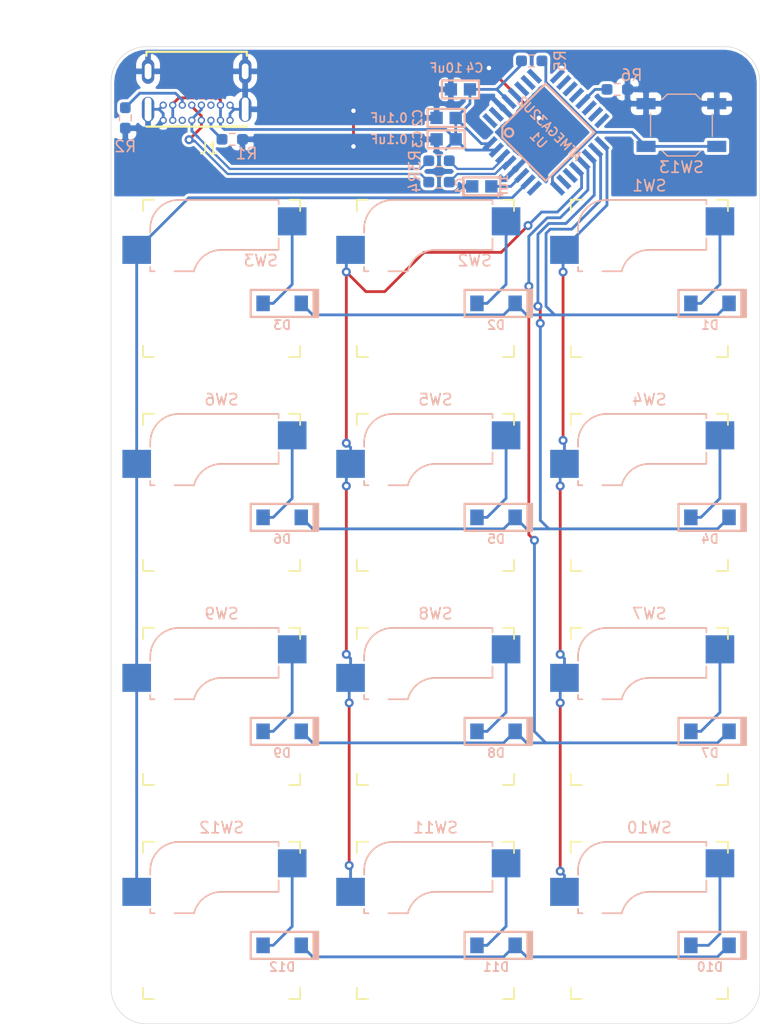
<source format=kicad_pcb>
(kicad_pcb (version 20171130) (host pcbnew "(5.1.10)-1")

  (general
    (thickness 1.6)
    (drawings 8)
    (tracks 249)
    (zones 0)
    (modules 37)
    (nets 49)
  )

  (page A4)
  (layers
    (0 F.Cu signal)
    (31 B.Cu signal)
    (32 B.Adhes user)
    (33 F.Adhes user)
    (34 B.Paste user)
    (35 F.Paste user)
    (36 B.SilkS user)
    (37 F.SilkS user)
    (38 B.Mask user)
    (39 F.Mask user)
    (40 Dwgs.User user)
    (41 Cmts.User user)
    (42 Eco1.User user)
    (43 Eco2.User user)
    (44 Edge.Cuts user)
    (45 Margin user)
    (46 B.CrtYd user)
    (47 F.CrtYd user)
    (48 B.Fab user)
    (49 F.Fab user)
  )

  (setup
    (last_trace_width 0.25)
    (trace_clearance 0.2)
    (zone_clearance 0.254)
    (zone_45_only no)
    (trace_min 0.2)
    (via_size 0.8)
    (via_drill 0.4)
    (via_min_size 0.4)
    (via_min_drill 0.3)
    (uvia_size 0.3)
    (uvia_drill 0.1)
    (uvias_allowed no)
    (uvia_min_size 0.2)
    (uvia_min_drill 0.1)
    (edge_width 0.05)
    (segment_width 0.2)
    (pcb_text_width 0.3)
    (pcb_text_size 1.5 1.5)
    (mod_edge_width 0.12)
    (mod_text_size 1 1)
    (mod_text_width 0.15)
    (pad_size 1.524 1.524)
    (pad_drill 0.762)
    (pad_to_mask_clearance 0)
    (aux_axis_origin 0 0)
    (visible_elements 7FFFFFFF)
    (pcbplotparams
      (layerselection 0x010fc_ffffffff)
      (usegerberextensions false)
      (usegerberattributes true)
      (usegerberadvancedattributes true)
      (creategerberjobfile true)
      (excludeedgelayer true)
      (linewidth 0.100000)
      (plotframeref false)
      (viasonmask false)
      (mode 1)
      (useauxorigin false)
      (hpglpennumber 1)
      (hpglpenspeed 20)
      (hpglpendiameter 15.000000)
      (psnegative false)
      (psa4output false)
      (plotreference true)
      (plotvalue true)
      (plotinvisibletext false)
      (padsonsilk false)
      (subtractmaskfromsilk false)
      (outputformat 1)
      (mirror false)
      (drillshape 0)
      (scaleselection 1)
      (outputdirectory "output/"))
  )

  (net 0 "")
  (net 1 "Net-(C1-Pad2)")
  (net 2 VCC)
  (net 3 /row0)
  (net 4 "Net-(D1-Pad2)")
  (net 5 /row1)
  (net 6 "Net-(D2-Pad2)")
  (net 7 /row2)
  (net 8 "Net-(D3-Pad2)")
  (net 9 /row3)
  (net 10 "Net-(D4-Pad2)")
  (net 11 "Net-(D5-Pad2)")
  (net 12 "Net-(D7-Pad2)")
  (net 13 "Net-(D8-Pad2)")
  (net 14 "Net-(D9-Pad2)")
  (net 15 "Net-(D10-Pad2)")
  (net 16 "Net-(D11-Pad2)")
  (net 17 /D+)
  (net 18 /D-)
  (net 19 "Net-(J1-PadA8)")
  (net 20 "Net-(J1-PadB8)")
  (net 21 "Net-(R5-Pad1)")
  (net 22 "Net-(R6-Pad1)")
  (net 23 /col0)
  (net 24 /col1)
  (net 25 /col2)
  (net 26 "Net-(U1-Pad16)")
  (net 27 "Net-(U1-Pad15)")
  (net 28 "Net-(U1-Pad14)")
  (net 29 "Net-(U1-Pad12)")
  (net 30 "Net-(U1-Pad11)")
  (net 31 "Net-(U1-Pad10)")
  (net 32 "Net-(U1-Pad9)")
  (net 33 "Net-(U1-Pad25)")
  (net 34 "Net-(U1-Pad23)")
  (net 35 "Net-(U1-Pad22)")
  (net 36 "Net-(U1-Pad1)")
  (net 37 "Net-(U1-Pad2)")
  (net 38 "Net-(U1-Pad5)")
  (net 39 "Net-(U1-Pad6)")
  (net 40 "Net-(U1-Pad7)")
  (net 41 "Net-(U1-Pad8)")
  (net 42 GND)
  (net 43 /D_N)
  (net 44 /D_P)
  (net 45 /CC1)
  (net 46 /CC2)
  (net 47 "Net-(D6-Pad2)")
  (net 48 "Net-(D12-Pad2)")

  (net_class Default "This is the default net class."
    (clearance 0.2)
    (trace_width 0.25)
    (via_dia 0.8)
    (via_drill 0.4)
    (uvia_dia 0.3)
    (uvia_drill 0.1)
    (add_net /CC1)
    (add_net /CC2)
    (add_net /D+)
    (add_net /D-)
    (add_net /D_N)
    (add_net /D_P)
    (add_net /col0)
    (add_net /col1)
    (add_net /col2)
    (add_net /row0)
    (add_net /row1)
    (add_net /row2)
    (add_net /row3)
    (add_net GND)
    (add_net "Net-(C1-Pad2)")
    (add_net "Net-(D1-Pad2)")
    (add_net "Net-(D10-Pad2)")
    (add_net "Net-(D11-Pad2)")
    (add_net "Net-(D12-Pad2)")
    (add_net "Net-(D2-Pad2)")
    (add_net "Net-(D3-Pad2)")
    (add_net "Net-(D4-Pad2)")
    (add_net "Net-(D5-Pad2)")
    (add_net "Net-(D6-Pad2)")
    (add_net "Net-(D7-Pad2)")
    (add_net "Net-(D8-Pad2)")
    (add_net "Net-(D9-Pad2)")
    (add_net "Net-(J1-PadA8)")
    (add_net "Net-(J1-PadB8)")
    (add_net "Net-(R5-Pad1)")
    (add_net "Net-(R6-Pad1)")
    (add_net "Net-(U1-Pad1)")
    (add_net "Net-(U1-Pad10)")
    (add_net "Net-(U1-Pad11)")
    (add_net "Net-(U1-Pad12)")
    (add_net "Net-(U1-Pad14)")
    (add_net "Net-(U1-Pad15)")
    (add_net "Net-(U1-Pad16)")
    (add_net "Net-(U1-Pad2)")
    (add_net "Net-(U1-Pad22)")
    (add_net "Net-(U1-Pad23)")
    (add_net "Net-(U1-Pad25)")
    (add_net "Net-(U1-Pad5)")
    (add_net "Net-(U1-Pad6)")
    (add_net "Net-(U1-Pad7)")
    (add_net "Net-(U1-Pad8)")
    (add_net "Net-(U1-Pad9)")
    (add_net VCC)
  )

  (module Button_Switch_SMD:SW_SPST_TL3342 (layer B.Cu) (tedit 5A02FC95) (tstamp 615A4504)
    (at 181.61 64.135)
    (descr "Low-profile SMD Tactile Switch, https://www.e-switch.com/system/asset/product_line/data_sheet/165/TL3342.pdf")
    (tags "SPST Tactile Switch")
    (path /6169D543)
    (attr smd)
    (fp_text reference SW13 (at 0 3.75) (layer B.SilkS)
      (effects (font (size 1 1) (thickness 0.15)) (justify mirror))
    )
    (fp_text value SW_Push (at 0 -3.75) (layer B.Fab)
      (effects (font (size 1 1) (thickness 0.15)) (justify mirror))
    )
    (fp_circle (center 0 0) (end 1 0) (layer B.Fab) (width 0.1))
    (fp_line (start -4.25 -3) (end -4.25 3) (layer B.CrtYd) (width 0.05))
    (fp_line (start 4.25 -3) (end -4.25 -3) (layer B.CrtYd) (width 0.05))
    (fp_line (start 4.25 3) (end 4.25 -3) (layer B.CrtYd) (width 0.05))
    (fp_line (start -4.25 3) (end 4.25 3) (layer B.CrtYd) (width 0.05))
    (fp_line (start -1.2 2.6) (end -2.6 1.2) (layer B.Fab) (width 0.1))
    (fp_line (start 1.2 2.6) (end -1.2 2.6) (layer B.Fab) (width 0.1))
    (fp_line (start 2.6 1.2) (end 1.2 2.6) (layer B.Fab) (width 0.1))
    (fp_line (start 2.6 -1.2) (end 2.6 1.2) (layer B.Fab) (width 0.1))
    (fp_line (start 1.2 -2.6) (end 2.6 -1.2) (layer B.Fab) (width 0.1))
    (fp_line (start -1.2 -2.6) (end 1.2 -2.6) (layer B.Fab) (width 0.1))
    (fp_line (start -2.6 -1.2) (end -1.2 -2.6) (layer B.Fab) (width 0.1))
    (fp_line (start -2.6 1.2) (end -2.6 -1.2) (layer B.Fab) (width 0.1))
    (fp_line (start -1.25 2.75) (end 1.25 2.75) (layer B.SilkS) (width 0.12))
    (fp_line (start -2.75 1) (end -2.75 -1) (layer B.SilkS) (width 0.12))
    (fp_line (start -1.25 -2.75) (end 1.25 -2.75) (layer B.SilkS) (width 0.12))
    (fp_line (start 2.75 1) (end 2.75 -1) (layer B.SilkS) (width 0.12))
    (fp_line (start -2 -1) (end -2 1) (layer B.Fab) (width 0.1))
    (fp_line (start -1 -2) (end -2 -1) (layer B.Fab) (width 0.1))
    (fp_line (start 1 -2) (end -1 -2) (layer B.Fab) (width 0.1))
    (fp_line (start 2 -1) (end 1 -2) (layer B.Fab) (width 0.1))
    (fp_line (start 2 1) (end 2 -1) (layer B.Fab) (width 0.1))
    (fp_line (start 1 2) (end 2 1) (layer B.Fab) (width 0.1))
    (fp_line (start -1 2) (end 1 2) (layer B.Fab) (width 0.1))
    (fp_line (start -2 1) (end -1 2) (layer B.Fab) (width 0.1))
    (fp_line (start -1.7 2.3) (end -1.25 2.75) (layer B.SilkS) (width 0.12))
    (fp_line (start 1.7 2.3) (end 1.25 2.75) (layer B.SilkS) (width 0.12))
    (fp_line (start 1.7 -2.3) (end 1.25 -2.75) (layer B.SilkS) (width 0.12))
    (fp_line (start -1.7 -2.3) (end -1.25 -2.75) (layer B.SilkS) (width 0.12))
    (fp_line (start 3.2 -1.6) (end 2.2 -1.6) (layer B.Fab) (width 0.1))
    (fp_line (start 2.7 -2.1) (end 2.7 -1.6) (layer B.Fab) (width 0.1))
    (fp_line (start 1.7 -2.1) (end 3.2 -2.1) (layer B.Fab) (width 0.1))
    (fp_line (start -1.7 -2.1) (end -3.2 -2.1) (layer B.Fab) (width 0.1))
    (fp_line (start -3.2 -1.6) (end -2.2 -1.6) (layer B.Fab) (width 0.1))
    (fp_line (start -2.7 -2.1) (end -2.7 -1.6) (layer B.Fab) (width 0.1))
    (fp_line (start -3.2 1.6) (end -2.2 1.6) (layer B.Fab) (width 0.1))
    (fp_line (start -1.7 2.1) (end -3.2 2.1) (layer B.Fab) (width 0.1))
    (fp_line (start -2.7 2.1) (end -2.7 1.6) (layer B.Fab) (width 0.1))
    (fp_line (start 3.2 1.6) (end 2.2 1.6) (layer B.Fab) (width 0.1))
    (fp_line (start 1.7 2.1) (end 3.2 2.1) (layer B.Fab) (width 0.1))
    (fp_line (start 2.7 2.1) (end 2.7 1.6) (layer B.Fab) (width 0.1))
    (fp_line (start -3.2 2.1) (end -3.2 1.6) (layer B.Fab) (width 0.1))
    (fp_line (start -3.2 -2.1) (end -3.2 -1.6) (layer B.Fab) (width 0.1))
    (fp_line (start 3.2 2.1) (end 3.2 1.6) (layer B.Fab) (width 0.1))
    (fp_line (start 3.2 -2.1) (end 3.2 -1.6) (layer B.Fab) (width 0.1))
    (fp_text user %R (at 0 3.75) (layer B.Fab)
      (effects (font (size 1 1) (thickness 0.15)) (justify mirror))
    )
    (pad 2 smd rect (at 3.15 -1.9) (size 1.7 1) (layers B.Cu B.Paste B.Mask)
      (net 42 GND))
    (pad 2 smd rect (at -3.15 -1.9) (size 1.7 1) (layers B.Cu B.Paste B.Mask)
      (net 42 GND))
    (pad 1 smd rect (at 3.15 1.9) (size 1.7 1) (layers B.Cu B.Paste B.Mask)
      (net 21 "Net-(R5-Pad1)"))
    (pad 1 smd rect (at -3.15 1.9) (size 1.7 1) (layers B.Cu B.Paste B.Mask)
      (net 21 "Net-(R5-Pad1)"))
    (model ${KISYS3DMOD}/Button_Switch_SMD.3dshapes/SW_SPST_TL3342.wrl
      (at (xyz 0 0 0))
      (scale (xyz 1 1 1))
      (rotate (xyz 0 0 0))
    )
  )

  (module keyboard_parts:QFP32 (layer B.Cu) (tedit 0) (tstamp 615A452E)
    (at 169.545 64.77 315)
    (path /6157808D)
    (fp_text reference U1 (at 0 0.95 135) (layer B.SilkS)
      (effects (font (size 0.8 0.8) (thickness 0.15)) (justify mirror))
    )
    (fp_text value ATMEGA32U2 (at 0 -0.45 135) (layer B.SilkS)
      (effects (font (size 0.8 0.8) (thickness 0.15)) (justify mirror))
    )
    (fp_line (start -2.425 3.075) (end 3.05 3.075) (layer B.SilkS) (width 0.2))
    (fp_line (start -3.075 2.425) (end -2.425 3.075) (layer B.SilkS) (width 0.2))
    (fp_line (start -3.075 -3.025) (end -3.075 2.425) (layer B.SilkS) (width 0.2))
    (fp_line (start 3.05 -3.025) (end -3.075 -3.025) (layer B.SilkS) (width 0.2))
    (fp_line (start 3.05 3.05) (end 3.05 -3.025) (layer B.SilkS) (width 0.2))
    (fp_circle (center -2.3 2.35) (end -2.025 2.1) (layer B.SilkS) (width 0.2))
    (pad 16 smd rect (at 2.8 -4.25 315) (size 0.45 1.5) (layers B.Cu B.Paste B.Mask)
      (net 26 "Net-(U1-Pad16)"))
    (pad 15 smd rect (at 2 -4.25 315) (size 0.45 1.5) (layers B.Cu B.Paste B.Mask)
      (net 27 "Net-(U1-Pad15)"))
    (pad 14 smd rect (at 1.2 -4.25 315) (size 0.45 1.5) (layers B.Cu B.Paste B.Mask)
      (net 28 "Net-(U1-Pad14)"))
    (pad 13 smd rect (at 0.4 -4.25 315) (size 0.45 1.5) (layers B.Cu B.Paste B.Mask)
      (net 22 "Net-(R6-Pad1)"))
    (pad 12 smd rect (at -0.4 -4.25 315) (size 0.45 1.5) (layers B.Cu B.Paste B.Mask)
      (net 29 "Net-(U1-Pad12)"))
    (pad 11 smd rect (at -1.2 -4.25 315) (size 0.45 1.5) (layers B.Cu B.Paste B.Mask)
      (net 30 "Net-(U1-Pad11)"))
    (pad 10 smd rect (at -2 -4.25 315) (size 0.45 1.5) (layers B.Cu B.Paste B.Mask)
      (net 31 "Net-(U1-Pad10)"))
    (pad 9 smd rect (at -2.8 -4.25 315) (size 0.45 1.5) (layers B.Cu B.Paste B.Mask)
      (net 32 "Net-(U1-Pad9)"))
    (pad 25 smd rect (at 2.8 4.25 315) (size 0.45 1.5) (layers B.Cu B.Paste B.Mask)
      (net 33 "Net-(U1-Pad25)"))
    (pad 26 smd rect (at 2 4.25 315) (size 0.45 1.5) (layers B.Cu B.Paste B.Mask)
      (net 25 /col2))
    (pad 27 smd rect (at 1.2 4.25 315) (size 0.45 1.5) (layers B.Cu B.Paste B.Mask)
      (net 1 "Net-(C1-Pad2)"))
    (pad 28 smd rect (at 0.4 4.25 315) (size 0.45 1.5) (layers B.Cu B.Paste B.Mask)
      (net 42 GND))
    (pad 29 smd rect (at -0.4 4.25 315) (size 0.45 1.5) (layers B.Cu B.Paste B.Mask)
      (net 43 /D_N))
    (pad 30 smd rect (at -1.2 4.25 315) (size 0.45 1.5) (layers B.Cu B.Paste B.Mask)
      (net 44 /D_P))
    (pad 31 smd rect (at -2 4.25 315) (size 0.45 1.5) (layers B.Cu B.Paste B.Mask)
      (net 2 VCC))
    (pad 32 smd rect (at -2.8 4.25 315) (size 0.45 1.5) (layers B.Cu B.Paste B.Mask)
      (net 2 VCC))
    (pad 23 smd rect (at 4.25 2 315) (size 1.5 0.45) (layers B.Cu B.Paste B.Mask)
      (net 34 "Net-(U1-Pad23)"))
    (pad 22 smd rect (at 4.25 1.2 315) (size 1.5 0.45) (layers B.Cu B.Paste B.Mask)
      (net 35 "Net-(U1-Pad22)"))
    (pad 21 smd rect (at 4.25 0.4 315) (size 1.5 0.45) (layers B.Cu B.Paste B.Mask)
      (net 24 /col1))
    (pad 20 smd rect (at 4.25 -0.4 315) (size 1.5 0.45) (layers B.Cu B.Paste B.Mask)
      (net 7 /row2))
    (pad 19 smd rect (at 4.25 -1.2 315) (size 1.5 0.45) (layers B.Cu B.Paste B.Mask)
      (net 5 /row1))
    (pad 18 smd rect (at 4.25 -2 315) (size 1.5 0.45) (layers B.Cu B.Paste B.Mask)
      (net 3 /row0))
    (pad 17 smd rect (at 4.25 -2.8 315) (size 1.5 0.45) (layers B.Cu B.Paste B.Mask)
      (net 23 /col0))
    (pad 24 smd rect (at 4.25 2.8 315) (size 1.5 0.45) (layers B.Cu B.Paste B.Mask)
      (net 21 "Net-(R5-Pad1)"))
    (pad 1 smd rect (at -4.25 2.8 315) (size 1.5 0.45) (layers B.Cu B.Paste B.Mask)
      (net 36 "Net-(U1-Pad1)"))
    (pad 2 smd rect (at -4.25 2 315) (size 1.5 0.45) (layers B.Cu B.Paste B.Mask)
      (net 37 "Net-(U1-Pad2)"))
    (pad 3 smd rect (at -4.25 1.2 315) (size 1.5 0.45) (layers B.Cu B.Paste B.Mask)
      (net 42 GND))
    (pad 4 smd rect (at -4.25 0.4 315) (size 1.5 0.45) (layers B.Cu B.Paste B.Mask)
      (net 2 VCC))
    (pad 5 smd rect (at -4.25 -0.4 315) (size 1.5 0.45) (layers B.Cu B.Paste B.Mask)
      (net 38 "Net-(U1-Pad5)"))
    (pad 6 smd rect (at -4.25 -1.2 315) (size 1.5 0.45) (layers B.Cu B.Paste B.Mask)
      (net 39 "Net-(U1-Pad6)"))
    (pad 7 smd rect (at -4.25 -2 315) (size 1.5 0.45) (layers B.Cu B.Paste B.Mask)
      (net 40 "Net-(U1-Pad7)"))
    (pad 8 smd rect (at -4.25 -2.8 315) (size 1.5 0.45) (layers B.Cu B.Paste B.Mask)
      (net 41 "Net-(U1-Pad8)"))
  )

  (module keyswitches_2:Kailh_socket_MX (layer F.Cu) (tedit 5DD4FB17) (tstamp 615A44D0)
    (at 140.6525 134.9375)
    (descr "MX-style keyswitch with Kailh socket mount")
    (tags MX,cherry,gateron,kailh,pg1511,socket)
    (path /615864AF)
    (attr smd)
    (fp_text reference SW12 (at 0 -8.255) (layer B.SilkS)
      (effects (font (size 1 1) (thickness 0.15)) (justify mirror))
    )
    (fp_text value SW_SPST (at 0 8.255) (layer F.Fab)
      (effects (font (size 1 1) (thickness 0.15)))
    )
    (fp_line (start -8.89 -3.81) (end -6.35 -3.81) (layer B.Fab) (width 0.12))
    (fp_line (start -8.89 -1.27) (end -8.89 -3.81) (layer B.Fab) (width 0.12))
    (fp_line (start -6.35 -1.27) (end -8.89 -1.27) (layer B.Fab) (width 0.12))
    (fp_line (start 7.62 -3.81) (end 5.08 -3.81) (layer B.Fab) (width 0.12))
    (fp_line (start 7.62 -6.35) (end 7.62 -3.81) (layer B.Fab) (width 0.12))
    (fp_line (start 5.08 -6.35) (end 7.62 -6.35) (layer B.Fab) (width 0.12))
    (fp_line (start 5.08 -2.54) (end 0 -2.54) (layer B.Fab) (width 0.12))
    (fp_line (start 5.08 -6.985) (end 5.08 -2.54) (layer B.Fab) (width 0.12))
    (fp_line (start -3.81 -6.985) (end 5.08 -6.985) (layer B.Fab) (width 0.12))
    (fp_line (start -6.35 -0.635) (end -6.35 -4.445) (layer B.Fab) (width 0.12))
    (fp_line (start -6.35 -0.635) (end -2.54 -0.635) (layer B.Fab) (width 0.12))
    (fp_line (start 5.08 -6.985) (end 5.08 -6.604) (layer B.SilkS) (width 0.15))
    (fp_line (start -3.81 -6.985) (end 5.08 -6.985) (layer B.SilkS) (width 0.15))
    (fp_line (start -6.35 -4.445) (end -6.35 -4.064) (layer B.SilkS) (width 0.15))
    (fp_line (start -5.969 -0.635) (end -6.35 -0.635) (layer B.SilkS) (width 0.15))
    (fp_line (start -2.464162 -0.635) (end -4.191 -0.635) (layer B.SilkS) (width 0.15))
    (fp_line (start 5.08 -2.54) (end 0 -2.54) (layer B.SilkS) (width 0.15))
    (fp_line (start 5.08 -3.556) (end 5.08 -2.54) (layer B.SilkS) (width 0.15))
    (fp_line (start -6.35 -1.016) (end -6.35 -0.635) (layer B.SilkS) (width 0.15))
    (fp_line (start -7.5 7.5) (end -7.5 -7.5) (layer F.Fab) (width 0.15))
    (fp_line (start 7.5 7.5) (end -7.5 7.5) (layer F.Fab) (width 0.15))
    (fp_line (start 7.5 -7.5) (end 7.5 7.5) (layer F.Fab) (width 0.15))
    (fp_line (start -7.5 -7.5) (end 7.5 -7.5) (layer F.Fab) (width 0.15))
    (fp_line (start -6.9 6.9) (end -6.9 -6.9) (layer Eco2.User) (width 0.15))
    (fp_line (start 6.9 -6.9) (end 6.9 6.9) (layer Eco2.User) (width 0.15))
    (fp_line (start 6.9 -6.9) (end -6.9 -6.9) (layer Eco2.User) (width 0.15))
    (fp_line (start -6.9 6.9) (end 6.9 6.9) (layer Eco2.User) (width 0.15))
    (fp_line (start 7 -7) (end 7 -6) (layer F.SilkS) (width 0.15))
    (fp_line (start 6 7) (end 7 7) (layer F.SilkS) (width 0.15))
    (fp_line (start 7 -7) (end 6 -7) (layer F.SilkS) (width 0.15))
    (fp_line (start 7 6) (end 7 7) (layer F.SilkS) (width 0.15))
    (fp_line (start -7 7) (end -7 6) (layer F.SilkS) (width 0.15))
    (fp_line (start -6 -7) (end -7 -7) (layer F.SilkS) (width 0.15))
    (fp_line (start -7 7) (end -6 7) (layer F.SilkS) (width 0.15))
    (fp_line (start -7 -6) (end -7 -7) (layer F.SilkS) (width 0.15))
    (fp_text user %V (at -0.635 0.635) (layer B.Fab)
      (effects (font (size 1 1) (thickness 0.15)) (justify mirror))
    )
    (fp_text user %R (at -0.635 -4.445) (layer B.Fab)
      (effects (font (size 1 1) (thickness 0.15)) (justify mirror))
    )
    (fp_arc (start 0 0) (end 0 -2.54) (angle -75.96375653) (layer B.Fab) (width 0.12))
    (fp_arc (start -3.81 -4.445) (end -3.81 -6.985) (angle -90) (layer B.Fab) (width 0.12))
    (fp_arc (start 0 0) (end 0 -2.54) (angle -75.96375653) (layer B.SilkS) (width 0.15))
    (fp_arc (start -3.81 -4.445) (end -3.81 -6.985) (angle -90) (layer B.SilkS) (width 0.15))
    (pad 2 smd rect (at -7.56 -2.54) (size 2.55 2.5) (layers B.Cu B.Paste B.Mask)
      (net 25 /col2))
    (pad "" np_thru_hole circle (at -5.08 0) (size 1.7018 1.7018) (drill 1.7018) (layers *.Cu *.Mask))
    (pad "" np_thru_hole circle (at 5.08 0) (size 1.7018 1.7018) (drill 1.7018) (layers *.Cu *.Mask))
    (pad "" np_thru_hole circle (at 0 0) (size 3.9878 3.9878) (drill 3.9878) (layers *.Cu *.Mask))
    (pad "" np_thru_hole circle (at -3.81 -2.54) (size 3 3) (drill 3) (layers *.Cu *.Mask))
    (pad "" np_thru_hole circle (at 2.54 -5.08) (size 3 3) (drill 3) (layers *.Cu *.Mask))
    (pad 1 smd rect (at 6.29 -5.08) (size 2.55 2.5) (layers B.Cu B.Paste B.Mask)
      (net 48 "Net-(D12-Pad2)"))
  )

  (module keyswitches_2:Kailh_socket_MX (layer F.Cu) (tedit 5DD4FB17) (tstamp 615A449C)
    (at 159.7025 134.9375)
    (descr "MX-style keyswitch with Kailh socket mount")
    (tags MX,cherry,gateron,kailh,pg1511,socket)
    (path /615864A9)
    (attr smd)
    (fp_text reference SW11 (at 0 -8.255) (layer B.SilkS)
      (effects (font (size 1 1) (thickness 0.15)) (justify mirror))
    )
    (fp_text value SW_SPST (at 0 8.255) (layer F.Fab)
      (effects (font (size 1 1) (thickness 0.15)))
    )
    (fp_line (start -8.89 -3.81) (end -6.35 -3.81) (layer B.Fab) (width 0.12))
    (fp_line (start -8.89 -1.27) (end -8.89 -3.81) (layer B.Fab) (width 0.12))
    (fp_line (start -6.35 -1.27) (end -8.89 -1.27) (layer B.Fab) (width 0.12))
    (fp_line (start 7.62 -3.81) (end 5.08 -3.81) (layer B.Fab) (width 0.12))
    (fp_line (start 7.62 -6.35) (end 7.62 -3.81) (layer B.Fab) (width 0.12))
    (fp_line (start 5.08 -6.35) (end 7.62 -6.35) (layer B.Fab) (width 0.12))
    (fp_line (start 5.08 -2.54) (end 0 -2.54) (layer B.Fab) (width 0.12))
    (fp_line (start 5.08 -6.985) (end 5.08 -2.54) (layer B.Fab) (width 0.12))
    (fp_line (start -3.81 -6.985) (end 5.08 -6.985) (layer B.Fab) (width 0.12))
    (fp_line (start -6.35 -0.635) (end -6.35 -4.445) (layer B.Fab) (width 0.12))
    (fp_line (start -6.35 -0.635) (end -2.54 -0.635) (layer B.Fab) (width 0.12))
    (fp_line (start 5.08 -6.985) (end 5.08 -6.604) (layer B.SilkS) (width 0.15))
    (fp_line (start -3.81 -6.985) (end 5.08 -6.985) (layer B.SilkS) (width 0.15))
    (fp_line (start -6.35 -4.445) (end -6.35 -4.064) (layer B.SilkS) (width 0.15))
    (fp_line (start -5.969 -0.635) (end -6.35 -0.635) (layer B.SilkS) (width 0.15))
    (fp_line (start -2.464162 -0.635) (end -4.191 -0.635) (layer B.SilkS) (width 0.15))
    (fp_line (start 5.08 -2.54) (end 0 -2.54) (layer B.SilkS) (width 0.15))
    (fp_line (start 5.08 -3.556) (end 5.08 -2.54) (layer B.SilkS) (width 0.15))
    (fp_line (start -6.35 -1.016) (end -6.35 -0.635) (layer B.SilkS) (width 0.15))
    (fp_line (start -7.5 7.5) (end -7.5 -7.5) (layer F.Fab) (width 0.15))
    (fp_line (start 7.5 7.5) (end -7.5 7.5) (layer F.Fab) (width 0.15))
    (fp_line (start 7.5 -7.5) (end 7.5 7.5) (layer F.Fab) (width 0.15))
    (fp_line (start -7.5 -7.5) (end 7.5 -7.5) (layer F.Fab) (width 0.15))
    (fp_line (start -6.9 6.9) (end -6.9 -6.9) (layer Eco2.User) (width 0.15))
    (fp_line (start 6.9 -6.9) (end 6.9 6.9) (layer Eco2.User) (width 0.15))
    (fp_line (start 6.9 -6.9) (end -6.9 -6.9) (layer Eco2.User) (width 0.15))
    (fp_line (start -6.9 6.9) (end 6.9 6.9) (layer Eco2.User) (width 0.15))
    (fp_line (start 7 -7) (end 7 -6) (layer F.SilkS) (width 0.15))
    (fp_line (start 6 7) (end 7 7) (layer F.SilkS) (width 0.15))
    (fp_line (start 7 -7) (end 6 -7) (layer F.SilkS) (width 0.15))
    (fp_line (start 7 6) (end 7 7) (layer F.SilkS) (width 0.15))
    (fp_line (start -7 7) (end -7 6) (layer F.SilkS) (width 0.15))
    (fp_line (start -6 -7) (end -7 -7) (layer F.SilkS) (width 0.15))
    (fp_line (start -7 7) (end -6 7) (layer F.SilkS) (width 0.15))
    (fp_line (start -7 -6) (end -7 -7) (layer F.SilkS) (width 0.15))
    (fp_text user %V (at -0.635 0.635) (layer B.Fab)
      (effects (font (size 1 1) (thickness 0.15)) (justify mirror))
    )
    (fp_text user %R (at -0.635 -4.445) (layer B.Fab)
      (effects (font (size 1 1) (thickness 0.15)) (justify mirror))
    )
    (fp_arc (start 0 0) (end 0 -2.54) (angle -75.96375653) (layer B.Fab) (width 0.12))
    (fp_arc (start -3.81 -4.445) (end -3.81 -6.985) (angle -90) (layer B.Fab) (width 0.12))
    (fp_arc (start 0 0) (end 0 -2.54) (angle -75.96375653) (layer B.SilkS) (width 0.15))
    (fp_arc (start -3.81 -4.445) (end -3.81 -6.985) (angle -90) (layer B.SilkS) (width 0.15))
    (pad 2 smd rect (at -7.56 -2.54) (size 2.55 2.5) (layers B.Cu B.Paste B.Mask)
      (net 24 /col1))
    (pad "" np_thru_hole circle (at -5.08 0) (size 1.7018 1.7018) (drill 1.7018) (layers *.Cu *.Mask))
    (pad "" np_thru_hole circle (at 5.08 0) (size 1.7018 1.7018) (drill 1.7018) (layers *.Cu *.Mask))
    (pad "" np_thru_hole circle (at 0 0) (size 3.9878 3.9878) (drill 3.9878) (layers *.Cu *.Mask))
    (pad "" np_thru_hole circle (at -3.81 -2.54) (size 3 3) (drill 3) (layers *.Cu *.Mask))
    (pad "" np_thru_hole circle (at 2.54 -5.08) (size 3 3) (drill 3) (layers *.Cu *.Mask))
    (pad 1 smd rect (at 6.29 -5.08) (size 2.55 2.5) (layers B.Cu B.Paste B.Mask)
      (net 16 "Net-(D11-Pad2)"))
  )

  (module keyswitches_2:Kailh_socket_MX (layer F.Cu) (tedit 5DD4FB17) (tstamp 615A4468)
    (at 178.7525 134.9375)
    (descr "MX-style keyswitch with Kailh socket mount")
    (tags MX,cherry,gateron,kailh,pg1511,socket)
    (path /615864A3)
    (attr smd)
    (fp_text reference SW10 (at 0 -8.255) (layer B.SilkS)
      (effects (font (size 1 1) (thickness 0.15)) (justify mirror))
    )
    (fp_text value SW_SPST (at 0 8.255) (layer F.Fab)
      (effects (font (size 1 1) (thickness 0.15)))
    )
    (fp_line (start -8.89 -3.81) (end -6.35 -3.81) (layer B.Fab) (width 0.12))
    (fp_line (start -8.89 -1.27) (end -8.89 -3.81) (layer B.Fab) (width 0.12))
    (fp_line (start -6.35 -1.27) (end -8.89 -1.27) (layer B.Fab) (width 0.12))
    (fp_line (start 7.62 -3.81) (end 5.08 -3.81) (layer B.Fab) (width 0.12))
    (fp_line (start 7.62 -6.35) (end 7.62 -3.81) (layer B.Fab) (width 0.12))
    (fp_line (start 5.08 -6.35) (end 7.62 -6.35) (layer B.Fab) (width 0.12))
    (fp_line (start 5.08 -2.54) (end 0 -2.54) (layer B.Fab) (width 0.12))
    (fp_line (start 5.08 -6.985) (end 5.08 -2.54) (layer B.Fab) (width 0.12))
    (fp_line (start -3.81 -6.985) (end 5.08 -6.985) (layer B.Fab) (width 0.12))
    (fp_line (start -6.35 -0.635) (end -6.35 -4.445) (layer B.Fab) (width 0.12))
    (fp_line (start -6.35 -0.635) (end -2.54 -0.635) (layer B.Fab) (width 0.12))
    (fp_line (start 5.08 -6.985) (end 5.08 -6.604) (layer B.SilkS) (width 0.15))
    (fp_line (start -3.81 -6.985) (end 5.08 -6.985) (layer B.SilkS) (width 0.15))
    (fp_line (start -6.35 -4.445) (end -6.35 -4.064) (layer B.SilkS) (width 0.15))
    (fp_line (start -5.969 -0.635) (end -6.35 -0.635) (layer B.SilkS) (width 0.15))
    (fp_line (start -2.464162 -0.635) (end -4.191 -0.635) (layer B.SilkS) (width 0.15))
    (fp_line (start 5.08 -2.54) (end 0 -2.54) (layer B.SilkS) (width 0.15))
    (fp_line (start 5.08 -3.556) (end 5.08 -2.54) (layer B.SilkS) (width 0.15))
    (fp_line (start -6.35 -1.016) (end -6.35 -0.635) (layer B.SilkS) (width 0.15))
    (fp_line (start -7.5 7.5) (end -7.5 -7.5) (layer F.Fab) (width 0.15))
    (fp_line (start 7.5 7.5) (end -7.5 7.5) (layer F.Fab) (width 0.15))
    (fp_line (start 7.5 -7.5) (end 7.5 7.5) (layer F.Fab) (width 0.15))
    (fp_line (start -7.5 -7.5) (end 7.5 -7.5) (layer F.Fab) (width 0.15))
    (fp_line (start -6.9 6.9) (end -6.9 -6.9) (layer Eco2.User) (width 0.15))
    (fp_line (start 6.9 -6.9) (end 6.9 6.9) (layer Eco2.User) (width 0.15))
    (fp_line (start 6.9 -6.9) (end -6.9 -6.9) (layer Eco2.User) (width 0.15))
    (fp_line (start -6.9 6.9) (end 6.9 6.9) (layer Eco2.User) (width 0.15))
    (fp_line (start 7 -7) (end 7 -6) (layer F.SilkS) (width 0.15))
    (fp_line (start 6 7) (end 7 7) (layer F.SilkS) (width 0.15))
    (fp_line (start 7 -7) (end 6 -7) (layer F.SilkS) (width 0.15))
    (fp_line (start 7 6) (end 7 7) (layer F.SilkS) (width 0.15))
    (fp_line (start -7 7) (end -7 6) (layer F.SilkS) (width 0.15))
    (fp_line (start -6 -7) (end -7 -7) (layer F.SilkS) (width 0.15))
    (fp_line (start -7 7) (end -6 7) (layer F.SilkS) (width 0.15))
    (fp_line (start -7 -6) (end -7 -7) (layer F.SilkS) (width 0.15))
    (fp_text user %V (at -0.635 0.635) (layer B.Fab)
      (effects (font (size 1 1) (thickness 0.15)) (justify mirror))
    )
    (fp_text user %R (at -0.635 -4.445) (layer B.Fab)
      (effects (font (size 1 1) (thickness 0.15)) (justify mirror))
    )
    (fp_arc (start 0 0) (end 0 -2.54) (angle -75.96375653) (layer B.Fab) (width 0.12))
    (fp_arc (start -3.81 -4.445) (end -3.81 -6.985) (angle -90) (layer B.Fab) (width 0.12))
    (fp_arc (start 0 0) (end 0 -2.54) (angle -75.96375653) (layer B.SilkS) (width 0.15))
    (fp_arc (start -3.81 -4.445) (end -3.81 -6.985) (angle -90) (layer B.SilkS) (width 0.15))
    (pad 2 smd rect (at -7.56 -2.54) (size 2.55 2.5) (layers B.Cu B.Paste B.Mask)
      (net 23 /col0))
    (pad "" np_thru_hole circle (at -5.08 0) (size 1.7018 1.7018) (drill 1.7018) (layers *.Cu *.Mask))
    (pad "" np_thru_hole circle (at 5.08 0) (size 1.7018 1.7018) (drill 1.7018) (layers *.Cu *.Mask))
    (pad "" np_thru_hole circle (at 0 0) (size 3.9878 3.9878) (drill 3.9878) (layers *.Cu *.Mask))
    (pad "" np_thru_hole circle (at -3.81 -2.54) (size 3 3) (drill 3) (layers *.Cu *.Mask))
    (pad "" np_thru_hole circle (at 2.54 -5.08) (size 3 3) (drill 3) (layers *.Cu *.Mask))
    (pad 1 smd rect (at 6.29 -5.08) (size 2.55 2.5) (layers B.Cu B.Paste B.Mask)
      (net 15 "Net-(D10-Pad2)"))
  )

  (module keyswitches_2:Kailh_socket_MX (layer F.Cu) (tedit 5DD4FB17) (tstamp 615A4434)
    (at 140.6525 115.8875)
    (descr "MX-style keyswitch with Kailh socket mount")
    (tags MX,cherry,gateron,kailh,pg1511,socket)
    (path /6158342A)
    (attr smd)
    (fp_text reference SW9 (at 0 -8.255) (layer B.SilkS)
      (effects (font (size 1 1) (thickness 0.15)) (justify mirror))
    )
    (fp_text value SW_SPST (at 0 8.255) (layer F.Fab)
      (effects (font (size 1 1) (thickness 0.15)))
    )
    (fp_line (start -8.89 -3.81) (end -6.35 -3.81) (layer B.Fab) (width 0.12))
    (fp_line (start -8.89 -1.27) (end -8.89 -3.81) (layer B.Fab) (width 0.12))
    (fp_line (start -6.35 -1.27) (end -8.89 -1.27) (layer B.Fab) (width 0.12))
    (fp_line (start 7.62 -3.81) (end 5.08 -3.81) (layer B.Fab) (width 0.12))
    (fp_line (start 7.62 -6.35) (end 7.62 -3.81) (layer B.Fab) (width 0.12))
    (fp_line (start 5.08 -6.35) (end 7.62 -6.35) (layer B.Fab) (width 0.12))
    (fp_line (start 5.08 -2.54) (end 0 -2.54) (layer B.Fab) (width 0.12))
    (fp_line (start 5.08 -6.985) (end 5.08 -2.54) (layer B.Fab) (width 0.12))
    (fp_line (start -3.81 -6.985) (end 5.08 -6.985) (layer B.Fab) (width 0.12))
    (fp_line (start -6.35 -0.635) (end -6.35 -4.445) (layer B.Fab) (width 0.12))
    (fp_line (start -6.35 -0.635) (end -2.54 -0.635) (layer B.Fab) (width 0.12))
    (fp_line (start 5.08 -6.985) (end 5.08 -6.604) (layer B.SilkS) (width 0.15))
    (fp_line (start -3.81 -6.985) (end 5.08 -6.985) (layer B.SilkS) (width 0.15))
    (fp_line (start -6.35 -4.445) (end -6.35 -4.064) (layer B.SilkS) (width 0.15))
    (fp_line (start -5.969 -0.635) (end -6.35 -0.635) (layer B.SilkS) (width 0.15))
    (fp_line (start -2.464162 -0.635) (end -4.191 -0.635) (layer B.SilkS) (width 0.15))
    (fp_line (start 5.08 -2.54) (end 0 -2.54) (layer B.SilkS) (width 0.15))
    (fp_line (start 5.08 -3.556) (end 5.08 -2.54) (layer B.SilkS) (width 0.15))
    (fp_line (start -6.35 -1.016) (end -6.35 -0.635) (layer B.SilkS) (width 0.15))
    (fp_line (start -7.5 7.5) (end -7.5 -7.5) (layer F.Fab) (width 0.15))
    (fp_line (start 7.5 7.5) (end -7.5 7.5) (layer F.Fab) (width 0.15))
    (fp_line (start 7.5 -7.5) (end 7.5 7.5) (layer F.Fab) (width 0.15))
    (fp_line (start -7.5 -7.5) (end 7.5 -7.5) (layer F.Fab) (width 0.15))
    (fp_line (start -6.9 6.9) (end -6.9 -6.9) (layer Eco2.User) (width 0.15))
    (fp_line (start 6.9 -6.9) (end 6.9 6.9) (layer Eco2.User) (width 0.15))
    (fp_line (start 6.9 -6.9) (end -6.9 -6.9) (layer Eco2.User) (width 0.15))
    (fp_line (start -6.9 6.9) (end 6.9 6.9) (layer Eco2.User) (width 0.15))
    (fp_line (start 7 -7) (end 7 -6) (layer F.SilkS) (width 0.15))
    (fp_line (start 6 7) (end 7 7) (layer F.SilkS) (width 0.15))
    (fp_line (start 7 -7) (end 6 -7) (layer F.SilkS) (width 0.15))
    (fp_line (start 7 6) (end 7 7) (layer F.SilkS) (width 0.15))
    (fp_line (start -7 7) (end -7 6) (layer F.SilkS) (width 0.15))
    (fp_line (start -6 -7) (end -7 -7) (layer F.SilkS) (width 0.15))
    (fp_line (start -7 7) (end -6 7) (layer F.SilkS) (width 0.15))
    (fp_line (start -7 -6) (end -7 -7) (layer F.SilkS) (width 0.15))
    (fp_text user %V (at -0.635 0.635) (layer B.Fab)
      (effects (font (size 1 1) (thickness 0.15)) (justify mirror))
    )
    (fp_text user %R (at -0.635 -4.445) (layer B.Fab)
      (effects (font (size 1 1) (thickness 0.15)) (justify mirror))
    )
    (fp_arc (start 0 0) (end 0 -2.54) (angle -75.96375653) (layer B.Fab) (width 0.12))
    (fp_arc (start -3.81 -4.445) (end -3.81 -6.985) (angle -90) (layer B.Fab) (width 0.12))
    (fp_arc (start 0 0) (end 0 -2.54) (angle -75.96375653) (layer B.SilkS) (width 0.15))
    (fp_arc (start -3.81 -4.445) (end -3.81 -6.985) (angle -90) (layer B.SilkS) (width 0.15))
    (pad 2 smd rect (at -7.56 -2.54) (size 2.55 2.5) (layers B.Cu B.Paste B.Mask)
      (net 25 /col2))
    (pad "" np_thru_hole circle (at -5.08 0) (size 1.7018 1.7018) (drill 1.7018) (layers *.Cu *.Mask))
    (pad "" np_thru_hole circle (at 5.08 0) (size 1.7018 1.7018) (drill 1.7018) (layers *.Cu *.Mask))
    (pad "" np_thru_hole circle (at 0 0) (size 3.9878 3.9878) (drill 3.9878) (layers *.Cu *.Mask))
    (pad "" np_thru_hole circle (at -3.81 -2.54) (size 3 3) (drill 3) (layers *.Cu *.Mask))
    (pad "" np_thru_hole circle (at 2.54 -5.08) (size 3 3) (drill 3) (layers *.Cu *.Mask))
    (pad 1 smd rect (at 6.29 -5.08) (size 2.55 2.5) (layers B.Cu B.Paste B.Mask)
      (net 14 "Net-(D9-Pad2)"))
  )

  (module keyswitches_2:Kailh_socket_MX (layer F.Cu) (tedit 5DD4FB17) (tstamp 615A4400)
    (at 159.7025 115.8875)
    (descr "MX-style keyswitch with Kailh socket mount")
    (tags MX,cherry,gateron,kailh,pg1511,socket)
    (path /61583424)
    (attr smd)
    (fp_text reference SW8 (at 0 -8.255) (layer B.SilkS)
      (effects (font (size 1 1) (thickness 0.15)) (justify mirror))
    )
    (fp_text value SW_SPST (at 0 8.255) (layer F.Fab)
      (effects (font (size 1 1) (thickness 0.15)))
    )
    (fp_line (start -8.89 -3.81) (end -6.35 -3.81) (layer B.Fab) (width 0.12))
    (fp_line (start -8.89 -1.27) (end -8.89 -3.81) (layer B.Fab) (width 0.12))
    (fp_line (start -6.35 -1.27) (end -8.89 -1.27) (layer B.Fab) (width 0.12))
    (fp_line (start 7.62 -3.81) (end 5.08 -3.81) (layer B.Fab) (width 0.12))
    (fp_line (start 7.62 -6.35) (end 7.62 -3.81) (layer B.Fab) (width 0.12))
    (fp_line (start 5.08 -6.35) (end 7.62 -6.35) (layer B.Fab) (width 0.12))
    (fp_line (start 5.08 -2.54) (end 0 -2.54) (layer B.Fab) (width 0.12))
    (fp_line (start 5.08 -6.985) (end 5.08 -2.54) (layer B.Fab) (width 0.12))
    (fp_line (start -3.81 -6.985) (end 5.08 -6.985) (layer B.Fab) (width 0.12))
    (fp_line (start -6.35 -0.635) (end -6.35 -4.445) (layer B.Fab) (width 0.12))
    (fp_line (start -6.35 -0.635) (end -2.54 -0.635) (layer B.Fab) (width 0.12))
    (fp_line (start 5.08 -6.985) (end 5.08 -6.604) (layer B.SilkS) (width 0.15))
    (fp_line (start -3.81 -6.985) (end 5.08 -6.985) (layer B.SilkS) (width 0.15))
    (fp_line (start -6.35 -4.445) (end -6.35 -4.064) (layer B.SilkS) (width 0.15))
    (fp_line (start -5.969 -0.635) (end -6.35 -0.635) (layer B.SilkS) (width 0.15))
    (fp_line (start -2.464162 -0.635) (end -4.191 -0.635) (layer B.SilkS) (width 0.15))
    (fp_line (start 5.08 -2.54) (end 0 -2.54) (layer B.SilkS) (width 0.15))
    (fp_line (start 5.08 -3.556) (end 5.08 -2.54) (layer B.SilkS) (width 0.15))
    (fp_line (start -6.35 -1.016) (end -6.35 -0.635) (layer B.SilkS) (width 0.15))
    (fp_line (start -7.5 7.5) (end -7.5 -7.5) (layer F.Fab) (width 0.15))
    (fp_line (start 7.5 7.5) (end -7.5 7.5) (layer F.Fab) (width 0.15))
    (fp_line (start 7.5 -7.5) (end 7.5 7.5) (layer F.Fab) (width 0.15))
    (fp_line (start -7.5 -7.5) (end 7.5 -7.5) (layer F.Fab) (width 0.15))
    (fp_line (start -6.9 6.9) (end -6.9 -6.9) (layer Eco2.User) (width 0.15))
    (fp_line (start 6.9 -6.9) (end 6.9 6.9) (layer Eco2.User) (width 0.15))
    (fp_line (start 6.9 -6.9) (end -6.9 -6.9) (layer Eco2.User) (width 0.15))
    (fp_line (start -6.9 6.9) (end 6.9 6.9) (layer Eco2.User) (width 0.15))
    (fp_line (start 7 -7) (end 7 -6) (layer F.SilkS) (width 0.15))
    (fp_line (start 6 7) (end 7 7) (layer F.SilkS) (width 0.15))
    (fp_line (start 7 -7) (end 6 -7) (layer F.SilkS) (width 0.15))
    (fp_line (start 7 6) (end 7 7) (layer F.SilkS) (width 0.15))
    (fp_line (start -7 7) (end -7 6) (layer F.SilkS) (width 0.15))
    (fp_line (start -6 -7) (end -7 -7) (layer F.SilkS) (width 0.15))
    (fp_line (start -7 7) (end -6 7) (layer F.SilkS) (width 0.15))
    (fp_line (start -7 -6) (end -7 -7) (layer F.SilkS) (width 0.15))
    (fp_text user %V (at -0.635 0.635) (layer B.Fab)
      (effects (font (size 1 1) (thickness 0.15)) (justify mirror))
    )
    (fp_text user %R (at -0.635 -4.445) (layer B.Fab)
      (effects (font (size 1 1) (thickness 0.15)) (justify mirror))
    )
    (fp_arc (start 0 0) (end 0 -2.54) (angle -75.96375653) (layer B.Fab) (width 0.12))
    (fp_arc (start -3.81 -4.445) (end -3.81 -6.985) (angle -90) (layer B.Fab) (width 0.12))
    (fp_arc (start 0 0) (end 0 -2.54) (angle -75.96375653) (layer B.SilkS) (width 0.15))
    (fp_arc (start -3.81 -4.445) (end -3.81 -6.985) (angle -90) (layer B.SilkS) (width 0.15))
    (pad 2 smd rect (at -7.56 -2.54) (size 2.55 2.5) (layers B.Cu B.Paste B.Mask)
      (net 24 /col1))
    (pad "" np_thru_hole circle (at -5.08 0) (size 1.7018 1.7018) (drill 1.7018) (layers *.Cu *.Mask))
    (pad "" np_thru_hole circle (at 5.08 0) (size 1.7018 1.7018) (drill 1.7018) (layers *.Cu *.Mask))
    (pad "" np_thru_hole circle (at 0 0) (size 3.9878 3.9878) (drill 3.9878) (layers *.Cu *.Mask))
    (pad "" np_thru_hole circle (at -3.81 -2.54) (size 3 3) (drill 3) (layers *.Cu *.Mask))
    (pad "" np_thru_hole circle (at 2.54 -5.08) (size 3 3) (drill 3) (layers *.Cu *.Mask))
    (pad 1 smd rect (at 6.29 -5.08) (size 2.55 2.5) (layers B.Cu B.Paste B.Mask)
      (net 13 "Net-(D8-Pad2)"))
  )

  (module keyswitches_2:Kailh_socket_MX (layer F.Cu) (tedit 5DD4FB17) (tstamp 615A43CC)
    (at 178.7525 115.8875)
    (descr "MX-style keyswitch with Kailh socket mount")
    (tags MX,cherry,gateron,kailh,pg1511,socket)
    (path /6158341E)
    (attr smd)
    (fp_text reference SW7 (at 0 -8.255) (layer B.SilkS)
      (effects (font (size 1 1) (thickness 0.15)) (justify mirror))
    )
    (fp_text value SW_SPST (at 0 8.255) (layer F.Fab)
      (effects (font (size 1 1) (thickness 0.15)))
    )
    (fp_line (start -8.89 -3.81) (end -6.35 -3.81) (layer B.Fab) (width 0.12))
    (fp_line (start -8.89 -1.27) (end -8.89 -3.81) (layer B.Fab) (width 0.12))
    (fp_line (start -6.35 -1.27) (end -8.89 -1.27) (layer B.Fab) (width 0.12))
    (fp_line (start 7.62 -3.81) (end 5.08 -3.81) (layer B.Fab) (width 0.12))
    (fp_line (start 7.62 -6.35) (end 7.62 -3.81) (layer B.Fab) (width 0.12))
    (fp_line (start 5.08 -6.35) (end 7.62 -6.35) (layer B.Fab) (width 0.12))
    (fp_line (start 5.08 -2.54) (end 0 -2.54) (layer B.Fab) (width 0.12))
    (fp_line (start 5.08 -6.985) (end 5.08 -2.54) (layer B.Fab) (width 0.12))
    (fp_line (start -3.81 -6.985) (end 5.08 -6.985) (layer B.Fab) (width 0.12))
    (fp_line (start -6.35 -0.635) (end -6.35 -4.445) (layer B.Fab) (width 0.12))
    (fp_line (start -6.35 -0.635) (end -2.54 -0.635) (layer B.Fab) (width 0.12))
    (fp_line (start 5.08 -6.985) (end 5.08 -6.604) (layer B.SilkS) (width 0.15))
    (fp_line (start -3.81 -6.985) (end 5.08 -6.985) (layer B.SilkS) (width 0.15))
    (fp_line (start -6.35 -4.445) (end -6.35 -4.064) (layer B.SilkS) (width 0.15))
    (fp_line (start -5.969 -0.635) (end -6.35 -0.635) (layer B.SilkS) (width 0.15))
    (fp_line (start -2.464162 -0.635) (end -4.191 -0.635) (layer B.SilkS) (width 0.15))
    (fp_line (start 5.08 -2.54) (end 0 -2.54) (layer B.SilkS) (width 0.15))
    (fp_line (start 5.08 -3.556) (end 5.08 -2.54) (layer B.SilkS) (width 0.15))
    (fp_line (start -6.35 -1.016) (end -6.35 -0.635) (layer B.SilkS) (width 0.15))
    (fp_line (start -7.5 7.5) (end -7.5 -7.5) (layer F.Fab) (width 0.15))
    (fp_line (start 7.5 7.5) (end -7.5 7.5) (layer F.Fab) (width 0.15))
    (fp_line (start 7.5 -7.5) (end 7.5 7.5) (layer F.Fab) (width 0.15))
    (fp_line (start -7.5 -7.5) (end 7.5 -7.5) (layer F.Fab) (width 0.15))
    (fp_line (start -6.9 6.9) (end -6.9 -6.9) (layer Eco2.User) (width 0.15))
    (fp_line (start 6.9 -6.9) (end 6.9 6.9) (layer Eco2.User) (width 0.15))
    (fp_line (start 6.9 -6.9) (end -6.9 -6.9) (layer Eco2.User) (width 0.15))
    (fp_line (start -6.9 6.9) (end 6.9 6.9) (layer Eco2.User) (width 0.15))
    (fp_line (start 7 -7) (end 7 -6) (layer F.SilkS) (width 0.15))
    (fp_line (start 6 7) (end 7 7) (layer F.SilkS) (width 0.15))
    (fp_line (start 7 -7) (end 6 -7) (layer F.SilkS) (width 0.15))
    (fp_line (start 7 6) (end 7 7) (layer F.SilkS) (width 0.15))
    (fp_line (start -7 7) (end -7 6) (layer F.SilkS) (width 0.15))
    (fp_line (start -6 -7) (end -7 -7) (layer F.SilkS) (width 0.15))
    (fp_line (start -7 7) (end -6 7) (layer F.SilkS) (width 0.15))
    (fp_line (start -7 -6) (end -7 -7) (layer F.SilkS) (width 0.15))
    (fp_text user %V (at -0.635 0.635) (layer B.Fab)
      (effects (font (size 1 1) (thickness 0.15)) (justify mirror))
    )
    (fp_text user %R (at -0.635 -4.445) (layer B.Fab)
      (effects (font (size 1 1) (thickness 0.15)) (justify mirror))
    )
    (fp_arc (start 0 0) (end 0 -2.54) (angle -75.96375653) (layer B.Fab) (width 0.12))
    (fp_arc (start -3.81 -4.445) (end -3.81 -6.985) (angle -90) (layer B.Fab) (width 0.12))
    (fp_arc (start 0 0) (end 0 -2.54) (angle -75.96375653) (layer B.SilkS) (width 0.15))
    (fp_arc (start -3.81 -4.445) (end -3.81 -6.985) (angle -90) (layer B.SilkS) (width 0.15))
    (pad 2 smd rect (at -7.56 -2.54) (size 2.55 2.5) (layers B.Cu B.Paste B.Mask)
      (net 23 /col0))
    (pad "" np_thru_hole circle (at -5.08 0) (size 1.7018 1.7018) (drill 1.7018) (layers *.Cu *.Mask))
    (pad "" np_thru_hole circle (at 5.08 0) (size 1.7018 1.7018) (drill 1.7018) (layers *.Cu *.Mask))
    (pad "" np_thru_hole circle (at 0 0) (size 3.9878 3.9878) (drill 3.9878) (layers *.Cu *.Mask))
    (pad "" np_thru_hole circle (at -3.81 -2.54) (size 3 3) (drill 3) (layers *.Cu *.Mask))
    (pad "" np_thru_hole circle (at 2.54 -5.08) (size 3 3) (drill 3) (layers *.Cu *.Mask))
    (pad 1 smd rect (at 6.29 -5.08) (size 2.55 2.5) (layers B.Cu B.Paste B.Mask)
      (net 12 "Net-(D7-Pad2)"))
  )

  (module keyswitches_2:Kailh_socket_MX (layer F.Cu) (tedit 5DD4FB17) (tstamp 615A4398)
    (at 140.6525 96.8375)
    (descr "MX-style keyswitch with Kailh socket mount")
    (tags MX,cherry,gateron,kailh,pg1511,socket)
    (path /61581A72)
    (attr smd)
    (fp_text reference SW6 (at 0 -8.255) (layer B.SilkS)
      (effects (font (size 1 1) (thickness 0.15)) (justify mirror))
    )
    (fp_text value SW_SPST (at 0 8.255) (layer F.Fab)
      (effects (font (size 1 1) (thickness 0.15)))
    )
    (fp_line (start -8.89 -3.81) (end -6.35 -3.81) (layer B.Fab) (width 0.12))
    (fp_line (start -8.89 -1.27) (end -8.89 -3.81) (layer B.Fab) (width 0.12))
    (fp_line (start -6.35 -1.27) (end -8.89 -1.27) (layer B.Fab) (width 0.12))
    (fp_line (start 7.62 -3.81) (end 5.08 -3.81) (layer B.Fab) (width 0.12))
    (fp_line (start 7.62 -6.35) (end 7.62 -3.81) (layer B.Fab) (width 0.12))
    (fp_line (start 5.08 -6.35) (end 7.62 -6.35) (layer B.Fab) (width 0.12))
    (fp_line (start 5.08 -2.54) (end 0 -2.54) (layer B.Fab) (width 0.12))
    (fp_line (start 5.08 -6.985) (end 5.08 -2.54) (layer B.Fab) (width 0.12))
    (fp_line (start -3.81 -6.985) (end 5.08 -6.985) (layer B.Fab) (width 0.12))
    (fp_line (start -6.35 -0.635) (end -6.35 -4.445) (layer B.Fab) (width 0.12))
    (fp_line (start -6.35 -0.635) (end -2.54 -0.635) (layer B.Fab) (width 0.12))
    (fp_line (start 5.08 -6.985) (end 5.08 -6.604) (layer B.SilkS) (width 0.15))
    (fp_line (start -3.81 -6.985) (end 5.08 -6.985) (layer B.SilkS) (width 0.15))
    (fp_line (start -6.35 -4.445) (end -6.35 -4.064) (layer B.SilkS) (width 0.15))
    (fp_line (start -5.969 -0.635) (end -6.35 -0.635) (layer B.SilkS) (width 0.15))
    (fp_line (start -2.464162 -0.635) (end -4.191 -0.635) (layer B.SilkS) (width 0.15))
    (fp_line (start 5.08 -2.54) (end 0 -2.54) (layer B.SilkS) (width 0.15))
    (fp_line (start 5.08 -3.556) (end 5.08 -2.54) (layer B.SilkS) (width 0.15))
    (fp_line (start -6.35 -1.016) (end -6.35 -0.635) (layer B.SilkS) (width 0.15))
    (fp_line (start -7.5 7.5) (end -7.5 -7.5) (layer F.Fab) (width 0.15))
    (fp_line (start 7.5 7.5) (end -7.5 7.5) (layer F.Fab) (width 0.15))
    (fp_line (start 7.5 -7.5) (end 7.5 7.5) (layer F.Fab) (width 0.15))
    (fp_line (start -7.5 -7.5) (end 7.5 -7.5) (layer F.Fab) (width 0.15))
    (fp_line (start -6.9 6.9) (end -6.9 -6.9) (layer Eco2.User) (width 0.15))
    (fp_line (start 6.9 -6.9) (end 6.9 6.9) (layer Eco2.User) (width 0.15))
    (fp_line (start 6.9 -6.9) (end -6.9 -6.9) (layer Eco2.User) (width 0.15))
    (fp_line (start -6.9 6.9) (end 6.9 6.9) (layer Eco2.User) (width 0.15))
    (fp_line (start 7 -7) (end 7 -6) (layer F.SilkS) (width 0.15))
    (fp_line (start 6 7) (end 7 7) (layer F.SilkS) (width 0.15))
    (fp_line (start 7 -7) (end 6 -7) (layer F.SilkS) (width 0.15))
    (fp_line (start 7 6) (end 7 7) (layer F.SilkS) (width 0.15))
    (fp_line (start -7 7) (end -7 6) (layer F.SilkS) (width 0.15))
    (fp_line (start -6 -7) (end -7 -7) (layer F.SilkS) (width 0.15))
    (fp_line (start -7 7) (end -6 7) (layer F.SilkS) (width 0.15))
    (fp_line (start -7 -6) (end -7 -7) (layer F.SilkS) (width 0.15))
    (fp_text user %V (at -0.635 0.635) (layer B.Fab)
      (effects (font (size 1 1) (thickness 0.15)) (justify mirror))
    )
    (fp_text user %R (at -0.635 -4.445) (layer B.Fab)
      (effects (font (size 1 1) (thickness 0.15)) (justify mirror))
    )
    (fp_arc (start 0 0) (end 0 -2.54) (angle -75.96375653) (layer B.Fab) (width 0.12))
    (fp_arc (start -3.81 -4.445) (end -3.81 -6.985) (angle -90) (layer B.Fab) (width 0.12))
    (fp_arc (start 0 0) (end 0 -2.54) (angle -75.96375653) (layer B.SilkS) (width 0.15))
    (fp_arc (start -3.81 -4.445) (end -3.81 -6.985) (angle -90) (layer B.SilkS) (width 0.15))
    (pad 2 smd rect (at -7.56 -2.54) (size 2.55 2.5) (layers B.Cu B.Paste B.Mask)
      (net 25 /col2))
    (pad "" np_thru_hole circle (at -5.08 0) (size 1.7018 1.7018) (drill 1.7018) (layers *.Cu *.Mask))
    (pad "" np_thru_hole circle (at 5.08 0) (size 1.7018 1.7018) (drill 1.7018) (layers *.Cu *.Mask))
    (pad "" np_thru_hole circle (at 0 0) (size 3.9878 3.9878) (drill 3.9878) (layers *.Cu *.Mask))
    (pad "" np_thru_hole circle (at -3.81 -2.54) (size 3 3) (drill 3) (layers *.Cu *.Mask))
    (pad "" np_thru_hole circle (at 2.54 -5.08) (size 3 3) (drill 3) (layers *.Cu *.Mask))
    (pad 1 smd rect (at 6.29 -5.08) (size 2.55 2.5) (layers B.Cu B.Paste B.Mask)
      (net 47 "Net-(D6-Pad2)"))
  )

  (module keyswitches_2:Kailh_socket_MX (layer F.Cu) (tedit 5DD4FB17) (tstamp 615A4364)
    (at 159.7025 96.8375)
    (descr "MX-style keyswitch with Kailh socket mount")
    (tags MX,cherry,gateron,kailh,pg1511,socket)
    (path /61581A6C)
    (attr smd)
    (fp_text reference SW5 (at 0 -8.255) (layer B.SilkS)
      (effects (font (size 1 1) (thickness 0.15)) (justify mirror))
    )
    (fp_text value SW_SPST (at 0 8.255) (layer F.Fab)
      (effects (font (size 1 1) (thickness 0.15)))
    )
    (fp_line (start -8.89 -3.81) (end -6.35 -3.81) (layer B.Fab) (width 0.12))
    (fp_line (start -8.89 -1.27) (end -8.89 -3.81) (layer B.Fab) (width 0.12))
    (fp_line (start -6.35 -1.27) (end -8.89 -1.27) (layer B.Fab) (width 0.12))
    (fp_line (start 7.62 -3.81) (end 5.08 -3.81) (layer B.Fab) (width 0.12))
    (fp_line (start 7.62 -6.35) (end 7.62 -3.81) (layer B.Fab) (width 0.12))
    (fp_line (start 5.08 -6.35) (end 7.62 -6.35) (layer B.Fab) (width 0.12))
    (fp_line (start 5.08 -2.54) (end 0 -2.54) (layer B.Fab) (width 0.12))
    (fp_line (start 5.08 -6.985) (end 5.08 -2.54) (layer B.Fab) (width 0.12))
    (fp_line (start -3.81 -6.985) (end 5.08 -6.985) (layer B.Fab) (width 0.12))
    (fp_line (start -6.35 -0.635) (end -6.35 -4.445) (layer B.Fab) (width 0.12))
    (fp_line (start -6.35 -0.635) (end -2.54 -0.635) (layer B.Fab) (width 0.12))
    (fp_line (start 5.08 -6.985) (end 5.08 -6.604) (layer B.SilkS) (width 0.15))
    (fp_line (start -3.81 -6.985) (end 5.08 -6.985) (layer B.SilkS) (width 0.15))
    (fp_line (start -6.35 -4.445) (end -6.35 -4.064) (layer B.SilkS) (width 0.15))
    (fp_line (start -5.969 -0.635) (end -6.35 -0.635) (layer B.SilkS) (width 0.15))
    (fp_line (start -2.464162 -0.635) (end -4.191 -0.635) (layer B.SilkS) (width 0.15))
    (fp_line (start 5.08 -2.54) (end 0 -2.54) (layer B.SilkS) (width 0.15))
    (fp_line (start 5.08 -3.556) (end 5.08 -2.54) (layer B.SilkS) (width 0.15))
    (fp_line (start -6.35 -1.016) (end -6.35 -0.635) (layer B.SilkS) (width 0.15))
    (fp_line (start -7.5 7.5) (end -7.5 -7.5) (layer F.Fab) (width 0.15))
    (fp_line (start 7.5 7.5) (end -7.5 7.5) (layer F.Fab) (width 0.15))
    (fp_line (start 7.5 -7.5) (end 7.5 7.5) (layer F.Fab) (width 0.15))
    (fp_line (start -7.5 -7.5) (end 7.5 -7.5) (layer F.Fab) (width 0.15))
    (fp_line (start -6.9 6.9) (end -6.9 -6.9) (layer Eco2.User) (width 0.15))
    (fp_line (start 6.9 -6.9) (end 6.9 6.9) (layer Eco2.User) (width 0.15))
    (fp_line (start 6.9 -6.9) (end -6.9 -6.9) (layer Eco2.User) (width 0.15))
    (fp_line (start -6.9 6.9) (end 6.9 6.9) (layer Eco2.User) (width 0.15))
    (fp_line (start 7 -7) (end 7 -6) (layer F.SilkS) (width 0.15))
    (fp_line (start 6 7) (end 7 7) (layer F.SilkS) (width 0.15))
    (fp_line (start 7 -7) (end 6 -7) (layer F.SilkS) (width 0.15))
    (fp_line (start 7 6) (end 7 7) (layer F.SilkS) (width 0.15))
    (fp_line (start -7 7) (end -7 6) (layer F.SilkS) (width 0.15))
    (fp_line (start -6 -7) (end -7 -7) (layer F.SilkS) (width 0.15))
    (fp_line (start -7 7) (end -6 7) (layer F.SilkS) (width 0.15))
    (fp_line (start -7 -6) (end -7 -7) (layer F.SilkS) (width 0.15))
    (fp_text user %V (at -0.635 0.635) (layer B.Fab)
      (effects (font (size 1 1) (thickness 0.15)) (justify mirror))
    )
    (fp_text user %R (at -0.635 -4.445) (layer B.Fab)
      (effects (font (size 1 1) (thickness 0.15)) (justify mirror))
    )
    (fp_arc (start 0 0) (end 0 -2.54) (angle -75.96375653) (layer B.Fab) (width 0.12))
    (fp_arc (start -3.81 -4.445) (end -3.81 -6.985) (angle -90) (layer B.Fab) (width 0.12))
    (fp_arc (start 0 0) (end 0 -2.54) (angle -75.96375653) (layer B.SilkS) (width 0.15))
    (fp_arc (start -3.81 -4.445) (end -3.81 -6.985) (angle -90) (layer B.SilkS) (width 0.15))
    (pad 2 smd rect (at -7.56 -2.54) (size 2.55 2.5) (layers B.Cu B.Paste B.Mask)
      (net 24 /col1))
    (pad "" np_thru_hole circle (at -5.08 0) (size 1.7018 1.7018) (drill 1.7018) (layers *.Cu *.Mask))
    (pad "" np_thru_hole circle (at 5.08 0) (size 1.7018 1.7018) (drill 1.7018) (layers *.Cu *.Mask))
    (pad "" np_thru_hole circle (at 0 0) (size 3.9878 3.9878) (drill 3.9878) (layers *.Cu *.Mask))
    (pad "" np_thru_hole circle (at -3.81 -2.54) (size 3 3) (drill 3) (layers *.Cu *.Mask))
    (pad "" np_thru_hole circle (at 2.54 -5.08) (size 3 3) (drill 3) (layers *.Cu *.Mask))
    (pad 1 smd rect (at 6.29 -5.08) (size 2.55 2.5) (layers B.Cu B.Paste B.Mask)
      (net 11 "Net-(D5-Pad2)"))
  )

  (module keyswitches_2:Kailh_socket_MX (layer F.Cu) (tedit 5DD4FB17) (tstamp 615A4330)
    (at 178.7525 96.8375)
    (descr "MX-style keyswitch with Kailh socket mount")
    (tags MX,cherry,gateron,kailh,pg1511,socket)
    (path /61581A66)
    (attr smd)
    (fp_text reference SW4 (at 0 -8.255) (layer B.SilkS)
      (effects (font (size 1 1) (thickness 0.15)) (justify mirror))
    )
    (fp_text value SW_SPST (at 0 8.255) (layer F.Fab)
      (effects (font (size 1 1) (thickness 0.15)))
    )
    (fp_line (start -8.89 -3.81) (end -6.35 -3.81) (layer B.Fab) (width 0.12))
    (fp_line (start -8.89 -1.27) (end -8.89 -3.81) (layer B.Fab) (width 0.12))
    (fp_line (start -6.35 -1.27) (end -8.89 -1.27) (layer B.Fab) (width 0.12))
    (fp_line (start 7.62 -3.81) (end 5.08 -3.81) (layer B.Fab) (width 0.12))
    (fp_line (start 7.62 -6.35) (end 7.62 -3.81) (layer B.Fab) (width 0.12))
    (fp_line (start 5.08 -6.35) (end 7.62 -6.35) (layer B.Fab) (width 0.12))
    (fp_line (start 5.08 -2.54) (end 0 -2.54) (layer B.Fab) (width 0.12))
    (fp_line (start 5.08 -6.985) (end 5.08 -2.54) (layer B.Fab) (width 0.12))
    (fp_line (start -3.81 -6.985) (end 5.08 -6.985) (layer B.Fab) (width 0.12))
    (fp_line (start -6.35 -0.635) (end -6.35 -4.445) (layer B.Fab) (width 0.12))
    (fp_line (start -6.35 -0.635) (end -2.54 -0.635) (layer B.Fab) (width 0.12))
    (fp_line (start 5.08 -6.985) (end 5.08 -6.604) (layer B.SilkS) (width 0.15))
    (fp_line (start -3.81 -6.985) (end 5.08 -6.985) (layer B.SilkS) (width 0.15))
    (fp_line (start -6.35 -4.445) (end -6.35 -4.064) (layer B.SilkS) (width 0.15))
    (fp_line (start -5.969 -0.635) (end -6.35 -0.635) (layer B.SilkS) (width 0.15))
    (fp_line (start -2.464162 -0.635) (end -4.191 -0.635) (layer B.SilkS) (width 0.15))
    (fp_line (start 5.08 -2.54) (end 0 -2.54) (layer B.SilkS) (width 0.15))
    (fp_line (start 5.08 -3.556) (end 5.08 -2.54) (layer B.SilkS) (width 0.15))
    (fp_line (start -6.35 -1.016) (end -6.35 -0.635) (layer B.SilkS) (width 0.15))
    (fp_line (start -7.5 7.5) (end -7.5 -7.5) (layer F.Fab) (width 0.15))
    (fp_line (start 7.5 7.5) (end -7.5 7.5) (layer F.Fab) (width 0.15))
    (fp_line (start 7.5 -7.5) (end 7.5 7.5) (layer F.Fab) (width 0.15))
    (fp_line (start -7.5 -7.5) (end 7.5 -7.5) (layer F.Fab) (width 0.15))
    (fp_line (start -6.9 6.9) (end -6.9 -6.9) (layer Eco2.User) (width 0.15))
    (fp_line (start 6.9 -6.9) (end 6.9 6.9) (layer Eco2.User) (width 0.15))
    (fp_line (start 6.9 -6.9) (end -6.9 -6.9) (layer Eco2.User) (width 0.15))
    (fp_line (start -6.9 6.9) (end 6.9 6.9) (layer Eco2.User) (width 0.15))
    (fp_line (start 7 -7) (end 7 -6) (layer F.SilkS) (width 0.15))
    (fp_line (start 6 7) (end 7 7) (layer F.SilkS) (width 0.15))
    (fp_line (start 7 -7) (end 6 -7) (layer F.SilkS) (width 0.15))
    (fp_line (start 7 6) (end 7 7) (layer F.SilkS) (width 0.15))
    (fp_line (start -7 7) (end -7 6) (layer F.SilkS) (width 0.15))
    (fp_line (start -6 -7) (end -7 -7) (layer F.SilkS) (width 0.15))
    (fp_line (start -7 7) (end -6 7) (layer F.SilkS) (width 0.15))
    (fp_line (start -7 -6) (end -7 -7) (layer F.SilkS) (width 0.15))
    (fp_text user %V (at -0.635 0.635) (layer B.Fab)
      (effects (font (size 1 1) (thickness 0.15)) (justify mirror))
    )
    (fp_text user %R (at -0.635 -4.445) (layer B.Fab)
      (effects (font (size 1 1) (thickness 0.15)) (justify mirror))
    )
    (fp_arc (start 0 0) (end 0 -2.54) (angle -75.96375653) (layer B.Fab) (width 0.12))
    (fp_arc (start -3.81 -4.445) (end -3.81 -6.985) (angle -90) (layer B.Fab) (width 0.12))
    (fp_arc (start 0 0) (end 0 -2.54) (angle -75.96375653) (layer B.SilkS) (width 0.15))
    (fp_arc (start -3.81 -4.445) (end -3.81 -6.985) (angle -90) (layer B.SilkS) (width 0.15))
    (pad 2 smd rect (at -7.56 -2.54) (size 2.55 2.5) (layers B.Cu B.Paste B.Mask)
      (net 23 /col0))
    (pad "" np_thru_hole circle (at -5.08 0) (size 1.7018 1.7018) (drill 1.7018) (layers *.Cu *.Mask))
    (pad "" np_thru_hole circle (at 5.08 0) (size 1.7018 1.7018) (drill 1.7018) (layers *.Cu *.Mask))
    (pad "" np_thru_hole circle (at 0 0) (size 3.9878 3.9878) (drill 3.9878) (layers *.Cu *.Mask))
    (pad "" np_thru_hole circle (at -3.81 -2.54) (size 3 3) (drill 3) (layers *.Cu *.Mask))
    (pad "" np_thru_hole circle (at 2.54 -5.08) (size 3 3) (drill 3) (layers *.Cu *.Mask))
    (pad 1 smd rect (at 6.29 -5.08) (size 2.55 2.5) (layers B.Cu B.Paste B.Mask)
      (net 10 "Net-(D4-Pad2)"))
  )

  (module keyswitches_2:Kailh_socket_MX (layer F.Cu) (tedit 5DD4FB17) (tstamp 615A42FC)
    (at 140.6525 77.7875)
    (descr "MX-style keyswitch with Kailh socket mount")
    (tags MX,cherry,gateron,kailh,pg1511,socket)
    (path /6157DBEF)
    (attr smd)
    (fp_text reference SW3 (at 3.4925 -1.5875) (layer B.SilkS)
      (effects (font (size 1 1) (thickness 0.15)) (justify mirror))
    )
    (fp_text value SW_SPST (at 0 8.255) (layer F.Fab)
      (effects (font (size 1 1) (thickness 0.15)))
    )
    (fp_line (start -8.89 -3.81) (end -6.35 -3.81) (layer B.Fab) (width 0.12))
    (fp_line (start -8.89 -1.27) (end -8.89 -3.81) (layer B.Fab) (width 0.12))
    (fp_line (start -6.35 -1.27) (end -8.89 -1.27) (layer B.Fab) (width 0.12))
    (fp_line (start 7.62 -3.81) (end 5.08 -3.81) (layer B.Fab) (width 0.12))
    (fp_line (start 7.62 -6.35) (end 7.62 -3.81) (layer B.Fab) (width 0.12))
    (fp_line (start 5.08 -6.35) (end 7.62 -6.35) (layer B.Fab) (width 0.12))
    (fp_line (start 5.08 -2.54) (end 0 -2.54) (layer B.Fab) (width 0.12))
    (fp_line (start 5.08 -6.985) (end 5.08 -2.54) (layer B.Fab) (width 0.12))
    (fp_line (start -3.81 -6.985) (end 5.08 -6.985) (layer B.Fab) (width 0.12))
    (fp_line (start -6.35 -0.635) (end -6.35 -4.445) (layer B.Fab) (width 0.12))
    (fp_line (start -6.35 -0.635) (end -2.54 -0.635) (layer B.Fab) (width 0.12))
    (fp_line (start 5.08 -6.985) (end 5.08 -6.604) (layer B.SilkS) (width 0.15))
    (fp_line (start -3.81 -6.985) (end 5.08 -6.985) (layer B.SilkS) (width 0.15))
    (fp_line (start -6.35 -4.445) (end -6.35 -4.064) (layer B.SilkS) (width 0.15))
    (fp_line (start -5.969 -0.635) (end -6.35 -0.635) (layer B.SilkS) (width 0.15))
    (fp_line (start -2.464162 -0.635) (end -4.191 -0.635) (layer B.SilkS) (width 0.15))
    (fp_line (start 5.08 -2.54) (end 0 -2.54) (layer B.SilkS) (width 0.15))
    (fp_line (start 5.08 -3.556) (end 5.08 -2.54) (layer B.SilkS) (width 0.15))
    (fp_line (start -6.35 -1.016) (end -6.35 -0.635) (layer B.SilkS) (width 0.15))
    (fp_line (start -7.5 7.5) (end -7.5 -7.5) (layer F.Fab) (width 0.15))
    (fp_line (start 7.5 7.5) (end -7.5 7.5) (layer F.Fab) (width 0.15))
    (fp_line (start 7.5 -7.5) (end 7.5 7.5) (layer F.Fab) (width 0.15))
    (fp_line (start -7.5 -7.5) (end 7.5 -7.5) (layer F.Fab) (width 0.15))
    (fp_line (start -6.9 6.9) (end -6.9 -6.9) (layer Eco2.User) (width 0.15))
    (fp_line (start 6.9 -6.9) (end 6.9 6.9) (layer Eco2.User) (width 0.15))
    (fp_line (start 6.9 -6.9) (end -6.9 -6.9) (layer Eco2.User) (width 0.15))
    (fp_line (start -6.9 6.9) (end 6.9 6.9) (layer Eco2.User) (width 0.15))
    (fp_line (start 7 -7) (end 7 -6) (layer F.SilkS) (width 0.15))
    (fp_line (start 6 7) (end 7 7) (layer F.SilkS) (width 0.15))
    (fp_line (start 7 -7) (end 6 -7) (layer F.SilkS) (width 0.15))
    (fp_line (start 7 6) (end 7 7) (layer F.SilkS) (width 0.15))
    (fp_line (start -7 7) (end -7 6) (layer F.SilkS) (width 0.15))
    (fp_line (start -6 -7) (end -7 -7) (layer F.SilkS) (width 0.15))
    (fp_line (start -7 7) (end -6 7) (layer F.SilkS) (width 0.15))
    (fp_line (start -7 -6) (end -7 -7) (layer F.SilkS) (width 0.15))
    (fp_text user %V (at -0.635 0.635) (layer B.Fab)
      (effects (font (size 1 1) (thickness 0.15)) (justify mirror))
    )
    (fp_text user %R (at -0.635 -4.445) (layer B.Fab)
      (effects (font (size 1 1) (thickness 0.15)) (justify mirror))
    )
    (fp_arc (start 0 0) (end 0 -2.54) (angle -75.96375653) (layer B.Fab) (width 0.12))
    (fp_arc (start -3.81 -4.445) (end -3.81 -6.985) (angle -90) (layer B.Fab) (width 0.12))
    (fp_arc (start 0 0) (end 0 -2.54) (angle -75.96375653) (layer B.SilkS) (width 0.15))
    (fp_arc (start -3.81 -4.445) (end -3.81 -6.985) (angle -90) (layer B.SilkS) (width 0.15))
    (pad 2 smd rect (at -7.56 -2.54) (size 2.55 2.5) (layers B.Cu B.Paste B.Mask)
      (net 25 /col2))
    (pad "" np_thru_hole circle (at -5.08 0) (size 1.7018 1.7018) (drill 1.7018) (layers *.Cu *.Mask))
    (pad "" np_thru_hole circle (at 5.08 0) (size 1.7018 1.7018) (drill 1.7018) (layers *.Cu *.Mask))
    (pad "" np_thru_hole circle (at 0 0) (size 3.9878 3.9878) (drill 3.9878) (layers *.Cu *.Mask))
    (pad "" np_thru_hole circle (at -3.81 -2.54) (size 3 3) (drill 3) (layers *.Cu *.Mask))
    (pad "" np_thru_hole circle (at 2.54 -5.08) (size 3 3) (drill 3) (layers *.Cu *.Mask))
    (pad 1 smd rect (at 6.29 -5.08) (size 2.55 2.5) (layers B.Cu B.Paste B.Mask)
      (net 8 "Net-(D3-Pad2)"))
  )

  (module keyswitches_2:Kailh_socket_MX (layer F.Cu) (tedit 5DD4FB17) (tstamp 615A42C8)
    (at 159.7025 77.7875)
    (descr "MX-style keyswitch with Kailh socket mount")
    (tags MX,cherry,gateron,kailh,pg1511,socket)
    (path /6157D841)
    (attr smd)
    (fp_text reference SW2 (at 3.4925 -1.5875) (layer B.SilkS)
      (effects (font (size 1 1) (thickness 0.15)) (justify mirror))
    )
    (fp_text value SW_SPST (at 0 8.255) (layer F.Fab)
      (effects (font (size 1 1) (thickness 0.15)))
    )
    (fp_line (start -8.89 -3.81) (end -6.35 -3.81) (layer B.Fab) (width 0.12))
    (fp_line (start -8.89 -1.27) (end -8.89 -3.81) (layer B.Fab) (width 0.12))
    (fp_line (start -6.35 -1.27) (end -8.89 -1.27) (layer B.Fab) (width 0.12))
    (fp_line (start 7.62 -3.81) (end 5.08 -3.81) (layer B.Fab) (width 0.12))
    (fp_line (start 7.62 -6.35) (end 7.62 -3.81) (layer B.Fab) (width 0.12))
    (fp_line (start 5.08 -6.35) (end 7.62 -6.35) (layer B.Fab) (width 0.12))
    (fp_line (start 5.08 -2.54) (end 0 -2.54) (layer B.Fab) (width 0.12))
    (fp_line (start 5.08 -6.985) (end 5.08 -2.54) (layer B.Fab) (width 0.12))
    (fp_line (start -3.81 -6.985) (end 5.08 -6.985) (layer B.Fab) (width 0.12))
    (fp_line (start -6.35 -0.635) (end -6.35 -4.445) (layer B.Fab) (width 0.12))
    (fp_line (start -6.35 -0.635) (end -2.54 -0.635) (layer B.Fab) (width 0.12))
    (fp_line (start 5.08 -6.985) (end 5.08 -6.604) (layer B.SilkS) (width 0.15))
    (fp_line (start -3.81 -6.985) (end 5.08 -6.985) (layer B.SilkS) (width 0.15))
    (fp_line (start -6.35 -4.445) (end -6.35 -4.064) (layer B.SilkS) (width 0.15))
    (fp_line (start -5.969 -0.635) (end -6.35 -0.635) (layer B.SilkS) (width 0.15))
    (fp_line (start -2.464162 -0.635) (end -4.191 -0.635) (layer B.SilkS) (width 0.15))
    (fp_line (start 5.08 -2.54) (end 0 -2.54) (layer B.SilkS) (width 0.15))
    (fp_line (start 5.08 -3.556) (end 5.08 -2.54) (layer B.SilkS) (width 0.15))
    (fp_line (start -6.35 -1.016) (end -6.35 -0.635) (layer B.SilkS) (width 0.15))
    (fp_line (start -7.5 7.5) (end -7.5 -7.5) (layer F.Fab) (width 0.15))
    (fp_line (start 7.5 7.5) (end -7.5 7.5) (layer F.Fab) (width 0.15))
    (fp_line (start 7.5 -7.5) (end 7.5 7.5) (layer F.Fab) (width 0.15))
    (fp_line (start -7.5 -7.5) (end 7.5 -7.5) (layer F.Fab) (width 0.15))
    (fp_line (start -6.9 6.9) (end -6.9 -6.9) (layer Eco2.User) (width 0.15))
    (fp_line (start 6.9 -6.9) (end 6.9 6.9) (layer Eco2.User) (width 0.15))
    (fp_line (start 6.9 -6.9) (end -6.9 -6.9) (layer Eco2.User) (width 0.15))
    (fp_line (start -6.9 6.9) (end 6.9 6.9) (layer Eco2.User) (width 0.15))
    (fp_line (start 7 -7) (end 7 -6) (layer F.SilkS) (width 0.15))
    (fp_line (start 6 7) (end 7 7) (layer F.SilkS) (width 0.15))
    (fp_line (start 7 -7) (end 6 -7) (layer F.SilkS) (width 0.15))
    (fp_line (start 7 6) (end 7 7) (layer F.SilkS) (width 0.15))
    (fp_line (start -7 7) (end -7 6) (layer F.SilkS) (width 0.15))
    (fp_line (start -6 -7) (end -7 -7) (layer F.SilkS) (width 0.15))
    (fp_line (start -7 7) (end -6 7) (layer F.SilkS) (width 0.15))
    (fp_line (start -7 -6) (end -7 -7) (layer F.SilkS) (width 0.15))
    (fp_text user %V (at -0.635 0.635) (layer B.Fab)
      (effects (font (size 1 1) (thickness 0.15)) (justify mirror))
    )
    (fp_text user %R (at -0.635 -4.445) (layer B.Fab)
      (effects (font (size 1 1) (thickness 0.15)) (justify mirror))
    )
    (fp_arc (start 0 0) (end 0 -2.54) (angle -75.96375653) (layer B.Fab) (width 0.12))
    (fp_arc (start -3.81 -4.445) (end -3.81 -6.985) (angle -90) (layer B.Fab) (width 0.12))
    (fp_arc (start 0 0) (end 0 -2.54) (angle -75.96375653) (layer B.SilkS) (width 0.15))
    (fp_arc (start -3.81 -4.445) (end -3.81 -6.985) (angle -90) (layer B.SilkS) (width 0.15))
    (pad 2 smd rect (at -7.56 -2.54) (size 2.55 2.5) (layers B.Cu B.Paste B.Mask)
      (net 24 /col1))
    (pad "" np_thru_hole circle (at -5.08 0) (size 1.7018 1.7018) (drill 1.7018) (layers *.Cu *.Mask))
    (pad "" np_thru_hole circle (at 5.08 0) (size 1.7018 1.7018) (drill 1.7018) (layers *.Cu *.Mask))
    (pad "" np_thru_hole circle (at 0 0) (size 3.9878 3.9878) (drill 3.9878) (layers *.Cu *.Mask))
    (pad "" np_thru_hole circle (at -3.81 -2.54) (size 3 3) (drill 3) (layers *.Cu *.Mask))
    (pad "" np_thru_hole circle (at 2.54 -5.08) (size 3 3) (drill 3) (layers *.Cu *.Mask))
    (pad 1 smd rect (at 6.29 -5.08) (size 2.55 2.5) (layers B.Cu B.Paste B.Mask)
      (net 6 "Net-(D2-Pad2)"))
  )

  (module keyswitches_2:Kailh_socket_MX (layer F.Cu) (tedit 5DD4FB17) (tstamp 615A4E72)
    (at 178.7525 77.7875)
    (descr "MX-style keyswitch with Kailh socket mount")
    (tags MX,cherry,gateron,kailh,pg1511,socket)
    (path /6157B0EF)
    (attr smd)
    (fp_text reference SW1 (at 0 -8.255) (layer B.SilkS)
      (effects (font (size 1 1) (thickness 0.15)) (justify mirror))
    )
    (fp_text value SW_SPST (at 0 8.255) (layer F.Fab)
      (effects (font (size 1 1) (thickness 0.15)))
    )
    (fp_line (start -8.89 -3.81) (end -6.35 -3.81) (layer B.Fab) (width 0.12))
    (fp_line (start -8.89 -1.27) (end -8.89 -3.81) (layer B.Fab) (width 0.12))
    (fp_line (start -6.35 -1.27) (end -8.89 -1.27) (layer B.Fab) (width 0.12))
    (fp_line (start 7.62 -3.81) (end 5.08 -3.81) (layer B.Fab) (width 0.12))
    (fp_line (start 7.62 -6.35) (end 7.62 -3.81) (layer B.Fab) (width 0.12))
    (fp_line (start 5.08 -6.35) (end 7.62 -6.35) (layer B.Fab) (width 0.12))
    (fp_line (start 5.08 -2.54) (end 0 -2.54) (layer B.Fab) (width 0.12))
    (fp_line (start 5.08 -6.985) (end 5.08 -2.54) (layer B.Fab) (width 0.12))
    (fp_line (start -3.81 -6.985) (end 5.08 -6.985) (layer B.Fab) (width 0.12))
    (fp_line (start -6.35 -0.635) (end -6.35 -4.445) (layer B.Fab) (width 0.12))
    (fp_line (start -6.35 -0.635) (end -2.54 -0.635) (layer B.Fab) (width 0.12))
    (fp_line (start 5.08 -6.985) (end 5.08 -6.604) (layer B.SilkS) (width 0.15))
    (fp_line (start -3.81 -6.985) (end 5.08 -6.985) (layer B.SilkS) (width 0.15))
    (fp_line (start -6.35 -4.445) (end -6.35 -4.064) (layer B.SilkS) (width 0.15))
    (fp_line (start -5.969 -0.635) (end -6.35 -0.635) (layer B.SilkS) (width 0.15))
    (fp_line (start -2.464162 -0.635) (end -4.191 -0.635) (layer B.SilkS) (width 0.15))
    (fp_line (start 5.08 -2.54) (end 0 -2.54) (layer B.SilkS) (width 0.15))
    (fp_line (start 5.08 -3.556) (end 5.08 -2.54) (layer B.SilkS) (width 0.15))
    (fp_line (start -6.35 -1.016) (end -6.35 -0.635) (layer B.SilkS) (width 0.15))
    (fp_line (start -7.5 7.5) (end -7.5 -7.5) (layer F.Fab) (width 0.15))
    (fp_line (start 7.5 7.5) (end -7.5 7.5) (layer F.Fab) (width 0.15))
    (fp_line (start 7.5 -7.5) (end 7.5 7.5) (layer F.Fab) (width 0.15))
    (fp_line (start -7.5 -7.5) (end 7.5 -7.5) (layer F.Fab) (width 0.15))
    (fp_line (start -6.9 6.9) (end -6.9 -6.9) (layer Eco2.User) (width 0.15))
    (fp_line (start 6.9 -6.9) (end 6.9 6.9) (layer Eco2.User) (width 0.15))
    (fp_line (start 6.9 -6.9) (end -6.9 -6.9) (layer Eco2.User) (width 0.15))
    (fp_line (start -6.9 6.9) (end 6.9 6.9) (layer Eco2.User) (width 0.15))
    (fp_line (start 7 -7) (end 7 -6) (layer F.SilkS) (width 0.15))
    (fp_line (start 6 7) (end 7 7) (layer F.SilkS) (width 0.15))
    (fp_line (start 7 -7) (end 6 -7) (layer F.SilkS) (width 0.15))
    (fp_line (start 7 6) (end 7 7) (layer F.SilkS) (width 0.15))
    (fp_line (start -7 7) (end -7 6) (layer F.SilkS) (width 0.15))
    (fp_line (start -6 -7) (end -7 -7) (layer F.SilkS) (width 0.15))
    (fp_line (start -7 7) (end -6 7) (layer F.SilkS) (width 0.15))
    (fp_line (start -7 -6) (end -7 -7) (layer F.SilkS) (width 0.15))
    (fp_text user %V (at -0.635 0.635) (layer B.Fab)
      (effects (font (size 1 1) (thickness 0.15)) (justify mirror))
    )
    (fp_text user %R (at -0.635 -4.445) (layer B.Fab)
      (effects (font (size 1 1) (thickness 0.15)) (justify mirror))
    )
    (fp_arc (start 0 0) (end 0 -2.54) (angle -75.96375653) (layer B.Fab) (width 0.12))
    (fp_arc (start -3.81 -4.445) (end -3.81 -6.985) (angle -90) (layer B.Fab) (width 0.12))
    (fp_arc (start 0 0) (end 0 -2.54) (angle -75.96375653) (layer B.SilkS) (width 0.15))
    (fp_arc (start -3.81 -4.445) (end -3.81 -6.985) (angle -90) (layer B.SilkS) (width 0.15))
    (pad 2 smd rect (at -7.56 -2.54) (size 2.55 2.5) (layers B.Cu B.Paste B.Mask)
      (net 23 /col0))
    (pad "" np_thru_hole circle (at -5.08 0) (size 1.7018 1.7018) (drill 1.7018) (layers *.Cu *.Mask))
    (pad "" np_thru_hole circle (at 5.08 0) (size 1.7018 1.7018) (drill 1.7018) (layers *.Cu *.Mask))
    (pad "" np_thru_hole circle (at 0 0) (size 3.9878 3.9878) (drill 3.9878) (layers *.Cu *.Mask))
    (pad "" np_thru_hole circle (at -3.81 -2.54) (size 3 3) (drill 3) (layers *.Cu *.Mask))
    (pad "" np_thru_hole circle (at 2.54 -5.08) (size 3 3) (drill 3) (layers *.Cu *.Mask))
    (pad 1 smd rect (at 6.29 -5.08) (size 2.55 2.5) (layers B.Cu B.Paste B.Mask)
      (net 4 "Net-(D1-Pad2)"))
  )

  (module Resistor_SMD:R_0603_1608Metric_Pad0.98x0.95mm_HandSolder (layer B.Cu) (tedit 5F68FEEE) (tstamp 615A4260)
    (at 175.895 60.96)
    (descr "Resistor SMD 0603 (1608 Metric), square (rectangular) end terminal, IPC_7351 nominal with elongated pad for handsoldering. (Body size source: IPC-SM-782 page 72, https://www.pcb-3d.com/wordpress/wp-content/uploads/ipc-sm-782a_amendment_1_and_2.pdf), generated with kicad-footprint-generator")
    (tags "resistor handsolder")
    (path /616FAC88)
    (attr smd)
    (fp_text reference R6 (at 1.27 -1.27) (layer B.SilkS)
      (effects (font (size 1 1) (thickness 0.15)) (justify mirror))
    )
    (fp_text value 10k (at -1.27 -1.27) (layer B.Fab)
      (effects (font (size 1 1) (thickness 0.15)) (justify mirror))
    )
    (fp_line (start 1.65 -0.73) (end -1.65 -0.73) (layer B.CrtYd) (width 0.05))
    (fp_line (start 1.65 0.73) (end 1.65 -0.73) (layer B.CrtYd) (width 0.05))
    (fp_line (start -1.65 0.73) (end 1.65 0.73) (layer B.CrtYd) (width 0.05))
    (fp_line (start -1.65 -0.73) (end -1.65 0.73) (layer B.CrtYd) (width 0.05))
    (fp_line (start -0.254724 -0.5225) (end 0.254724 -0.5225) (layer B.SilkS) (width 0.12))
    (fp_line (start -0.254724 0.5225) (end 0.254724 0.5225) (layer B.SilkS) (width 0.12))
    (fp_line (start 0.8 -0.4125) (end -0.8 -0.4125) (layer B.Fab) (width 0.1))
    (fp_line (start 0.8 0.4125) (end 0.8 -0.4125) (layer B.Fab) (width 0.1))
    (fp_line (start -0.8 0.4125) (end 0.8 0.4125) (layer B.Fab) (width 0.1))
    (fp_line (start -0.8 -0.4125) (end -0.8 0.4125) (layer B.Fab) (width 0.1))
    (fp_text user %R (at 0 0) (layer B.Fab)
      (effects (font (size 0.4 0.4) (thickness 0.06)) (justify mirror))
    )
    (pad 2 smd roundrect (at 0.9125 0) (size 0.975 0.95) (layers B.Cu B.Paste B.Mask) (roundrect_rratio 0.25)
      (net 42 GND))
    (pad 1 smd roundrect (at -0.9125 0) (size 0.975 0.95) (layers B.Cu B.Paste B.Mask) (roundrect_rratio 0.25)
      (net 22 "Net-(R6-Pad1)"))
    (model ${KISYS3DMOD}/Resistor_SMD.3dshapes/R_0603_1608Metric.wrl
      (at (xyz 0 0 0))
      (scale (xyz 1 1 1))
      (rotate (xyz 0 0 0))
    )
  )

  (module Resistor_SMD:R_0603_1608Metric_Pad0.98x0.95mm_HandSolder (layer B.Cu) (tedit 5F68FEEE) (tstamp 615A424F)
    (at 168.275 58.42 180)
    (descr "Resistor SMD 0603 (1608 Metric), square (rectangular) end terminal, IPC_7351 nominal with elongated pad for handsoldering. (Body size source: IPC-SM-782 page 72, https://www.pcb-3d.com/wordpress/wp-content/uploads/ipc-sm-782a_amendment_1_and_2.pdf), generated with kicad-footprint-generator")
    (tags "resistor handsolder")
    (path /616A6AF3)
    (attr smd)
    (fp_text reference R5 (at -2.54 0 90) (layer B.SilkS)
      (effects (font (size 1 1) (thickness 0.15)) (justify mirror))
    )
    (fp_text value 10k (at 2.54 0 90) (layer B.Fab)
      (effects (font (size 1 1) (thickness 0.15)) (justify mirror))
    )
    (fp_line (start 1.65 -0.73) (end -1.65 -0.73) (layer B.CrtYd) (width 0.05))
    (fp_line (start 1.65 0.73) (end 1.65 -0.73) (layer B.CrtYd) (width 0.05))
    (fp_line (start -1.65 0.73) (end 1.65 0.73) (layer B.CrtYd) (width 0.05))
    (fp_line (start -1.65 -0.73) (end -1.65 0.73) (layer B.CrtYd) (width 0.05))
    (fp_line (start -0.254724 -0.5225) (end 0.254724 -0.5225) (layer B.SilkS) (width 0.12))
    (fp_line (start -0.254724 0.5225) (end 0.254724 0.5225) (layer B.SilkS) (width 0.12))
    (fp_line (start 0.8 -0.4125) (end -0.8 -0.4125) (layer B.Fab) (width 0.1))
    (fp_line (start 0.8 0.4125) (end 0.8 -0.4125) (layer B.Fab) (width 0.1))
    (fp_line (start -0.8 0.4125) (end 0.8 0.4125) (layer B.Fab) (width 0.1))
    (fp_line (start -0.8 -0.4125) (end -0.8 0.4125) (layer B.Fab) (width 0.1))
    (fp_text user %R (at 0 0) (layer B.Fab)
      (effects (font (size 0.4 0.4) (thickness 0.06)) (justify mirror))
    )
    (pad 2 smd roundrect (at 0.9125 0 180) (size 0.975 0.95) (layers B.Cu B.Paste B.Mask) (roundrect_rratio 0.25)
      (net 2 VCC))
    (pad 1 smd roundrect (at -0.9125 0 180) (size 0.975 0.95) (layers B.Cu B.Paste B.Mask) (roundrect_rratio 0.25)
      (net 21 "Net-(R5-Pad1)"))
    (model ${KISYS3DMOD}/Resistor_SMD.3dshapes/R_0603_1608Metric.wrl
      (at (xyz 0 0 0))
      (scale (xyz 1 1 1))
      (rotate (xyz 0 0 0))
    )
  )

  (module Resistor_SMD:R_0603_1608Metric_Pad0.98x0.95mm_HandSolder (layer B.Cu) (tedit 5F68FEEE) (tstamp 615A423E)
    (at 160.02 69.215)
    (descr "Resistor SMD 0603 (1608 Metric), square (rectangular) end terminal, IPC_7351 nominal with elongated pad for handsoldering. (Body size source: IPC-SM-782 page 72, https://www.pcb-3d.com/wordpress/wp-content/uploads/ipc-sm-782a_amendment_1_and_2.pdf), generated with kicad-footprint-generator")
    (tags "resistor handsolder")
    (path /616828B5)
    (attr smd)
    (fp_text reference R4 (at -2.159 0 90) (layer B.SilkS)
      (effects (font (size 1 1) (thickness 0.15)) (justify mirror))
    )
    (fp_text value 22 (at -2.54 0 90) (layer B.Fab)
      (effects (font (size 1 1) (thickness 0.15)) (justify mirror))
    )
    (fp_line (start 1.65 -0.73) (end -1.65 -0.73) (layer B.CrtYd) (width 0.05))
    (fp_line (start 1.65 0.73) (end 1.65 -0.73) (layer B.CrtYd) (width 0.05))
    (fp_line (start -1.65 0.73) (end 1.65 0.73) (layer B.CrtYd) (width 0.05))
    (fp_line (start -1.65 -0.73) (end -1.65 0.73) (layer B.CrtYd) (width 0.05))
    (fp_line (start -0.254724 -0.5225) (end 0.254724 -0.5225) (layer B.SilkS) (width 0.12))
    (fp_line (start -0.254724 0.5225) (end 0.254724 0.5225) (layer B.SilkS) (width 0.12))
    (fp_line (start 0.8 -0.4125) (end -0.8 -0.4125) (layer B.Fab) (width 0.1))
    (fp_line (start 0.8 0.4125) (end 0.8 -0.4125) (layer B.Fab) (width 0.1))
    (fp_line (start -0.8 0.4125) (end 0.8 0.4125) (layer B.Fab) (width 0.1))
    (fp_line (start -0.8 -0.4125) (end -0.8 0.4125) (layer B.Fab) (width 0.1))
    (fp_text user %R (at 0 0) (layer B.Fab)
      (effects (font (size 0.4 0.4) (thickness 0.06)) (justify mirror))
    )
    (pad 2 smd roundrect (at 0.9125 0) (size 0.975 0.95) (layers B.Cu B.Paste B.Mask) (roundrect_rratio 0.25)
      (net 43 /D_N))
    (pad 1 smd roundrect (at -0.9125 0) (size 0.975 0.95) (layers B.Cu B.Paste B.Mask) (roundrect_rratio 0.25)
      (net 17 /D+))
    (model ${KISYS3DMOD}/Resistor_SMD.3dshapes/R_0603_1608Metric.wrl
      (at (xyz 0 0 0))
      (scale (xyz 1 1 1))
      (rotate (xyz 0 0 0))
    )
  )

  (module Resistor_SMD:R_0603_1608Metric_Pad0.98x0.95mm_HandSolder (layer B.Cu) (tedit 5F68FEEE) (tstamp 615A422D)
    (at 160.02 67.31)
    (descr "Resistor SMD 0603 (1608 Metric), square (rectangular) end terminal, IPC_7351 nominal with elongated pad for handsoldering. (Body size source: IPC-SM-782 page 72, https://www.pcb-3d.com/wordpress/wp-content/uploads/ipc-sm-782a_amendment_1_and_2.pdf), generated with kicad-footprint-generator")
    (tags "resistor handsolder")
    (path /6167328B)
    (attr smd)
    (fp_text reference R3 (at -2.159 0 90) (layer B.SilkS)
      (effects (font (size 1 1) (thickness 0.15)) (justify mirror))
    )
    (fp_text value 22 (at -2.54 0 90) (layer B.Fab)
      (effects (font (size 1 1) (thickness 0.15)) (justify mirror))
    )
    (fp_line (start 1.65 -0.73) (end -1.65 -0.73) (layer B.CrtYd) (width 0.05))
    (fp_line (start 1.65 0.73) (end 1.65 -0.73) (layer B.CrtYd) (width 0.05))
    (fp_line (start -1.65 0.73) (end 1.65 0.73) (layer B.CrtYd) (width 0.05))
    (fp_line (start -1.65 -0.73) (end -1.65 0.73) (layer B.CrtYd) (width 0.05))
    (fp_line (start -0.254724 -0.5225) (end 0.254724 -0.5225) (layer B.SilkS) (width 0.12))
    (fp_line (start -0.254724 0.5225) (end 0.254724 0.5225) (layer B.SilkS) (width 0.12))
    (fp_line (start 0.8 -0.4125) (end -0.8 -0.4125) (layer B.Fab) (width 0.1))
    (fp_line (start 0.8 0.4125) (end 0.8 -0.4125) (layer B.Fab) (width 0.1))
    (fp_line (start -0.8 0.4125) (end 0.8 0.4125) (layer B.Fab) (width 0.1))
    (fp_line (start -0.8 -0.4125) (end -0.8 0.4125) (layer B.Fab) (width 0.1))
    (fp_text user %R (at 0 0) (layer B.Fab)
      (effects (font (size 0.4 0.4) (thickness 0.06)) (justify mirror))
    )
    (pad 2 smd roundrect (at 0.9125 0) (size 0.975 0.95) (layers B.Cu B.Paste B.Mask) (roundrect_rratio 0.25)
      (net 44 /D_P))
    (pad 1 smd roundrect (at -0.9125 0) (size 0.975 0.95) (layers B.Cu B.Paste B.Mask) (roundrect_rratio 0.25)
      (net 18 /D-))
    (model ${KISYS3DMOD}/Resistor_SMD.3dshapes/R_0603_1608Metric.wrl
      (at (xyz 0 0 0))
      (scale (xyz 1 1 1))
      (rotate (xyz 0 0 0))
    )
  )

  (module Resistor_SMD:R_0603_1608Metric_Pad0.98x0.95mm_HandSolder (layer B.Cu) (tedit 5F68FEEE) (tstamp 615A421C)
    (at 132.08 63.5 270)
    (descr "Resistor SMD 0603 (1608 Metric), square (rectangular) end terminal, IPC_7351 nominal with elongated pad for handsoldering. (Body size source: IPC-SM-782 page 72, https://www.pcb-3d.com/wordpress/wp-content/uploads/ipc-sm-782a_amendment_1_and_2.pdf), generated with kicad-footprint-generator")
    (tags "resistor handsolder")
    (path /6163446C)
    (attr smd)
    (fp_text reference R2 (at 2.54 0 180) (layer B.SilkS)
      (effects (font (size 1 1) (thickness 0.15)) (justify mirror))
    )
    (fp_text value 10k (at 3.81 0 180) (layer B.Fab)
      (effects (font (size 1 1) (thickness 0.15)) (justify mirror))
    )
    (fp_line (start 1.65 -0.73) (end -1.65 -0.73) (layer B.CrtYd) (width 0.05))
    (fp_line (start 1.65 0.73) (end 1.65 -0.73) (layer B.CrtYd) (width 0.05))
    (fp_line (start -1.65 0.73) (end 1.65 0.73) (layer B.CrtYd) (width 0.05))
    (fp_line (start -1.65 -0.73) (end -1.65 0.73) (layer B.CrtYd) (width 0.05))
    (fp_line (start -0.254724 -0.5225) (end 0.254724 -0.5225) (layer B.SilkS) (width 0.12))
    (fp_line (start -0.254724 0.5225) (end 0.254724 0.5225) (layer B.SilkS) (width 0.12))
    (fp_line (start 0.8 -0.4125) (end -0.8 -0.4125) (layer B.Fab) (width 0.1))
    (fp_line (start 0.8 0.4125) (end 0.8 -0.4125) (layer B.Fab) (width 0.1))
    (fp_line (start -0.8 0.4125) (end 0.8 0.4125) (layer B.Fab) (width 0.1))
    (fp_line (start -0.8 -0.4125) (end -0.8 0.4125) (layer B.Fab) (width 0.1))
    (fp_text user %R (at 0 0 90) (layer B.Fab)
      (effects (font (size 0.4 0.4) (thickness 0.06)) (justify mirror))
    )
    (pad 2 smd roundrect (at 0.9125 0 270) (size 0.975 0.95) (layers B.Cu B.Paste B.Mask) (roundrect_rratio 0.25)
      (net 42 GND))
    (pad 1 smd roundrect (at -0.9125 0 270) (size 0.975 0.95) (layers B.Cu B.Paste B.Mask) (roundrect_rratio 0.25)
      (net 46 /CC2))
    (model ${KISYS3DMOD}/Resistor_SMD.3dshapes/R_0603_1608Metric.wrl
      (at (xyz 0 0 0))
      (scale (xyz 1 1 1))
      (rotate (xyz 0 0 0))
    )
  )

  (module Resistor_SMD:R_0603_1608Metric_Pad0.98x0.95mm_HandSolder (layer B.Cu) (tedit 5F68FEEE) (tstamp 615B5DA6)
    (at 141.605 65.405)
    (descr "Resistor SMD 0603 (1608 Metric), square (rectangular) end terminal, IPC_7351 nominal with elongated pad for handsoldering. (Body size source: IPC-SM-782 page 72, https://www.pcb-3d.com/wordpress/wp-content/uploads/ipc-sm-782a_amendment_1_and_2.pdf), generated with kicad-footprint-generator")
    (tags "resistor handsolder")
    (path /61633A3D)
    (attr smd)
    (fp_text reference R1 (at 1.27 1.27) (layer B.SilkS)
      (effects (font (size 1 1) (thickness 0.15)) (justify mirror))
    )
    (fp_text value 10k (at -1.27 1.27) (layer B.Fab)
      (effects (font (size 1 1) (thickness 0.15)) (justify mirror))
    )
    (fp_line (start 1.65 -0.73) (end -1.65 -0.73) (layer B.CrtYd) (width 0.05))
    (fp_line (start 1.65 0.73) (end 1.65 -0.73) (layer B.CrtYd) (width 0.05))
    (fp_line (start -1.65 0.73) (end 1.65 0.73) (layer B.CrtYd) (width 0.05))
    (fp_line (start -1.65 -0.73) (end -1.65 0.73) (layer B.CrtYd) (width 0.05))
    (fp_line (start -0.254724 -0.5225) (end 0.254724 -0.5225) (layer B.SilkS) (width 0.12))
    (fp_line (start -0.254724 0.5225) (end 0.254724 0.5225) (layer B.SilkS) (width 0.12))
    (fp_line (start 0.8 -0.4125) (end -0.8 -0.4125) (layer B.Fab) (width 0.1))
    (fp_line (start 0.8 0.4125) (end 0.8 -0.4125) (layer B.Fab) (width 0.1))
    (fp_line (start -0.8 0.4125) (end 0.8 0.4125) (layer B.Fab) (width 0.1))
    (fp_line (start -0.8 -0.4125) (end -0.8 0.4125) (layer B.Fab) (width 0.1))
    (fp_text user %R (at 0 0) (layer B.Fab)
      (effects (font (size 0.4 0.4) (thickness 0.06)) (justify mirror))
    )
    (pad 2 smd roundrect (at 0.9125 0) (size 0.975 0.95) (layers B.Cu B.Paste B.Mask) (roundrect_rratio 0.25)
      (net 42 GND))
    (pad 1 smd roundrect (at -0.9125 0) (size 0.975 0.95) (layers B.Cu B.Paste B.Mask) (roundrect_rratio 0.25)
      (net 45 /CC1))
    (model ${KISYS3DMOD}/Resistor_SMD.3dshapes/R_0603_1608Metric.wrl
      (at (xyz 0 0 0))
      (scale (xyz 1 1 1))
      (rotate (xyz 0 0 0))
    )
  )

  (module USB4085-GF-A_REVA:GCT_USB4085-GF-A_REVA (layer F.Cu) (tedit 6157C27E) (tstamp 615A41FA)
    (at 138.43 59.69 180)
    (path /61726DAF)
    (fp_text reference J1 (at -1.097425 -6.515415) (layer F.SilkS)
      (effects (font (size 1.00015 1.00015) (thickness 0.15)))
    )
    (fp_text value USB4085-GF-A_REVA (at 9.18404 5.83792) (layer F.Fab)
      (effects (font (size 1.001543 1.001543) (thickness 0.15)))
    )
    (fp_line (start -5.1 4.825) (end -5.1 -4.825) (layer F.CrtYd) (width 0.05))
    (fp_line (start 5.15 4.825) (end -5.1 4.825) (layer F.CrtYd) (width 0.05))
    (fp_line (start 5.15 -4.825) (end 5.15 4.825) (layer F.CrtYd) (width 0.05))
    (fp_line (start -5.1 -4.825) (end 5.15 -4.825) (layer F.CrtYd) (width 0.05))
    (fp_line (start 4.475 2.075) (end 4.475 1.725) (layer F.SilkS) (width 0.2))
    (fp_line (start -4.475 2.075) (end 4.475 2.075) (layer F.SilkS) (width 0.2))
    (fp_line (start -4.475 1.725) (end -4.475 2.075) (layer F.SilkS) (width 0.2))
    (fp_line (start -4.475 -4.585) (end 4.475 -4.585) (layer F.SilkS) (width 0.2))
    (fp_line (start -4.475 4.585) (end -4.475 -4.585) (layer F.Fab) (width 0.1))
    (fp_line (start 4.475 4.585) (end -4.475 4.585) (layer F.Fab) (width 0.1))
    (fp_line (start 4.475 -4.585) (end 4.475 4.585) (layer F.Fab) (width 0.1))
    (fp_line (start -4.475 -4.585) (end 4.475 -4.585) (layer F.Fab) (width 0.1))
    (fp_line (start -5.3 2.075) (end 5.9 2.075) (layer F.Fab) (width 0.127))
    (fp_text user >PCB~Edge (at 5.70338 2.07623) (layer Dwgs.User)
      (effects (font (size 0.800472 0.800472) (thickness 0.15)))
    )
    (pad A1 thru_hole circle (at -2.975 -4.025 180) (size 0.65 0.65) (drill 0.4) (layers *.Cu *.Mask)
      (net 42 GND))
    (pad A4 thru_hole circle (at -2.125 -4.025 180) (size 0.65 0.65) (drill 0.4) (layers *.Cu *.Mask)
      (net 2 VCC))
    (pad A5 thru_hole circle (at -1.275 -4.025 180) (size 0.65 0.65) (drill 0.4) (layers *.Cu *.Mask)
      (net 45 /CC1))
    (pad A6 thru_hole circle (at -0.425 -4.025 180) (size 0.65 0.65) (drill 0.4) (layers *.Cu *.Mask)
      (net 17 /D+))
    (pad A7 thru_hole circle (at 0.425 -4.025 180) (size 0.65 0.65) (drill 0.4) (layers *.Cu *.Mask)
      (net 18 /D-))
    (pad A8 thru_hole circle (at 1.275 -4.025 180) (size 0.65 0.65) (drill 0.4) (layers *.Cu *.Mask)
      (net 19 "Net-(J1-PadA8)"))
    (pad A9 thru_hole circle (at 2.125 -4.025 180) (size 0.65 0.65) (drill 0.4) (layers *.Cu *.Mask)
      (net 2 VCC))
    (pad A12 thru_hole circle (at 2.975 -4.025 180) (size 0.65 0.65) (drill 0.4) (layers *.Cu *.Mask)
      (net 42 GND))
    (pad B1 thru_hole circle (at 2.975 -2.675 180) (size 0.65 0.65) (drill 0.4) (layers *.Cu *.Mask)
      (net 42 GND))
    (pad B4 thru_hole circle (at 2.125 -2.675 180) (size 0.65 0.65) (drill 0.4) (layers *.Cu *.Mask)
      (net 2 VCC))
    (pad B5 thru_hole circle (at 1.275 -2.675 180) (size 0.65 0.65) (drill 0.4) (layers *.Cu *.Mask)
      (net 46 /CC2))
    (pad B6 thru_hole circle (at 0.425 -2.675 180) (size 0.65 0.65) (drill 0.4) (layers *.Cu *.Mask)
      (net 17 /D+))
    (pad B7 thru_hole circle (at -0.425 -2.675 180) (size 0.65 0.65) (drill 0.4) (layers *.Cu *.Mask)
      (net 18 /D-))
    (pad B8 thru_hole circle (at -1.275 -2.675 180) (size 0.65 0.65) (drill 0.4) (layers *.Cu *.Mask)
      (net 20 "Net-(J1-PadB8)"))
    (pad B9 thru_hole circle (at -2.125 -2.675 180) (size 0.65 0.65) (drill 0.4) (layers *.Cu *.Mask)
      (net 2 VCC))
    (pad B12 thru_hole circle (at -2.975 -2.675 180) (size 0.65 0.65) (drill 0.4) (layers *.Cu *.Mask)
      (net 42 GND))
    (pad P1 thru_hole oval (at -4.325 -3.045 180) (size 1.108 2.216) (drill oval 0.6 2.1) (layers *.Cu *.Mask)
      (net 42 GND))
    (pad P2 thru_hole oval (at 4.325 -3.045 180) (size 1.108 2.216) (drill oval 0.6 2.1) (layers *.Cu *.Mask)
      (net 42 GND))
    (pad P3 thru_hole oval (at 4.325 0.335 180) (size 1.108 2.216) (drill oval 0.6 1.4) (layers *.Cu *.Mask)
      (net 42 GND))
    (pad P4 thru_hole oval (at -4.325 0.335 180) (size 1.108 2.216) (drill oval 0.6 1.4) (layers *.Cu *.Mask)
      (net 42 GND))
  )

  (module keyboard_parts:D_SOD123W_hand (layer B.Cu) (tedit 561B69E3) (tstamp 615A41D4)
    (at 146.05 137.16 180)
    (path /615BBE6E)
    (attr smd)
    (fp_text reference D12 (at 0 -1.925) (layer B.SilkS)
      (effects (font (size 0.8 0.8) (thickness 0.15)) (justify mirror))
    )
    (fp_text value D_Small (at 0 1.925) (layer B.SilkS) hide
      (effects (font (size 0.8 0.8) (thickness 0.15)) (justify mirror))
    )
    (fp_line (start -3.2 -1.2) (end -3.2 1.2) (layer B.SilkS) (width 0.2))
    (fp_line (start 2.8 -1.2) (end -3.2 -1.2) (layer B.SilkS) (width 0.2))
    (fp_line (start 2.8 1.2) (end 2.8 -1.2) (layer B.SilkS) (width 0.2))
    (fp_line (start -3.2 1.2) (end 2.8 1.2) (layer B.SilkS) (width 0.2))
    (fp_line (start -2.925 1.2) (end -2.925 -1.2) (layer B.SilkS) (width 0.2))
    (fp_line (start -2.8 1.2) (end -2.8 -1.2) (layer B.SilkS) (width 0.2))
    (fp_line (start -3.075 -1.2) (end -3.075 1.2) (layer B.SilkS) (width 0.2))
    (pad 1 smd rect (at -1.7 0 180) (size 1.2 1.4) (layers B.Cu B.Paste B.Mask)
      (net 9 /row3))
    (pad 2 smd rect (at 1.7 0 180) (size 1.2 1.4) (layers B.Cu B.Paste B.Mask)
      (net 48 "Net-(D12-Pad2)"))
  )

  (module keyboard_parts:D_SOD123W_hand (layer B.Cu) (tedit 561B69E3) (tstamp 615A41C7)
    (at 165.1 137.16 180)
    (path /615BBE68)
    (attr smd)
    (fp_text reference D11 (at 0 -1.925) (layer B.SilkS)
      (effects (font (size 0.8 0.8) (thickness 0.15)) (justify mirror))
    )
    (fp_text value D_Small (at 0 1.925) (layer B.SilkS) hide
      (effects (font (size 0.8 0.8) (thickness 0.15)) (justify mirror))
    )
    (fp_line (start -3.2 -1.2) (end -3.2 1.2) (layer B.SilkS) (width 0.2))
    (fp_line (start 2.8 -1.2) (end -3.2 -1.2) (layer B.SilkS) (width 0.2))
    (fp_line (start 2.8 1.2) (end 2.8 -1.2) (layer B.SilkS) (width 0.2))
    (fp_line (start -3.2 1.2) (end 2.8 1.2) (layer B.SilkS) (width 0.2))
    (fp_line (start -2.925 1.2) (end -2.925 -1.2) (layer B.SilkS) (width 0.2))
    (fp_line (start -2.8 1.2) (end -2.8 -1.2) (layer B.SilkS) (width 0.2))
    (fp_line (start -3.075 -1.2) (end -3.075 1.2) (layer B.SilkS) (width 0.2))
    (pad 1 smd rect (at -1.7 0 180) (size 1.2 1.4) (layers B.Cu B.Paste B.Mask)
      (net 9 /row3))
    (pad 2 smd rect (at 1.7 0 180) (size 1.2 1.4) (layers B.Cu B.Paste B.Mask)
      (net 16 "Net-(D11-Pad2)"))
  )

  (module keyboard_parts:D_SOD123W_hand (layer B.Cu) (tedit 561B69E3) (tstamp 615AE0B8)
    (at 184.15 137.16 180)
    (path /615BBE62)
    (attr smd)
    (fp_text reference D10 (at 0 -1.925) (layer B.SilkS)
      (effects (font (size 0.8 0.8) (thickness 0.15)) (justify mirror))
    )
    (fp_text value D_Small (at 0 1.925) (layer B.SilkS) hide
      (effects (font (size 0.8 0.8) (thickness 0.15)) (justify mirror))
    )
    (fp_line (start -3.2 -1.2) (end -3.2 1.2) (layer B.SilkS) (width 0.2))
    (fp_line (start 2.8 -1.2) (end -3.2 -1.2) (layer B.SilkS) (width 0.2))
    (fp_line (start 2.8 1.2) (end 2.8 -1.2) (layer B.SilkS) (width 0.2))
    (fp_line (start -3.2 1.2) (end 2.8 1.2) (layer B.SilkS) (width 0.2))
    (fp_line (start -2.925 1.2) (end -2.925 -1.2) (layer B.SilkS) (width 0.2))
    (fp_line (start -2.8 1.2) (end -2.8 -1.2) (layer B.SilkS) (width 0.2))
    (fp_line (start -3.075 -1.2) (end -3.075 1.2) (layer B.SilkS) (width 0.2))
    (pad 1 smd rect (at -1.7 0 180) (size 1.2 1.4) (layers B.Cu B.Paste B.Mask)
      (net 9 /row3))
    (pad 2 smd rect (at 1.7 0 180) (size 1.2 1.4) (layers B.Cu B.Paste B.Mask)
      (net 15 "Net-(D10-Pad2)"))
  )

  (module keyboard_parts:D_SOD123W_hand (layer B.Cu) (tedit 561B69E3) (tstamp 615A41AD)
    (at 146.05 118.11 180)
    (path /615B99F8)
    (attr smd)
    (fp_text reference D9 (at 0 -1.925) (layer B.SilkS)
      (effects (font (size 0.8 0.8) (thickness 0.15)) (justify mirror))
    )
    (fp_text value D_Small (at 0 1.925) (layer B.SilkS) hide
      (effects (font (size 0.8 0.8) (thickness 0.15)) (justify mirror))
    )
    (fp_line (start -3.2 -1.2) (end -3.2 1.2) (layer B.SilkS) (width 0.2))
    (fp_line (start 2.8 -1.2) (end -3.2 -1.2) (layer B.SilkS) (width 0.2))
    (fp_line (start 2.8 1.2) (end 2.8 -1.2) (layer B.SilkS) (width 0.2))
    (fp_line (start -3.2 1.2) (end 2.8 1.2) (layer B.SilkS) (width 0.2))
    (fp_line (start -2.925 1.2) (end -2.925 -1.2) (layer B.SilkS) (width 0.2))
    (fp_line (start -2.8 1.2) (end -2.8 -1.2) (layer B.SilkS) (width 0.2))
    (fp_line (start -3.075 -1.2) (end -3.075 1.2) (layer B.SilkS) (width 0.2))
    (pad 1 smd rect (at -1.7 0 180) (size 1.2 1.4) (layers B.Cu B.Paste B.Mask)
      (net 7 /row2))
    (pad 2 smd rect (at 1.7 0 180) (size 1.2 1.4) (layers B.Cu B.Paste B.Mask)
      (net 14 "Net-(D9-Pad2)"))
  )

  (module keyboard_parts:D_SOD123W_hand (layer B.Cu) (tedit 561B69E3) (tstamp 615A41A0)
    (at 165.1 118.11 180)
    (path /615B99F2)
    (attr smd)
    (fp_text reference D8 (at 0 -1.925) (layer B.SilkS)
      (effects (font (size 0.8 0.8) (thickness 0.15)) (justify mirror))
    )
    (fp_text value D_Small (at 0 1.925) (layer B.SilkS) hide
      (effects (font (size 0.8 0.8) (thickness 0.15)) (justify mirror))
    )
    (fp_line (start -3.2 -1.2) (end -3.2 1.2) (layer B.SilkS) (width 0.2))
    (fp_line (start 2.8 -1.2) (end -3.2 -1.2) (layer B.SilkS) (width 0.2))
    (fp_line (start 2.8 1.2) (end 2.8 -1.2) (layer B.SilkS) (width 0.2))
    (fp_line (start -3.2 1.2) (end 2.8 1.2) (layer B.SilkS) (width 0.2))
    (fp_line (start -2.925 1.2) (end -2.925 -1.2) (layer B.SilkS) (width 0.2))
    (fp_line (start -2.8 1.2) (end -2.8 -1.2) (layer B.SilkS) (width 0.2))
    (fp_line (start -3.075 -1.2) (end -3.075 1.2) (layer B.SilkS) (width 0.2))
    (pad 1 smd rect (at -1.7 0 180) (size 1.2 1.4) (layers B.Cu B.Paste B.Mask)
      (net 7 /row2))
    (pad 2 smd rect (at 1.7 0 180) (size 1.2 1.4) (layers B.Cu B.Paste B.Mask)
      (net 13 "Net-(D8-Pad2)"))
  )

  (module keyboard_parts:D_SOD123W_hand (layer B.Cu) (tedit 561B69E3) (tstamp 615A4193)
    (at 184.15 118.11 180)
    (path /615B99EC)
    (attr smd)
    (fp_text reference D7 (at 0 -1.925) (layer B.SilkS)
      (effects (font (size 0.8 0.8) (thickness 0.15)) (justify mirror))
    )
    (fp_text value D_Small (at 0 1.925) (layer B.SilkS) hide
      (effects (font (size 0.8 0.8) (thickness 0.15)) (justify mirror))
    )
    (fp_line (start -3.2 -1.2) (end -3.2 1.2) (layer B.SilkS) (width 0.2))
    (fp_line (start 2.8 -1.2) (end -3.2 -1.2) (layer B.SilkS) (width 0.2))
    (fp_line (start 2.8 1.2) (end 2.8 -1.2) (layer B.SilkS) (width 0.2))
    (fp_line (start -3.2 1.2) (end 2.8 1.2) (layer B.SilkS) (width 0.2))
    (fp_line (start -2.925 1.2) (end -2.925 -1.2) (layer B.SilkS) (width 0.2))
    (fp_line (start -2.8 1.2) (end -2.8 -1.2) (layer B.SilkS) (width 0.2))
    (fp_line (start -3.075 -1.2) (end -3.075 1.2) (layer B.SilkS) (width 0.2))
    (pad 1 smd rect (at -1.7 0 180) (size 1.2 1.4) (layers B.Cu B.Paste B.Mask)
      (net 7 /row2))
    (pad 2 smd rect (at 1.7 0 180) (size 1.2 1.4) (layers B.Cu B.Paste B.Mask)
      (net 12 "Net-(D7-Pad2)"))
  )

  (module keyboard_parts:D_SOD123W_hand (layer B.Cu) (tedit 561B69E3) (tstamp 615A4186)
    (at 146.05 99.06 180)
    (path /615B8296)
    (attr smd)
    (fp_text reference D6 (at 0 -1.925) (layer B.SilkS)
      (effects (font (size 0.8 0.8) (thickness 0.15)) (justify mirror))
    )
    (fp_text value D_Small (at 0 1.925) (layer B.SilkS) hide
      (effects (font (size 0.8 0.8) (thickness 0.15)) (justify mirror))
    )
    (fp_line (start -3.2 -1.2) (end -3.2 1.2) (layer B.SilkS) (width 0.2))
    (fp_line (start 2.8 -1.2) (end -3.2 -1.2) (layer B.SilkS) (width 0.2))
    (fp_line (start 2.8 1.2) (end 2.8 -1.2) (layer B.SilkS) (width 0.2))
    (fp_line (start -3.2 1.2) (end 2.8 1.2) (layer B.SilkS) (width 0.2))
    (fp_line (start -2.925 1.2) (end -2.925 -1.2) (layer B.SilkS) (width 0.2))
    (fp_line (start -2.8 1.2) (end -2.8 -1.2) (layer B.SilkS) (width 0.2))
    (fp_line (start -3.075 -1.2) (end -3.075 1.2) (layer B.SilkS) (width 0.2))
    (pad 1 smd rect (at -1.7 0 180) (size 1.2 1.4) (layers B.Cu B.Paste B.Mask)
      (net 5 /row1))
    (pad 2 smd rect (at 1.7 0 180) (size 1.2 1.4) (layers B.Cu B.Paste B.Mask)
      (net 47 "Net-(D6-Pad2)"))
  )

  (module keyboard_parts:D_SOD123W_hand (layer B.Cu) (tedit 561B69E3) (tstamp 615A4179)
    (at 165.1 99.06 180)
    (path /615B8290)
    (attr smd)
    (fp_text reference D5 (at 0 -1.925) (layer B.SilkS)
      (effects (font (size 0.8 0.8) (thickness 0.15)) (justify mirror))
    )
    (fp_text value D_Small (at 0 1.925) (layer B.SilkS) hide
      (effects (font (size 0.8 0.8) (thickness 0.15)) (justify mirror))
    )
    (fp_line (start -3.2 -1.2) (end -3.2 1.2) (layer B.SilkS) (width 0.2))
    (fp_line (start 2.8 -1.2) (end -3.2 -1.2) (layer B.SilkS) (width 0.2))
    (fp_line (start 2.8 1.2) (end 2.8 -1.2) (layer B.SilkS) (width 0.2))
    (fp_line (start -3.2 1.2) (end 2.8 1.2) (layer B.SilkS) (width 0.2))
    (fp_line (start -2.925 1.2) (end -2.925 -1.2) (layer B.SilkS) (width 0.2))
    (fp_line (start -2.8 1.2) (end -2.8 -1.2) (layer B.SilkS) (width 0.2))
    (fp_line (start -3.075 -1.2) (end -3.075 1.2) (layer B.SilkS) (width 0.2))
    (pad 1 smd rect (at -1.7 0 180) (size 1.2 1.4) (layers B.Cu B.Paste B.Mask)
      (net 5 /row1))
    (pad 2 smd rect (at 1.7 0 180) (size 1.2 1.4) (layers B.Cu B.Paste B.Mask)
      (net 11 "Net-(D5-Pad2)"))
  )

  (module keyboard_parts:D_SOD123W_hand (layer B.Cu) (tedit 561B69E3) (tstamp 615A416C)
    (at 184.15 99.06 180)
    (path /615B828A)
    (attr smd)
    (fp_text reference D4 (at 0 -1.925) (layer B.SilkS)
      (effects (font (size 0.8 0.8) (thickness 0.15)) (justify mirror))
    )
    (fp_text value D_Small (at 0 1.925) (layer B.SilkS) hide
      (effects (font (size 0.8 0.8) (thickness 0.15)) (justify mirror))
    )
    (fp_line (start -3.2 -1.2) (end -3.2 1.2) (layer B.SilkS) (width 0.2))
    (fp_line (start 2.8 -1.2) (end -3.2 -1.2) (layer B.SilkS) (width 0.2))
    (fp_line (start 2.8 1.2) (end 2.8 -1.2) (layer B.SilkS) (width 0.2))
    (fp_line (start -3.2 1.2) (end 2.8 1.2) (layer B.SilkS) (width 0.2))
    (fp_line (start -2.925 1.2) (end -2.925 -1.2) (layer B.SilkS) (width 0.2))
    (fp_line (start -2.8 1.2) (end -2.8 -1.2) (layer B.SilkS) (width 0.2))
    (fp_line (start -3.075 -1.2) (end -3.075 1.2) (layer B.SilkS) (width 0.2))
    (pad 1 smd rect (at -1.7 0 180) (size 1.2 1.4) (layers B.Cu B.Paste B.Mask)
      (net 5 /row1))
    (pad 2 smd rect (at 1.7 0 180) (size 1.2 1.4) (layers B.Cu B.Paste B.Mask)
      (net 10 "Net-(D4-Pad2)"))
  )

  (module keyboard_parts:D_SOD123W_hand (layer B.Cu) (tedit 561B69E3) (tstamp 615A415F)
    (at 146.05 80.01 180)
    (path /615B60A9)
    (attr smd)
    (fp_text reference D3 (at 0 -1.925) (layer B.SilkS)
      (effects (font (size 0.8 0.8) (thickness 0.15)) (justify mirror))
    )
    (fp_text value D_Small (at 0 1.925) (layer B.SilkS) hide
      (effects (font (size 0.8 0.8) (thickness 0.15)) (justify mirror))
    )
    (fp_line (start -3.2 -1.2) (end -3.2 1.2) (layer B.SilkS) (width 0.2))
    (fp_line (start 2.8 -1.2) (end -3.2 -1.2) (layer B.SilkS) (width 0.2))
    (fp_line (start 2.8 1.2) (end 2.8 -1.2) (layer B.SilkS) (width 0.2))
    (fp_line (start -3.2 1.2) (end 2.8 1.2) (layer B.SilkS) (width 0.2))
    (fp_line (start -2.925 1.2) (end -2.925 -1.2) (layer B.SilkS) (width 0.2))
    (fp_line (start -2.8 1.2) (end -2.8 -1.2) (layer B.SilkS) (width 0.2))
    (fp_line (start -3.075 -1.2) (end -3.075 1.2) (layer B.SilkS) (width 0.2))
    (pad 1 smd rect (at -1.7 0 180) (size 1.2 1.4) (layers B.Cu B.Paste B.Mask)
      (net 3 /row0))
    (pad 2 smd rect (at 1.7 0 180) (size 1.2 1.4) (layers B.Cu B.Paste B.Mask)
      (net 8 "Net-(D3-Pad2)"))
  )

  (module keyboard_parts:D_SOD123W_hand (layer B.Cu) (tedit 561B69E3) (tstamp 615A4152)
    (at 165.1 80.01 180)
    (path /615B5D7D)
    (attr smd)
    (fp_text reference D2 (at 0 -1.925) (layer B.SilkS)
      (effects (font (size 0.8 0.8) (thickness 0.15)) (justify mirror))
    )
    (fp_text value D_Small (at 0 1.925) (layer B.SilkS) hide
      (effects (font (size 0.8 0.8) (thickness 0.15)) (justify mirror))
    )
    (fp_line (start -3.2 -1.2) (end -3.2 1.2) (layer B.SilkS) (width 0.2))
    (fp_line (start 2.8 -1.2) (end -3.2 -1.2) (layer B.SilkS) (width 0.2))
    (fp_line (start 2.8 1.2) (end 2.8 -1.2) (layer B.SilkS) (width 0.2))
    (fp_line (start -3.2 1.2) (end 2.8 1.2) (layer B.SilkS) (width 0.2))
    (fp_line (start -2.925 1.2) (end -2.925 -1.2) (layer B.SilkS) (width 0.2))
    (fp_line (start -2.8 1.2) (end -2.8 -1.2) (layer B.SilkS) (width 0.2))
    (fp_line (start -3.075 -1.2) (end -3.075 1.2) (layer B.SilkS) (width 0.2))
    (pad 1 smd rect (at -1.7 0 180) (size 1.2 1.4) (layers B.Cu B.Paste B.Mask)
      (net 3 /row0))
    (pad 2 smd rect (at 1.7 0 180) (size 1.2 1.4) (layers B.Cu B.Paste B.Mask)
      (net 6 "Net-(D2-Pad2)"))
  )

  (module keyboard_parts:D_SOD123W_hand (layer B.Cu) (tedit 561B69E3) (tstamp 615A4145)
    (at 184.15 80.01 180)
    (path /615B4FDE)
    (attr smd)
    (fp_text reference D1 (at 0 -1.925) (layer B.SilkS)
      (effects (font (size 0.8 0.8) (thickness 0.15)) (justify mirror))
    )
    (fp_text value D_Small (at 0 1.925) (layer B.SilkS) hide
      (effects (font (size 0.8 0.8) (thickness 0.15)) (justify mirror))
    )
    (fp_line (start -3.2 -1.2) (end -3.2 1.2) (layer B.SilkS) (width 0.2))
    (fp_line (start 2.8 -1.2) (end -3.2 -1.2) (layer B.SilkS) (width 0.2))
    (fp_line (start 2.8 1.2) (end 2.8 -1.2) (layer B.SilkS) (width 0.2))
    (fp_line (start -3.2 1.2) (end 2.8 1.2) (layer B.SilkS) (width 0.2))
    (fp_line (start -2.925 1.2) (end -2.925 -1.2) (layer B.SilkS) (width 0.2))
    (fp_line (start -2.8 1.2) (end -2.8 -1.2) (layer B.SilkS) (width 0.2))
    (fp_line (start -3.075 -1.2) (end -3.075 1.2) (layer B.SilkS) (width 0.2))
    (pad 1 smd rect (at -1.7 0 180) (size 1.2 1.4) (layers B.Cu B.Paste B.Mask)
      (net 3 /row0))
    (pad 2 smd rect (at 1.7 0 180) (size 1.2 1.4) (layers B.Cu B.Paste B.Mask)
      (net 4 "Net-(D1-Pad2)"))
  )

  (module keyboard_parts:C_1608 (layer B.Cu) (tedit 0) (tstamp 615AEC3A)
    (at 161.925 60.96)
    (descr "SMT, 1608, 0603")
    (tags "SMT, 1608, 0603")
    (path /616CA955)
    (fp_text reference C4 (at 1.27 -1.905) (layer B.SilkS)
      (effects (font (size 0.8 0.8) (thickness 0.15)) (justify mirror))
    )
    (fp_text value 10uF (at -1.27 -1.905) (layer B.SilkS)
      (effects (font (size 0.8 0.8) (thickness 0.15)) (justify mirror))
    )
    (fp_line (start -1.65 -0.8) (end -1.65 0.8) (layer B.SilkS) (width 0.2))
    (fp_line (start 1.65 -0.8) (end -1.65 -0.8) (layer B.SilkS) (width 0.2))
    (fp_line (start 1.65 0.8) (end 1.65 -0.8) (layer B.SilkS) (width 0.2))
    (fp_line (start -1.65 0.8) (end 1.65 0.8) (layer B.SilkS) (width 0.2))
    (pad 1 smd rect (at -0.85 0) (size 1.1 1.1) (layers B.Cu B.Paste B.Mask)
      (net 42 GND) (clearance 0.1))
    (pad 2 smd rect (at 0.85 0) (size 1.1 1.1) (layers B.Cu B.Paste B.Mask)
      (net 2 VCC) (clearance 0.1))
    (model smd/capacitors/c_0603.wrl
      (at (xyz 0 0 0))
      (scale (xyz 1 1 1))
      (rotate (xyz 0 0 0))
    )
  )

  (module keyboard_parts:C_1608 (layer B.Cu) (tedit 0) (tstamp 615AF2DB)
    (at 160.655 65.405)
    (descr "SMT, 1608, 0603")
    (tags "SMT, 1608, 0603")
    (path /616CA5E0)
    (fp_text reference C3 (at -2.54 0 90) (layer B.SilkS)
      (effects (font (size 0.8 0.8) (thickness 0.15)) (justify mirror))
    )
    (fp_text value 0.1uF (at -5.08 0 180) (layer B.SilkS)
      (effects (font (size 0.8 0.8) (thickness 0.15)) (justify mirror))
    )
    (fp_line (start -1.65 -0.8) (end -1.65 0.8) (layer B.SilkS) (width 0.2))
    (fp_line (start 1.65 -0.8) (end -1.65 -0.8) (layer B.SilkS) (width 0.2))
    (fp_line (start 1.65 0.8) (end 1.65 -0.8) (layer B.SilkS) (width 0.2))
    (fp_line (start -1.65 0.8) (end 1.65 0.8) (layer B.SilkS) (width 0.2))
    (pad 1 smd rect (at -0.85 0) (size 1.1 1.1) (layers B.Cu B.Paste B.Mask)
      (net 42 GND) (clearance 0.1))
    (pad 2 smd rect (at 0.85 0) (size 1.1 1.1) (layers B.Cu B.Paste B.Mask)
      (net 2 VCC) (clearance 0.1))
    (model smd/capacitors/c_0603.wrl
      (at (xyz 0 0 0))
      (scale (xyz 1 1 1))
      (rotate (xyz 0 0 0))
    )
  )

  (module keyboard_parts:C_1608 (layer B.Cu) (tedit 0) (tstamp 615A4124)
    (at 160.655 63.5)
    (descr "SMT, 1608, 0603")
    (tags "SMT, 1608, 0603")
    (path /616C9E10)
    (fp_text reference C2 (at -2.54 0 90) (layer B.SilkS)
      (effects (font (size 0.8 0.8) (thickness 0.15)) (justify mirror))
    )
    (fp_text value 0.1uF (at -5.08 0 180) (layer B.SilkS)
      (effects (font (size 0.8 0.8) (thickness 0.15)) (justify mirror))
    )
    (fp_line (start -1.65 -0.8) (end -1.65 0.8) (layer B.SilkS) (width 0.2))
    (fp_line (start 1.65 -0.8) (end -1.65 -0.8) (layer B.SilkS) (width 0.2))
    (fp_line (start 1.65 0.8) (end 1.65 -0.8) (layer B.SilkS) (width 0.2))
    (fp_line (start -1.65 0.8) (end 1.65 0.8) (layer B.SilkS) (width 0.2))
    (pad 1 smd rect (at -0.85 0) (size 1.1 1.1) (layers B.Cu B.Paste B.Mask)
      (net 42 GND) (clearance 0.1))
    (pad 2 smd rect (at 0.85 0) (size 1.1 1.1) (layers B.Cu B.Paste B.Mask)
      (net 2 VCC) (clearance 0.1))
    (model smd/capacitors/c_0603.wrl
      (at (xyz 0 0 0))
      (scale (xyz 1 1 1))
      (rotate (xyz 0 0 0))
    )
  )

  (module keyboard_parts:C_1608 (layer B.Cu) (tedit 0) (tstamp 615AF944)
    (at 163.83 69.596)
    (descr "SMT, 1608, 0603")
    (tags "SMT, 1608, 0603")
    (path /6160C4EC)
    (fp_text reference C1 (at -1.905 0 90) (layer B.SilkS)
      (effects (font (size 0.8 0.8) (thickness 0.15)) (justify mirror))
    )
    (fp_text value 1uF (at 1.905 0 90) (layer B.SilkS)
      (effects (font (size 0.8 0.8) (thickness 0.15)) (justify mirror))
    )
    (fp_line (start -1.65 -0.8) (end -1.65 0.8) (layer B.SilkS) (width 0.2))
    (fp_line (start 1.65 -0.8) (end -1.65 -0.8) (layer B.SilkS) (width 0.2))
    (fp_line (start 1.65 0.8) (end 1.65 -0.8) (layer B.SilkS) (width 0.2))
    (fp_line (start -1.65 0.8) (end 1.65 0.8) (layer B.SilkS) (width 0.2))
    (pad 1 smd rect (at -0.85 0) (size 1.1 1.1) (layers B.Cu B.Paste B.Mask)
      (net 42 GND) (clearance 0.1))
    (pad 2 smd rect (at 0.85 0) (size 1.1 1.1) (layers B.Cu B.Paste B.Mask)
      (net 1 "Net-(C1-Pad2)") (clearance 0.1))
    (model smd/capacitors/c_0603.wrl
      (at (xyz 0 0 0))
      (scale (xyz 1 1 1))
      (rotate (xyz 0 0 0))
    )
  )

  (gr_line (start 185.42 57.15) (end 133.985 57.15) (layer Edge.Cuts) (width 0.05) (tstamp 615B61DB))
  (gr_line (start 185.42 144.145) (end 133.985 144.145) (layer Edge.Cuts) (width 0.05) (tstamp 615B5F6B))
  (gr_line (start 188.595 60.325) (end 188.595 140.97) (layer Edge.Cuts) (width 0.05) (tstamp 615B5F6A))
  (gr_arc (start 185.42 60.325) (end 188.595 60.325) (angle -90) (layer Edge.Cuts) (width 0.05))
  (gr_arc (start 185.42 140.97) (end 185.42 144.145) (angle -90) (layer Edge.Cuts) (width 0.05))
  (gr_arc (start 133.985 140.97) (end 130.81 140.97) (angle -90) (layer Edge.Cuts) (width 0.05))
  (gr_line (start 130.81 60.325) (end 130.81 140.97) (layer Edge.Cuts) (width 0.05))
  (gr_arc (start 133.985 60.325) (end 133.985 57.15) (angle -90) (layer Edge.Cuts) (width 0.05))

  (segment (start 166.416056 69.596) (end 164.68 69.596) (width 0.25) (layer B.Cu) (net 1))
  (segment (start 167.388324 68.623732) (end 166.416056 69.596) (width 0.25) (layer B.Cu) (net 1))
  (segment (start 165.169314 60.96) (end 162.775 60.96) (width 0.25) (layer B.Cu) (net 2))
  (segment (start 166.256953 62.047639) (end 165.169314 60.96) (width 0.25) (layer B.Cu) (net 2))
  (segment (start 163.800305 65.795305) (end 161.505 63.5) (width 0.25) (layer B.Cu) (net 2))
  (segment (start 164.559897 65.795305) (end 163.800305 65.795305) (width 0.25) (layer B.Cu) (net 2))
  (segment (start 162.46099 66.36099) (end 161.505 65.405) (width 0.25) (layer B.Cu) (net 2))
  (segment (start 165.125583 66.36099) (end 162.46099 66.36099) (width 0.25) (layer B.Cu) (net 2))
  (segment (start 162.775 62.23) (end 161.505 63.5) (width 0.25) (layer B.Cu) (net 2))
  (segment (start 162.775 60.96) (end 162.775 62.23) (width 0.25) (layer B.Cu) (net 2))
  (segment (start 161.505 65.405) (end 161.505 63.5) (width 0.25) (layer B.Cu) (net 2))
  (segment (start 167.3625 58.766814) (end 165.169314 60.96) (width 0.25) (layer B.Cu) (net 2))
  (segment (start 167.3625 58.42) (end 167.3625 58.766814) (width 0.25) (layer B.Cu) (net 2))
  (segment (start 140.555 64.174619) (end 140.555 63.715) (width 0.25) (layer B.Cu) (net 2))
  (segment (start 161.505 65.405) (end 160.629999 66.280001) (width 0.25) (layer B.Cu) (net 2))
  (segment (start 160.629999 64.529999) (end 161.505 65.405) (width 0.25) (layer B.Cu) (net 2))
  (segment (start 140.91038 64.529999) (end 160.629999 64.529999) (width 0.25) (layer B.Cu) (net 2))
  (segment (start 140.555 64.174619) (end 140.91038 64.529999) (width 0.25) (layer B.Cu) (net 2))
  (segment (start 140.555 63.715) (end 140.555 62.365) (width 0.25) (layer B.Cu) (net 2))
  (segment (start 136.305 62.252998) (end 136.305 62.365) (width 0.25) (layer F.Cu) (net 2))
  (segment (start 136.305 62.365) (end 136.305 63.715) (width 0.25) (layer B.Cu) (net 2))
  (segment (start 140.555 62.365) (end 140.555 61.905381) (width 0.25) (layer F.Cu) (net 2))
  (segment (start 140.555 61.905381) (end 140.364618 61.714999) (width 0.25) (layer F.Cu) (net 2))
  (segment (start 136.842999 61.714999) (end 136.305 62.252998) (width 0.25) (layer F.Cu) (net 2))
  (segment (start 140.364618 61.714999) (end 136.842999 61.714999) (width 0.25) (layer F.Cu) (net 2))
  (segment (start 167.825001 81.035001) (end 166.8 80.01) (width 0.25) (layer B.Cu) (net 3))
  (segment (start 185.85 80.01) (end 184.824999 81.035001) (width 0.25) (layer B.Cu) (net 3))
  (segment (start 148.775001 81.035001) (end 147.75 80.01) (width 0.25) (layer B.Cu) (net 3))
  (segment (start 165.774999 81.035001) (end 148.775001 81.035001) (width 0.25) (layer B.Cu) (net 3))
  (segment (start 166.8 80.01) (end 165.774999 81.035001) (width 0.25) (layer B.Cu) (net 3))
  (segment (start 169.554001 81.035001) (end 167.825001 81.035001) (width 0.25) (layer B.Cu) (net 3))
  (segment (start 174.413171 66.809744) (end 173.964417 66.36099) (width 0.25) (layer B.Cu) (net 3))
  (segment (start 171.831 73.406) (end 174.413171 70.823829) (width 0.25) (layer B.Cu) (net 3))
  (segment (start 169.923998 73.406) (end 171.831 73.406) (width 0.25) (layer B.Cu) (net 3))
  (segment (start 169.554001 73.775997) (end 169.923998 73.406) (width 0.25) (layer B.Cu) (net 3))
  (segment (start 174.413171 70.823829) (end 174.413171 66.809744) (width 0.25) (layer B.Cu) (net 3))
  (segment (start 170.316001 81.035001) (end 169.554001 80.273001) (width 0.25) (layer B.Cu) (net 3))
  (segment (start 169.554001 80.273001) (end 169.554001 73.775997) (width 0.25) (layer B.Cu) (net 3))
  (segment (start 184.824999 81.035001) (end 170.316001 81.035001) (width 0.25) (layer B.Cu) (net 3))
  (segment (start 170.316001 81.035001) (end 169.554001 81.035001) (width 0.25) (layer B.Cu) (net 3))
  (segment (start 183.350334 80.01) (end 182.45 80.01) (width 0.25) (layer B.Cu) (net 4))
  (segment (start 185.0425 78.317834) (end 183.350334 80.01) (width 0.25) (layer B.Cu) (net 4))
  (segment (start 185.0425 72.7075) (end 185.0425 78.317834) (width 0.25) (layer B.Cu) (net 4))
  (segment (start 167.825001 100.085001) (end 166.8 99.06) (width 0.25) (layer B.Cu) (net 5))
  (segment (start 185.85 99.06) (end 184.824999 100.085001) (width 0.25) (layer B.Cu) (net 5))
  (segment (start 148.775001 100.085001) (end 147.75 99.06) (width 0.25) (layer B.Cu) (net 5))
  (segment (start 165.774999 100.085001) (end 148.775001 100.085001) (width 0.25) (layer B.Cu) (net 5))
  (segment (start 166.8 99.06) (end 165.774999 100.085001) (width 0.25) (layer B.Cu) (net 5))
  (segment (start 169.046001 81.797001) (end 169.037 81.788) (width 0.25) (layer B.Cu) (net 5))
  (via (at 169.037 81.788) (size 0.8) (drill 0.4) (layers F.Cu B.Cu) (net 5))
  (segment (start 169.046001 100.085001) (end 167.825001 100.085001) (width 0.25) (layer B.Cu) (net 5))
  (via (at 168.829001 80.264) (size 0.8) (drill 0.4) (layers F.Cu B.Cu) (net 5))
  (segment (start 169.037 80.471999) (end 168.829001 80.264) (width 0.25) (layer F.Cu) (net 5))
  (segment (start 169.037 81.788) (end 169.037 80.471999) (width 0.25) (layer F.Cu) (net 5))
  (segment (start 168.829001 73.864587) (end 169.795588 72.898) (width 0.25) (layer B.Cu) (net 5))
  (segment (start 168.829001 80.264) (end 168.829001 73.864587) (width 0.25) (layer B.Cu) (net 5))
  (segment (start 169.795588 72.898) (end 171.323 72.898) (width 0.25) (layer B.Cu) (net 5))
  (segment (start 173.847486 67.37543) (end 173.398732 66.926676) (width 0.25) (layer B.Cu) (net 5))
  (segment (start 173.847486 70.373514) (end 173.847486 67.37543) (width 0.25) (layer B.Cu) (net 5))
  (segment (start 171.323 72.898) (end 173.847486 70.373514) (width 0.25) (layer B.Cu) (net 5))
  (segment (start 169.789999 100.066999) (end 169.046001 99.323001) (width 0.25) (layer B.Cu) (net 5))
  (segment (start 169.046001 99.323001) (end 169.046001 81.797001) (width 0.25) (layer B.Cu) (net 5))
  (segment (start 169.789999 100.085001) (end 169.789999 100.066999) (width 0.25) (layer B.Cu) (net 5))
  (segment (start 184.824999 100.085001) (end 169.789999 100.085001) (width 0.25) (layer B.Cu) (net 5))
  (segment (start 169.789999 100.085001) (end 169.046001 100.085001) (width 0.25) (layer B.Cu) (net 5))
  (segment (start 164.300334 80.01) (end 163.4 80.01) (width 0.25) (layer B.Cu) (net 6))
  (segment (start 165.9925 78.317834) (end 164.300334 80.01) (width 0.25) (layer B.Cu) (net 6))
  (segment (start 165.9925 72.7075) (end 165.9925 78.317834) (width 0.25) (layer B.Cu) (net 6))
  (segment (start 167.825001 119.135001) (end 166.8 118.11) (width 0.25) (layer B.Cu) (net 7))
  (segment (start 185.85 118.11) (end 184.824999 119.135001) (width 0.25) (layer B.Cu) (net 7))
  (segment (start 165.774999 119.135001) (end 148.775001 119.135001) (width 0.25) (layer B.Cu) (net 7))
  (segment (start 148.775001 119.135001) (end 147.75 118.11) (width 0.25) (layer B.Cu) (net 7))
  (segment (start 166.8 118.11) (end 165.774999 119.135001) (width 0.25) (layer B.Cu) (net 7))
  (segment (start 168.519999 119.135001) (end 167.825001 119.135001) (width 0.25) (layer B.Cu) (net 7))
  (via (at 168.519999 101.101001) (size 0.8) (drill 0.4) (layers F.Cu B.Cu) (net 7))
  (via (at 168.021 78.486) (size 0.8) (drill 0.4) (layers F.Cu B.Cu) (net 7))
  (segment (start 168.021 100.602002) (end 168.021 78.486) (width 0.25) (layer F.Cu) (net 7))
  (segment (start 168.519999 101.101001) (end 168.021 100.602002) (width 0.25) (layer F.Cu) (net 7))
  (segment (start 168.021 74.036178) (end 169.667178 72.39) (width 0.25) (layer B.Cu) (net 7))
  (segment (start 168.021 78.486) (end 168.021 74.036178) (width 0.25) (layer B.Cu) (net 7))
  (segment (start 169.667178 72.39) (end 170.815 72.39) (width 0.25) (layer B.Cu) (net 7))
  (segment (start 173.2818 67.941114) (end 172.833047 67.492361) (width 0.25) (layer B.Cu) (net 7))
  (segment (start 173.2818 69.9232) (end 173.2818 67.941114) (width 0.25) (layer B.Cu) (net 7))
  (segment (start 170.815 72.39) (end 173.2818 69.9232) (width 0.25) (layer B.Cu) (net 7))
  (segment (start 169.535999 119.135001) (end 168.519999 118.119001) (width 0.25) (layer B.Cu) (net 7))
  (segment (start 169.554001 119.135001) (end 169.535999 119.135001) (width 0.25) (layer B.Cu) (net 7))
  (segment (start 168.519999 118.119001) (end 168.519999 101.101001) (width 0.25) (layer B.Cu) (net 7))
  (segment (start 184.824999 119.135001) (end 169.554001 119.135001) (width 0.25) (layer B.Cu) (net 7))
  (segment (start 169.554001 119.135001) (end 168.519999 119.135001) (width 0.25) (layer B.Cu) (net 7))
  (segment (start 145.250334 80.01) (end 144.35 80.01) (width 0.25) (layer B.Cu) (net 8))
  (segment (start 146.9425 78.317834) (end 145.250334 80.01) (width 0.25) (layer B.Cu) (net 8))
  (segment (start 146.9425 72.7075) (end 146.9425 78.317834) (width 0.25) (layer B.Cu) (net 8))
  (segment (start 167.825001 138.185001) (end 166.8 137.16) (width 0.25) (layer B.Cu) (net 9))
  (segment (start 184.824999 138.185001) (end 167.825001 138.185001) (width 0.25) (layer B.Cu) (net 9))
  (segment (start 185.85 137.16) (end 184.824999 138.185001) (width 0.25) (layer B.Cu) (net 9))
  (segment (start 148.775001 138.185001) (end 147.75 137.16) (width 0.25) (layer B.Cu) (net 9))
  (segment (start 165.774999 138.185001) (end 148.775001 138.185001) (width 0.25) (layer B.Cu) (net 9))
  (segment (start 166.8 137.16) (end 165.774999 138.185001) (width 0.25) (layer B.Cu) (net 9))
  (segment (start 183.350334 99.06) (end 182.45 99.06) (width 0.25) (layer B.Cu) (net 10))
  (segment (start 185.0425 97.367834) (end 183.350334 99.06) (width 0.25) (layer B.Cu) (net 10))
  (segment (start 185.0425 91.7575) (end 185.0425 97.367834) (width 0.25) (layer B.Cu) (net 10))
  (segment (start 164.300334 99.06) (end 163.4 99.06) (width 0.25) (layer B.Cu) (net 11))
  (segment (start 165.9925 97.367834) (end 164.300334 99.06) (width 0.25) (layer B.Cu) (net 11))
  (segment (start 165.9925 91.7575) (end 165.9925 97.367834) (width 0.25) (layer B.Cu) (net 11))
  (segment (start 183.350334 118.11) (end 182.45 118.11) (width 0.25) (layer B.Cu) (net 12))
  (segment (start 185.0425 116.417834) (end 183.350334 118.11) (width 0.25) (layer B.Cu) (net 12))
  (segment (start 185.0425 110.8075) (end 185.0425 116.417834) (width 0.25) (layer B.Cu) (net 12))
  (segment (start 164.300334 118.11) (end 163.4 118.11) (width 0.25) (layer B.Cu) (net 13))
  (segment (start 165.9925 116.417834) (end 164.300334 118.11) (width 0.25) (layer B.Cu) (net 13))
  (segment (start 165.9925 110.8075) (end 165.9925 116.417834) (width 0.25) (layer B.Cu) (net 13))
  (segment (start 145.250334 118.11) (end 144.35 118.11) (width 0.25) (layer B.Cu) (net 14))
  (segment (start 146.9425 116.417834) (end 145.250334 118.11) (width 0.25) (layer B.Cu) (net 14))
  (segment (start 146.9425 110.8075) (end 146.9425 116.417834) (width 0.25) (layer B.Cu) (net 14))
  (segment (start 184.017499 137.16) (end 182.45 137.16) (width 0.25) (layer B.Cu) (net 15))
  (segment (start 185.0425 136.134999) (end 184.017499 137.16) (width 0.25) (layer B.Cu) (net 15))
  (segment (start 185.0425 129.8575) (end 185.0425 136.134999) (width 0.25) (layer B.Cu) (net 15))
  (segment (start 164.300334 137.16) (end 163.4 137.16) (width 0.25) (layer B.Cu) (net 16))
  (segment (start 165.9925 135.467834) (end 164.300334 137.16) (width 0.25) (layer B.Cu) (net 16))
  (segment (start 165.9925 129.8575) (end 165.9925 135.467834) (width 0.25) (layer B.Cu) (net 16))
  (segment (start 159.1075 69.215) (end 158.38 68.4875) (width 0.2) (layer B.Cu) (net 17))
  (segment (start 158.38 68.4875) (end 141.1943 68.4875) (width 0.2) (layer B.Cu) (net 17))
  (segment (start 141.1943 68.4875) (end 138.2709 65.5641) (width 0.2) (layer B.Cu) (net 17))
  (via (at 137.758947 65.441053) (size 0.8) (drill 0.4) (layers F.Cu B.Cu) (net 17))
  (segment (start 137.881994 65.5641) (end 137.758947 65.441053) (width 0.25) (layer B.Cu) (net 17))
  (segment (start 138.2709 65.5641) (end 137.881994 65.5641) (width 0.25) (layer B.Cu) (net 17))
  (segment (start 138.855 64.345) (end 138.855 63.715) (width 0.25) (layer F.Cu) (net 17))
  (segment (start 137.758947 65.441053) (end 138.855 64.345) (width 0.25) (layer F.Cu) (net 17))
  (segment (start 138.005 62.477002) (end 138.005 62.365) (width 0.25) (layer F.Cu) (net 17))
  (segment (start 138.855 63.327002) (end 138.005 62.477002) (width 0.25) (layer F.Cu) (net 17))
  (segment (start 138.855 63.715) (end 138.855 63.327002) (width 0.25) (layer F.Cu) (net 17))
  (segment (start 159.1075 67.31) (end 158.38 68.0375) (width 0.2) (layer B.Cu) (net 18))
  (segment (start 158.38 68.0375) (end 141.3807 68.0375) (width 0.2) (layer B.Cu) (net 18))
  (segment (start 141.3807 68.0375) (end 138.5891 65.2459) (width 0.2) (layer B.Cu) (net 18))
  (segment (start 138.005 64.6618) (end 138.005 63.715) (width 0.25) (layer B.Cu) (net 18))
  (segment (start 138.5891 65.2459) (end 138.005 64.6618) (width 0.25) (layer B.Cu) (net 18))
  (segment (start 138.855 62.752998) (end 138.855 62.365) (width 0.25) (layer B.Cu) (net 18))
  (segment (start 138.005 63.602998) (end 138.855 62.752998) (width 0.25) (layer B.Cu) (net 18))
  (segment (start 138.005 63.715) (end 138.005 63.602998) (width 0.25) (layer B.Cu) (net 18))
  (segment (start 174.024246 64.780866) (end 177.205866 64.780866) (width 0.25) (layer B.Cu) (net 21))
  (segment (start 170.121551 68.683561) (end 174.024246 64.780866) (width 0.25) (layer B.Cu) (net 21))
  (segment (start 177.205866 64.780866) (end 178.46 66.035) (width 0.25) (layer B.Cu) (net 21))
  (segment (start 170.121551 69.306349) (end 170.121551 68.683561) (width 0.25) (layer B.Cu) (net 21))
  (segment (start 170.570305 69.755103) (end 170.121551 69.306349) (width 0.25) (layer B.Cu) (net 21))
  (segment (start 178.46 66.035) (end 184.76 66.035) (width 0.25) (layer B.Cu) (net 21))
  (segment (start 169.534134 58.766634) (end 169.534134 60.314134) (width 0.25) (layer B.Cu) (net 21))
  (segment (start 169.1875 58.42) (end 169.534134 58.766634) (width 0.25) (layer B.Cu) (net 21))
  (segment (start 174.000866 64.780866) (end 174.024246 64.780866) (width 0.25) (layer B.Cu) (net 21))
  (segment (start 169.534134 60.314134) (end 174.000866 64.780866) (width 0.25) (layer B.Cu) (net 21))
  (segment (start 173.920686 60.96) (end 172.833047 62.047639) (width 0.25) (layer B.Cu) (net 22))
  (segment (start 174.9825 60.96) (end 173.920686 60.96) (width 0.25) (layer B.Cu) (net 22))
  (via (at 170.815 130.556) (size 0.8) (drill 0.4) (layers F.Cu B.Cu) (net 23))
  (segment (start 171.1925 130.9335) (end 170.815 130.556) (width 0.25) (layer B.Cu) (net 23))
  (segment (start 171.1925 132.3975) (end 171.1925 130.9335) (width 0.25) (layer B.Cu) (net 23))
  (via (at 170.815 115.57) (size 0.8) (drill 0.4) (layers F.Cu B.Cu) (net 23))
  (segment (start 170.815 130.556) (end 170.815 115.57) (width 0.25) (layer F.Cu) (net 23))
  (segment (start 170.815 113.725) (end 171.1925 113.3475) (width 0.25) (layer B.Cu) (net 23))
  (segment (start 170.815 115.57) (end 170.815 113.725) (width 0.25) (layer B.Cu) (net 23))
  (via (at 170.815 111.252) (size 0.8) (drill 0.4) (layers F.Cu B.Cu) (net 23))
  (segment (start 171.1925 111.6295) (end 170.815 111.252) (width 0.25) (layer B.Cu) (net 23))
  (segment (start 171.1925 113.3475) (end 171.1925 111.6295) (width 0.25) (layer B.Cu) (net 23))
  (via (at 170.815 96.266) (size 0.8) (drill 0.4) (layers F.Cu B.Cu) (net 23))
  (segment (start 170.815 111.252) (end 170.815 96.266) (width 0.25) (layer F.Cu) (net 23))
  (segment (start 170.815 94.675) (end 171.1925 94.2975) (width 0.25) (layer B.Cu) (net 23))
  (segment (start 170.815 96.266) (end 170.815 94.675) (width 0.25) (layer B.Cu) (net 23))
  (via (at 171.069 92.202) (size 0.8) (drill 0.4) (layers F.Cu B.Cu) (net 23))
  (segment (start 171.1925 92.3255) (end 171.069 92.202) (width 0.25) (layer B.Cu) (net 23))
  (segment (start 171.1925 94.2975) (end 171.1925 92.3255) (width 0.25) (layer B.Cu) (net 23))
  (via (at 171.069 77.216) (size 0.8) (drill 0.4) (layers F.Cu B.Cu) (net 23))
  (segment (start 171.069 92.202) (end 171.069 77.216) (width 0.25) (layer F.Cu) (net 23))
  (segment (start 171.069 75.371) (end 171.1925 75.2475) (width 0.25) (layer B.Cu) (net 23))
  (segment (start 171.069 77.216) (end 171.069 75.371) (width 0.25) (layer B.Cu) (net 23))
  (segment (start 171.1925 75.2475) (end 171.1925 75.0605) (width 0.25) (layer B.Cu) (net 23))
  (segment (start 174.978856 66.244058) (end 174.530103 65.795305) (width 0.25) (layer B.Cu) (net 23))
  (segment (start 174.978856 71.274144) (end 174.978856 66.244058) (width 0.25) (layer B.Cu) (net 23))
  (segment (start 171.1925 75.0605) (end 174.978856 71.274144) (width 0.25) (layer B.Cu) (net 23))
  (via (at 152.019 130.048) (size 0.8) (drill 0.4) (layers F.Cu B.Cu) (net 24))
  (segment (start 152.1425 130.1715) (end 152.019 130.048) (width 0.25) (layer B.Cu) (net 24))
  (segment (start 152.1425 132.3975) (end 152.1425 130.1715) (width 0.25) (layer B.Cu) (net 24))
  (via (at 152.019 115.57) (size 0.8) (drill 0.4) (layers F.Cu B.Cu) (net 24))
  (segment (start 152.019 130.048) (end 152.019 115.57) (width 0.25) (layer F.Cu) (net 24))
  (segment (start 152.019 113.471) (end 152.1425 113.3475) (width 0.25) (layer B.Cu) (net 24))
  (segment (start 152.019 115.57) (end 152.019 113.471) (width 0.25) (layer B.Cu) (net 24))
  (via (at 151.765 111.252) (size 0.8) (drill 0.4) (layers F.Cu B.Cu) (net 24))
  (segment (start 152.1425 111.6295) (end 151.765 111.252) (width 0.25) (layer B.Cu) (net 24))
  (segment (start 152.1425 113.3475) (end 152.1425 111.6295) (width 0.25) (layer B.Cu) (net 24))
  (via (at 151.765 96.266) (size 0.8) (drill 0.4) (layers F.Cu B.Cu) (net 24))
  (segment (start 151.765 111.252) (end 151.765 96.266) (width 0.25) (layer F.Cu) (net 24))
  (segment (start 151.765 94.675) (end 152.1425 94.2975) (width 0.25) (layer B.Cu) (net 24))
  (segment (start 151.765 96.266) (end 151.765 94.675) (width 0.25) (layer B.Cu) (net 24))
  (via (at 151.765 92.456) (size 0.8) (drill 0.4) (layers F.Cu B.Cu) (net 24))
  (segment (start 152.1425 92.8335) (end 151.765 92.456) (width 0.25) (layer B.Cu) (net 24))
  (segment (start 152.1425 94.2975) (end 152.1425 92.8335) (width 0.25) (layer B.Cu) (net 24))
  (via (at 151.765 77.216) (size 0.8) (drill 0.4) (layers F.Cu B.Cu) (net 24))
  (segment (start 151.765 92.456) (end 151.765 77.216) (width 0.25) (layer F.Cu) (net 24))
  (segment (start 151.765 75.625) (end 152.1425 75.2475) (width 0.25) (layer B.Cu) (net 24))
  (segment (start 151.765 77.216) (end 151.765 75.625) (width 0.25) (layer B.Cu) (net 24))
  (segment (start 165.563273 75.468599) (end 167.950436 73.081436) (width 0.25) (layer F.Cu) (net 24))
  (via (at 167.950436 73.081436) (size 0.8) (drill 0.4) (layers F.Cu B.Cu) (net 24))
  (segment (start 158.681735 75.468599) (end 165.563273 75.468599) (width 0.25) (layer F.Cu) (net 24))
  (segment (start 155.186933 78.963401) (end 158.681735 75.468599) (width 0.25) (layer F.Cu) (net 24))
  (segment (start 153.512401 78.963401) (end 155.186933 78.963401) (width 0.25) (layer F.Cu) (net 24))
  (segment (start 151.765 77.216) (end 153.512401 78.963401) (width 0.25) (layer F.Cu) (net 24))
  (segment (start 167.950436 73.081436) (end 169.149872 71.882) (width 0.25) (layer B.Cu) (net 24))
  (segment (start 172.716115 68.506801) (end 172.267361 68.058047) (width 0.25) (layer B.Cu) (net 24))
  (segment (start 172.716115 69.726885) (end 172.716115 68.506801) (width 0.25) (layer B.Cu) (net 24))
  (segment (start 170.561 71.882) (end 172.716115 69.726885) (width 0.25) (layer B.Cu) (net 24))
  (segment (start 169.149872 71.882) (end 170.561 71.882) (width 0.25) (layer B.Cu) (net 24))
  (segment (start 133.0925 132.3975) (end 133.0925 113.3475) (width 0.25) (layer B.Cu) (net 25))
  (segment (start 133.0925 113.3475) (end 133.0925 94.2975) (width 0.25) (layer B.Cu) (net 25))
  (segment (start 133.0925 94.2975) (end 133.0925 75.2475) (width 0.25) (layer B.Cu) (net 25))
  (segment (start 166.531427 70.612) (end 167.95401 69.189417) (width 0.25) (layer B.Cu) (net 25))
  (segment (start 137.728 70.612) (end 166.531427 70.612) (width 0.25) (layer B.Cu) (net 25))
  (segment (start 133.0925 75.2475) (end 137.728 70.612) (width 0.25) (layer B.Cu) (net 25))
  (segment (start 141.775 62.735) (end 141.405 62.365) (width 0.25) (layer B.Cu) (net 42))
  (segment (start 142.755 62.735) (end 141.775 62.735) (width 0.25) (layer B.Cu) (net 42))
  (segment (start 141.405 63.105) (end 141.775 62.735) (width 0.25) (layer B.Cu) (net 42))
  (segment (start 141.405 63.715) (end 141.405 63.105) (width 0.25) (layer B.Cu) (net 42))
  (segment (start 135.085 62.735) (end 135.455 62.365) (width 0.25) (layer B.Cu) (net 42))
  (segment (start 134.105 62.735) (end 135.085 62.735) (width 0.25) (layer B.Cu) (net 42))
  (segment (start 135.455 63.105) (end 135.085 62.735) (width 0.25) (layer B.Cu) (net 42))
  (segment (start 135.455 63.715) (end 135.455 63.105) (width 0.25) (layer B.Cu) (net 42))
  (segment (start 162.98 69.596) (end 162.56099 70.01501) (width 0.25) (layer B.Cu) (net 42))
  (segment (start 158.28001 70.01501) (end 158.115 69.85) (width 0.25) (layer B.Cu) (net 42))
  (via (at 168.91 63.5) (size 0.8) (drill 0.4) (layers F.Cu B.Cu) (net 42))
  (via (at 164.465 59.055) (size 0.8) (drill 0.4) (layers F.Cu B.Cu) (net 42))
  (segment (start 168.91 63.5) (end 164.465 59.055) (width 0.25) (layer F.Cu) (net 42))
  (via (at 152.4 66.04) (size 0.8) (drill 0.4) (layers F.Cu B.Cu) (net 42))
  (segment (start 152.4 66.04) (end 152.4 62.865) (width 0.25) (layer F.Cu) (net 42))
  (via (at 152.4 62.865) (size 0.8) (drill 0.4) (layers F.Cu B.Cu) (net 42))
  (segment (start 161.66 68.4875) (end 160.9325 69.215) (width 0.2) (layer B.Cu) (net 43))
  (segment (start 166.256953 67.492361) (end 166.009467 67.492361) (width 0.2) (layer B.Cu) (net 43))
  (segment (start 165.014328 68.4875) (end 161.66 68.4875) (width 0.2) (layer B.Cu) (net 43))
  (segment (start 166.009467 67.492361) (end 165.014328 68.4875) (width 0.2) (layer B.Cu) (net 43))
  (segment (start 161.66 68.0375) (end 160.9325 67.31) (width 0.2) (layer B.Cu) (net 44))
  (segment (start 164.82793 68.0375) (end 161.66 68.0375) (width 0.2) (layer B.Cu) (net 44))
  (segment (start 165.691268 67.174162) (end 164.82793 68.0375) (width 0.2) (layer B.Cu) (net 44))
  (segment (start 165.691268 66.926676) (end 165.691268 67.174162) (width 0.2) (layer B.Cu) (net 44))
  (segment (start 139.705 64.4175) (end 139.705 63.715) (width 0.25) (layer B.Cu) (net 45))
  (segment (start 140.6925 65.405) (end 139.705 64.4175) (width 0.25) (layer B.Cu) (net 45))
  (segment (start 133.36551 61.30199) (end 132.08 62.5875) (width 0.25) (layer B.Cu) (net 46))
  (segment (start 136.551609 61.30199) (end 133.36551 61.30199) (width 0.25) (layer B.Cu) (net 46))
  (segment (start 137.155 61.905381) (end 136.551609 61.30199) (width 0.25) (layer B.Cu) (net 46))
  (segment (start 137.155 62.365) (end 137.155 61.905381) (width 0.25) (layer B.Cu) (net 46))
  (segment (start 145.250334 99.06) (end 144.35 99.06) (width 0.25) (layer B.Cu) (net 47))
  (segment (start 146.9425 97.367834) (end 145.250334 99.06) (width 0.25) (layer B.Cu) (net 47))
  (segment (start 146.9425 91.7575) (end 146.9425 97.367834) (width 0.25) (layer B.Cu) (net 47))
  (segment (start 145.250334 137.16) (end 144.35 137.16) (width 0.25) (layer B.Cu) (net 48))
  (segment (start 146.9425 135.467834) (end 145.250334 137.16) (width 0.25) (layer B.Cu) (net 48))
  (segment (start 146.9425 129.8575) (end 146.9425 135.467834) (width 0.25) (layer B.Cu) (net 48))

  (zone (net 42) (net_name GND) (layer B.Cu) (tstamp 615B8F19) (hatch edge 0.508)
    (connect_pads (clearance 0.254))
    (min_thickness 0.254)
    (fill yes (arc_segments 32) (thermal_gap 0.508) (thermal_bridge_width 0.508))
    (polygon
      (pts
        (xy 188.595 70.485) (xy 130.81 70.485) (xy 130.81 57.15) (xy 188.595 57.15)
      )
    )
    (filled_polygon
      (pts
        (xy 185.957454 57.610644) (xy 186.47444 57.766732) (xy 186.951262 58.020262) (xy 187.36976 58.361581) (xy 187.713992 58.777686)
        (xy 187.970845 59.252724) (xy 188.130536 59.768605) (xy 188.188996 60.324813) (xy 188.189 60.325834) (xy 188.189 70.358)
        (xy 175.484856 70.358) (xy 175.484856 66.442634) (xy 175.490243 66.437247) (xy 175.537854 66.379232) (xy 175.573233 66.313044)
        (xy 175.595019 66.241225) (xy 175.602375 66.166536) (xy 175.595019 66.091847) (xy 175.573233 66.020028) (xy 175.537854 65.95384)
        (xy 175.490243 65.895825) (xy 174.881284 65.286866) (xy 176.996275 65.286866) (xy 177.228704 65.519295) (xy 177.227157 65.535)
        (xy 177.227157 66.535) (xy 177.234513 66.609689) (xy 177.256299 66.681508) (xy 177.291678 66.747696) (xy 177.339289 66.805711)
        (xy 177.397304 66.853322) (xy 177.463492 66.888701) (xy 177.535311 66.910487) (xy 177.61 66.917843) (xy 179.31 66.917843)
        (xy 179.384689 66.910487) (xy 179.456508 66.888701) (xy 179.522696 66.853322) (xy 179.580711 66.805711) (xy 179.628322 66.747696)
        (xy 179.663701 66.681508) (xy 179.685487 66.609689) (xy 179.692252 66.541) (xy 183.527748 66.541) (xy 183.534513 66.609689)
        (xy 183.556299 66.681508) (xy 183.591678 66.747696) (xy 183.639289 66.805711) (xy 183.697304 66.853322) (xy 183.763492 66.888701)
        (xy 183.835311 66.910487) (xy 183.91 66.917843) (xy 185.61 66.917843) (xy 185.684689 66.910487) (xy 185.756508 66.888701)
        (xy 185.822696 66.853322) (xy 185.880711 66.805711) (xy 185.928322 66.747696) (xy 185.963701 66.681508) (xy 185.985487 66.609689)
        (xy 185.992843 66.535) (xy 185.992843 65.535) (xy 185.985487 65.460311) (xy 185.963701 65.388492) (xy 185.928322 65.322304)
        (xy 185.880711 65.264289) (xy 185.822696 65.216678) (xy 185.756508 65.181299) (xy 185.684689 65.159513) (xy 185.61 65.152157)
        (xy 183.91 65.152157) (xy 183.835311 65.159513) (xy 183.763492 65.181299) (xy 183.697304 65.216678) (xy 183.639289 65.264289)
        (xy 183.591678 65.322304) (xy 183.556299 65.388492) (xy 183.534513 65.460311) (xy 183.527748 65.529) (xy 179.692252 65.529)
        (xy 179.685487 65.460311) (xy 179.663701 65.388492) (xy 179.628322 65.322304) (xy 179.580711 65.264289) (xy 179.522696 65.216678)
        (xy 179.456508 65.181299) (xy 179.384689 65.159513) (xy 179.31 65.152157) (xy 178.292749 65.152157) (xy 177.581242 64.440651)
        (xy 177.565393 64.421339) (xy 177.488345 64.358107) (xy 177.400441 64.311121) (xy 177.305059 64.282188) (xy 177.23072 64.274866)
        (xy 177.230712 64.274866) (xy 177.205866 64.272419) (xy 177.18102 64.274866) (xy 174.859552 64.274866) (xy 175.490243 63.644175)
        (xy 175.537854 63.58616) (xy 175.573233 63.519972) (xy 175.595019 63.448153) (xy 175.602375 63.373464) (xy 175.595019 63.298775)
        (xy 175.573233 63.226956) (xy 175.537854 63.160768) (xy 175.490243 63.102753) (xy 175.172045 62.784555) (xy 175.11403 62.736944)
        (xy 175.110394 62.735) (xy 176.971928 62.735) (xy 176.984188 62.859482) (xy 177.020498 62.97918) (xy 177.079463 63.089494)
        (xy 177.158815 63.186185) (xy 177.255506 63.265537) (xy 177.36582 63.324502) (xy 177.485518 63.360812) (xy 177.61 63.373072)
        (xy 178.17425 63.37) (xy 178.333 63.21125) (xy 178.333 62.362) (xy 178.587 62.362) (xy 178.587 63.21125)
        (xy 178.74575 63.37) (xy 179.31 63.373072) (xy 179.434482 63.360812) (xy 179.55418 63.324502) (xy 179.664494 63.265537)
        (xy 179.761185 63.186185) (xy 179.840537 63.089494) (xy 179.899502 62.97918) (xy 179.935812 62.859482) (xy 179.948072 62.735)
        (xy 183.271928 62.735) (xy 183.284188 62.859482) (xy 183.320498 62.97918) (xy 183.379463 63.089494) (xy 183.458815 63.186185)
        (xy 183.555506 63.265537) (xy 183.66582 63.324502) (xy 183.785518 63.360812) (xy 183.91 63.373072) (xy 184.47425 63.37)
        (xy 184.633 63.21125) (xy 184.633 62.362) (xy 184.887 62.362) (xy 184.887 63.21125) (xy 185.04575 63.37)
        (xy 185.61 63.373072) (xy 185.734482 63.360812) (xy 185.85418 63.324502) (xy 185.964494 63.265537) (xy 186.061185 63.186185)
        (xy 186.140537 63.089494) (xy 186.199502 62.97918) (xy 186.235812 62.859482) (xy 186.248072 62.735) (xy 186.245 62.52075)
        (xy 186.08625 62.362) (xy 184.887 62.362) (xy 184.633 62.362) (xy 183.43375 62.362) (xy 183.275 62.52075)
        (xy 183.271928 62.735) (xy 179.948072 62.735) (xy 179.945 62.52075) (xy 179.78625 62.362) (xy 178.587 62.362)
        (xy 178.333 62.362) (xy 177.13375 62.362) (xy 176.975 62.52075) (xy 176.971928 62.735) (xy 175.110394 62.735)
        (xy 175.047842 62.701565) (xy 175.016925 62.692186) (xy 175.007547 62.661271) (xy 174.972168 62.595083) (xy 174.924557 62.537068)
        (xy 174.606359 62.21887) (xy 174.548344 62.171259) (xy 174.482156 62.13588) (xy 174.451241 62.126502) (xy 174.441862 62.095585)
        (xy 174.406483 62.029397) (xy 174.358872 61.971382) (xy 174.040674 61.653184) (xy 173.987078 61.6092) (xy 174.130278 61.466)
        (xy 174.176004 61.466) (xy 174.216704 61.542144) (xy 174.293851 61.636149) (xy 174.387856 61.713296) (xy 174.495105 61.770622)
        (xy 174.611477 61.805923) (xy 174.7325 61.817843) (xy 175.2325 61.817843) (xy 175.353523 61.805923) (xy 175.469895 61.770622)
        (xy 175.577144 61.713296) (xy 175.671149 61.636149) (xy 175.704951 61.594961) (xy 175.730498 61.67918) (xy 175.789463 61.789494)
        (xy 175.868815 61.886185) (xy 175.965506 61.965537) (xy 176.07582 62.024502) (xy 176.195518 62.060812) (xy 176.32 62.073072)
        (xy 176.52175 62.07) (xy 176.6805 61.91125) (xy 176.6805 61.087) (xy 176.9345 61.087) (xy 176.9345 61.91125)
        (xy 177.09325 62.07) (xy 177.095789 62.070039) (xy 177.13375 62.108) (xy 178.333 62.108) (xy 178.333 61.25875)
        (xy 178.587 61.25875) (xy 178.587 62.108) (xy 179.78625 62.108) (xy 179.945 61.94925) (xy 179.948072 61.735)
        (xy 183.271928 61.735) (xy 183.275 61.94925) (xy 183.43375 62.108) (xy 184.633 62.108) (xy 184.633 61.25875)
        (xy 184.887 61.25875) (xy 184.887 62.108) (xy 186.08625 62.108) (xy 186.245 61.94925) (xy 186.248072 61.735)
        (xy 186.235812 61.610518) (xy 186.199502 61.49082) (xy 186.140537 61.380506) (xy 186.061185 61.283815) (xy 185.964494 61.204463)
        (xy 185.85418 61.145498) (xy 185.734482 61.109188) (xy 185.61 61.096928) (xy 185.04575 61.1) (xy 184.887 61.25875)
        (xy 184.633 61.25875) (xy 184.47425 61.1) (xy 183.91 61.096928) (xy 183.785518 61.109188) (xy 183.66582 61.145498)
        (xy 183.555506 61.204463) (xy 183.458815 61.283815) (xy 183.379463 61.380506) (xy 183.320498 61.49082) (xy 183.284188 61.610518)
        (xy 183.271928 61.735) (xy 179.948072 61.735) (xy 179.935812 61.610518) (xy 179.899502 61.49082) (xy 179.840537 61.380506)
        (xy 179.761185 61.283815) (xy 179.664494 61.204463) (xy 179.55418 61.145498) (xy 179.434482 61.109188) (xy 179.31 61.096928)
        (xy 178.74575 61.1) (xy 178.587 61.25875) (xy 178.333 61.25875) (xy 178.17425 61.1) (xy 177.782115 61.097865)
        (xy 177.77125 61.087) (xy 176.9345 61.087) (xy 176.6805 61.087) (xy 176.6605 61.087) (xy 176.6605 60.833)
        (xy 176.6805 60.833) (xy 176.6805 60.00875) (xy 176.9345 60.00875) (xy 176.9345 60.833) (xy 177.77125 60.833)
        (xy 177.93 60.67425) (xy 177.933072 60.485) (xy 177.920812 60.360518) (xy 177.884502 60.24082) (xy 177.825537 60.130506)
        (xy 177.746185 60.033815) (xy 177.649494 59.954463) (xy 177.53918 59.895498) (xy 177.419482 59.859188) (xy 177.295 59.846928)
        (xy 177.09325 59.85) (xy 176.9345 60.00875) (xy 176.6805 60.00875) (xy 176.52175 59.85) (xy 176.32 59.846928)
        (xy 176.195518 59.859188) (xy 176.07582 59.895498) (xy 175.965506 59.954463) (xy 175.868815 60.033815) (xy 175.789463 60.130506)
        (xy 175.730498 60.24082) (xy 175.704951 60.325039) (xy 175.671149 60.283851) (xy 175.577144 60.206704) (xy 175.469895 60.149378)
        (xy 175.353523 60.114077) (xy 175.2325 60.102157) (xy 174.7325 60.102157) (xy 174.611477 60.114077) (xy 174.495105 60.149378)
        (xy 174.387856 60.206704) (xy 174.293851 60.283851) (xy 174.216704 60.377856) (xy 174.176004 60.454) (xy 173.94554 60.454)
        (xy 173.920686 60.451552) (xy 173.895832 60.454) (xy 173.821493 60.461322) (xy 173.726111 60.490255) (xy 173.638207 60.537241)
        (xy 173.561159 60.600473) (xy 173.545315 60.619779) (xy 173.271486 60.893608) (xy 173.227501 60.840011) (xy 172.909303 60.521813)
        (xy 172.851288 60.474202) (xy 172.7851 60.438823) (xy 172.754184 60.429445) (xy 172.744806 60.398529) (xy 172.709427 60.332341)
        (xy 172.661816 60.274326) (xy 172.343618 59.956128) (xy 172.285603 59.908517) (xy 172.219415 59.873138) (xy 172.188498 59.863759)
        (xy 172.17912 59.832844) (xy 172.143741 59.766656) (xy 172.09613 59.708641) (xy 171.777932 59.390443) (xy 171.719917 59.342832)
        (xy 171.653729 59.307453) (xy 171.622814 59.298075) (xy 171.613435 59.267158) (xy 171.578056 59.20097) (xy 171.530445 59.142955)
        (xy 171.212247 58.824757) (xy 171.154232 58.777146) (xy 171.088044 58.741767) (xy 171.016225 58.719981) (xy 170.941536 58.712625)
        (xy 170.866847 58.719981) (xy 170.795028 58.741767) (xy 170.72884 58.777146) (xy 170.670825 58.824757) (xy 170.040134 59.455448)
        (xy 170.040134 58.797607) (xy 170.045923 58.778523) (xy 170.057843 58.6575) (xy 170.057843 58.1825) (xy 170.045923 58.061477)
        (xy 170.010622 57.945105) (xy 169.953296 57.837856) (xy 169.876149 57.743851) (xy 169.782144 57.666704) (xy 169.674895 57.609378)
        (xy 169.558523 57.574077) (xy 169.4375 57.562157) (xy 168.9375 57.562157) (xy 168.816477 57.574077) (xy 168.700105 57.609378)
        (xy 168.592856 57.666704) (xy 168.498851 57.743851) (xy 168.421704 57.837856) (xy 168.364378 57.945105) (xy 168.329077 58.061477)
        (xy 168.317157 58.1825) (xy 168.317157 58.6575) (xy 168.327151 58.758967) (xy 168.294972 58.741767) (xy 168.226586 58.721023)
        (xy 168.232843 58.6575) (xy 168.232843 58.1825) (xy 168.220923 58.061477) (xy 168.185622 57.945105) (xy 168.128296 57.837856)
        (xy 168.051149 57.743851) (xy 167.957144 57.666704) (xy 167.849895 57.609378) (xy 167.733523 57.574077) (xy 167.6125 57.562157)
        (xy 167.1125 57.562157) (xy 166.991477 57.574077) (xy 166.875105 57.609378) (xy 166.767856 57.666704) (xy 166.673851 57.743851)
        (xy 166.596704 57.837856) (xy 166.539378 57.945105) (xy 166.504077 58.061477) (xy 166.492157 58.1825) (xy 166.492157 58.6575)
        (xy 166.504077 58.778523) (xy 166.534595 58.879127) (xy 164.959723 60.454) (xy 163.707843 60.454) (xy 163.707843 60.41)
        (xy 163.700487 60.335311) (xy 163.678701 60.263492) (xy 163.643322 60.197304) (xy 163.595711 60.139289) (xy 163.537696 60.091678)
        (xy 163.471508 60.056299) (xy 163.399689 60.034513) (xy 163.325 60.027157) (xy 162.225 60.027157) (xy 162.150311 60.034513)
        (xy 162.140701 60.037428) (xy 162.076185 59.958815) (xy 161.979494 59.879463) (xy 161.86918 59.820498) (xy 161.749482 59.784188)
        (xy 161.625 59.771928) (xy 161.36075 59.775) (xy 161.202 59.93375) (xy 161.202 60.833) (xy 161.222 60.833)
        (xy 161.222 61.087) (xy 161.202 61.087) (xy 161.202 61.98625) (xy 161.36075 62.145) (xy 161.625 62.148072)
        (xy 161.749482 62.135812) (xy 161.86918 62.099502) (xy 161.979494 62.040537) (xy 162.076185 61.961185) (xy 162.140701 61.882572)
        (xy 162.150311 61.885487) (xy 162.225 61.892843) (xy 162.269001 61.892843) (xy 162.269001 62.020407) (xy 161.722252 62.567157)
        (xy 160.955 62.567157) (xy 160.880311 62.574513) (xy 160.870701 62.577428) (xy 160.806185 62.498815) (xy 160.709494 62.419463)
        (xy 160.59918 62.360498) (xy 160.479482 62.324188) (xy 160.355 62.311928) (xy 160.09075 62.315) (xy 159.932 62.47375)
        (xy 159.932 63.373) (xy 159.952 63.373) (xy 159.952 63.627) (xy 159.932 63.627) (xy 159.932 63.647)
        (xy 159.678 63.647) (xy 159.678 63.627) (xy 158.77875 63.627) (xy 158.62 63.78575) (xy 158.61723 64.023999)
        (xy 143.69426 64.023999) (xy 143.804892 63.861343) (xy 143.896377 63.645522) (xy 143.944 63.416) (xy 143.944 62.95)
        (xy 158.616928 62.95) (xy 158.62 63.21425) (xy 158.77875 63.373) (xy 159.678 63.373) (xy 159.678 62.47375)
        (xy 159.51925 62.315) (xy 159.255 62.311928) (xy 159.130518 62.324188) (xy 159.01082 62.360498) (xy 158.900506 62.419463)
        (xy 158.803815 62.498815) (xy 158.724463 62.595506) (xy 158.665498 62.70582) (xy 158.629188 62.825518) (xy 158.616928 62.95)
        (xy 143.944 62.95) (xy 143.944 62.862) (xy 142.882 62.862) (xy 142.882 62.882) (xy 142.628 62.882)
        (xy 142.628 62.862) (xy 142.608 62.862) (xy 142.608 62.608) (xy 142.628 62.608) (xy 142.628 61.158608)
        (xy 142.461849 61.045) (xy 142.628 60.931392) (xy 142.628 59.482) (xy 142.882 59.482) (xy 142.882 60.931392)
        (xy 143.048151 61.045) (xy 142.882 61.158608) (xy 142.882 62.608) (xy 143.944 62.608) (xy 143.944 62.054)
        (xy 143.896377 61.824478) (xy 143.804892 61.608657) (xy 143.73779 61.51) (xy 159.886928 61.51) (xy 159.899188 61.634482)
        (xy 159.935498 61.75418) (xy 159.994463 61.864494) (xy 160.073815 61.961185) (xy 160.170506 62.040537) (xy 160.28082 62.099502)
        (xy 160.400518 62.135812) (xy 160.525 62.148072) (xy 160.78925 62.145) (xy 160.948 61.98625) (xy 160.948 61.087)
        (xy 160.04875 61.087) (xy 159.89 61.24575) (xy 159.886928 61.51) (xy 143.73779 61.51) (xy 143.67306 61.414831)
        (xy 143.505948 61.250448) (xy 143.309977 61.121826) (xy 143.120096 61.045) (xy 143.309977 60.968174) (xy 143.505948 60.839552)
        (xy 143.67306 60.675169) (xy 143.804892 60.481343) (xy 143.835133 60.41) (xy 159.886928 60.41) (xy 159.89 60.67425)
        (xy 160.04875 60.833) (xy 160.948 60.833) (xy 160.948 59.93375) (xy 160.78925 59.775) (xy 160.525 59.771928)
        (xy 160.400518 59.784188) (xy 160.28082 59.820498) (xy 160.170506 59.879463) (xy 160.073815 59.958815) (xy 159.994463 60.055506)
        (xy 159.935498 60.16582) (xy 159.899188 60.285518) (xy 159.886928 60.41) (xy 143.835133 60.41) (xy 143.896377 60.265522)
        (xy 143.944 60.036) (xy 143.944 59.482) (xy 142.882 59.482) (xy 142.628 59.482) (xy 141.566 59.482)
        (xy 141.566 60.036) (xy 141.613623 60.265522) (xy 141.705108 60.481343) (xy 141.83694 60.675169) (xy 142.004052 60.839552)
        (xy 142.200023 60.968174) (xy 142.389904 61.045) (xy 142.200023 61.121826) (xy 142.004052 61.250448) (xy 141.83694 61.414831)
        (xy 141.789139 61.48511) (xy 141.690008 61.443419) (xy 141.50474 61.405525) (xy 141.315639 61.404503) (xy 141.129972 61.440392)
        (xy 140.954874 61.511813) (xy 140.945677 61.51673) (xy 140.932069 61.712461) (xy 140.813131 61.593523) (xy 140.727227 61.679427)
        (xy 140.624535 61.659) (xy 140.485465 61.659) (xy 140.349067 61.686131) (xy 140.220584 61.739351) (xy 140.13 61.799877)
        (xy 140.039416 61.739351) (xy 139.910933 61.686131) (xy 139.774535 61.659) (xy 139.635465 61.659) (xy 139.499067 61.686131)
        (xy 139.370584 61.739351) (xy 139.28 61.799877) (xy 139.189416 61.739351) (xy 139.060933 61.686131) (xy 138.924535 61.659)
        (xy 138.785465 61.659) (xy 138.649067 61.686131) (xy 138.520584 61.739351) (xy 138.43 61.799877) (xy 138.339416 61.739351)
        (xy 138.210933 61.686131) (xy 138.074535 61.659) (xy 137.935465 61.659) (xy 137.799067 61.686131) (xy 137.670584 61.739351)
        (xy 137.63967 61.760007) (xy 137.624745 61.710806) (xy 137.622934 61.707418) (xy 137.577759 61.622902) (xy 137.514527 61.545854)
        (xy 137.49522 61.530009) (xy 136.926985 60.961775) (xy 136.911136 60.942463) (xy 136.834088 60.879231) (xy 136.746184 60.832245)
        (xy 136.650802 60.803312) (xy 136.576463 60.79599) (xy 136.576455 60.79599) (xy 136.551609 60.793543) (xy 136.526763 60.79599)
        (xy 134.900233 60.79599) (xy 135.02306 60.675169) (xy 135.154892 60.481343) (xy 135.246377 60.265522) (xy 135.294 60.036)
        (xy 135.294 59.482) (xy 134.232 59.482) (xy 134.232 59.502) (xy 133.978 59.502) (xy 133.978 59.482)
        (xy 132.916 59.482) (xy 132.916 60.036) (xy 132.963623 60.265522) (xy 133.055108 60.481343) (xy 133.18694 60.675169)
        (xy 133.312578 60.798756) (xy 133.266317 60.803312) (xy 133.170935 60.832245) (xy 133.083031 60.879231) (xy 133.005983 60.942463)
        (xy 132.990138 60.96177) (xy 132.234752 61.717157) (xy 131.8425 61.717157) (xy 131.721477 61.729077) (xy 131.605105 61.764378)
        (xy 131.497856 61.821704) (xy 131.403851 61.898851) (xy 131.326704 61.992856) (xy 131.269378 62.100105) (xy 131.234077 62.216477)
        (xy 131.222157 62.3375) (xy 131.222157 62.8375) (xy 131.234077 62.958523) (xy 131.269378 63.074895) (xy 131.326704 63.182144)
        (xy 131.403851 63.276149) (xy 131.445039 63.309951) (xy 131.36082 63.335498) (xy 131.250506 63.394463) (xy 131.216 63.422781)
        (xy 131.216 60.344853) (xy 131.270644 59.787546) (xy 131.426732 59.27056) (xy 131.680262 58.793738) (xy 131.777918 58.674)
        (xy 132.916 58.674) (xy 132.916 59.228) (xy 133.978 59.228) (xy 133.978 57.778608) (xy 134.232 57.778608)
        (xy 134.232 59.228) (xy 135.294 59.228) (xy 135.294 58.674) (xy 141.566 58.674) (xy 141.566 59.228)
        (xy 142.628 59.228) (xy 142.628 57.778608) (xy 142.882 57.778608) (xy 142.882 59.228) (xy 143.944 59.228)
        (xy 143.944 58.674) (xy 143.896377 58.444478) (xy 143.804892 58.228657) (xy 143.67306 58.034831) (xy 143.505948 57.870448)
        (xy 143.309977 57.741826) (xy 143.092679 57.653907) (xy 143.065373 57.653224) (xy 142.882 57.778608) (xy 142.628 57.778608)
        (xy 142.444627 57.653224) (xy 142.417321 57.653907) (xy 142.200023 57.741826) (xy 142.004052 57.870448) (xy 141.83694 58.034831)
        (xy 141.705108 58.228657) (xy 141.613623 58.444478) (xy 141.566 58.674) (xy 135.294 58.674) (xy 135.246377 58.444478)
        (xy 135.154892 58.228657) (xy 135.02306 58.034831) (xy 134.855948 57.870448) (xy 134.659977 57.741826) (xy 134.442679 57.653907)
        (xy 134.415373 57.653224) (xy 134.232 57.778608) (xy 133.978 57.778608) (xy 133.794627 57.653224) (xy 133.767321 57.653907)
        (xy 133.550023 57.741826) (xy 133.354052 57.870448) (xy 133.18694 58.034831) (xy 133.055108 58.228657) (xy 132.963623 58.444478)
        (xy 132.916 58.674) (xy 131.777918 58.674) (xy 132.021581 58.37524) (xy 132.437686 58.031008) (xy 132.912724 57.774155)
        (xy 133.428605 57.614464) (xy 133.984813 57.556004) (xy 133.985834 57.556) (xy 185.400147 57.556)
      )
    )
    (filled_polygon
      (pts
        (xy 134.232 62.608) (xy 134.252 62.608) (xy 134.252 62.862) (xy 134.232 62.862) (xy 134.232 64.311392)
        (xy 134.415373 64.436776) (xy 134.442679 64.436093) (xy 134.659977 64.348174) (xy 134.855948 64.219552) (xy 135.02306 64.055169)
        (xy 135.154892 63.861343) (xy 135.173905 63.81649) (xy 135.275395 63.715) (xy 135.261253 63.700858) (xy 135.440858 63.521253)
        (xy 135.455 63.535395) (xy 135.469143 63.521253) (xy 135.599 63.65111) (xy 135.599 63.77889) (xy 135.469143 63.908748)
        (xy 135.455 63.894605) (xy 134.982069 64.367536) (xy 134.995677 64.56327) (xy 135.169992 64.636581) (xy 135.35526 64.674475)
        (xy 135.544361 64.675497) (xy 135.730028 64.639608) (xy 135.905126 64.568187) (xy 135.914323 64.56327) (xy 135.927931 64.367539)
        (xy 136.046869 64.486477) (xy 136.132773 64.400573) (xy 136.235465 64.421) (xy 136.374535 64.421) (xy 136.510933 64.393869)
        (xy 136.639416 64.340649) (xy 136.73 64.280123) (xy 136.820584 64.340649) (xy 136.949067 64.393869) (xy 137.085465 64.421)
        (xy 137.224535 64.421) (xy 137.360933 64.393869) (xy 137.489416 64.340649) (xy 137.499 64.334245) (xy 137.499 64.636953)
        (xy 137.496553 64.6618) (xy 137.499 64.686646) (xy 137.499 64.686653) (xy 137.500583 64.702723) (xy 137.389005 64.74894)
        (xy 137.261088 64.834411) (xy 137.152305 64.943194) (xy 137.066834 65.071111) (xy 137.00796 65.213244) (xy 136.977947 65.364131)
        (xy 136.977947 65.517975) (xy 137.00796 65.668862) (xy 137.066834 65.810995) (xy 137.152305 65.938912) (xy 137.261088 66.047695)
        (xy 137.389005 66.133166) (xy 137.531138 66.19204) (xy 137.682025 66.222053) (xy 137.835869 66.222053) (xy 137.986756 66.19204)
        (xy 138.128889 66.133166) (xy 138.147377 66.120813) (xy 140.837475 68.810912) (xy 140.852536 68.829264) (xy 140.925778 68.889372)
        (xy 141.009339 68.934036) (xy 141.072503 68.953196) (xy 141.100007 68.96154) (xy 141.1943 68.970827) (xy 141.217926 68.9685)
        (xy 158.180764 68.9685) (xy 158.237157 69.024893) (xy 158.237157 69.4525) (xy 158.249077 69.573523) (xy 158.284378 69.689895)
        (xy 158.341704 69.797144) (xy 158.418851 69.891149) (xy 158.512856 69.968296) (xy 158.620105 70.025622) (xy 158.736477 70.060923)
        (xy 158.8575 70.072843) (xy 159.3575 70.072843) (xy 159.478523 70.060923) (xy 159.594895 70.025622) (xy 159.702144 69.968296)
        (xy 159.796149 69.891149) (xy 159.873296 69.797144) (xy 159.930622 69.689895) (xy 159.965923 69.573523) (xy 159.977843 69.4525)
        (xy 159.977843 68.9775) (xy 159.965923 68.856477) (xy 159.930622 68.740105) (xy 159.873296 68.632856) (xy 159.796149 68.538851)
        (xy 159.702144 68.461704) (xy 159.594895 68.404378) (xy 159.478523 68.369077) (xy 159.3575 68.357157) (xy 158.929893 68.357157)
        (xy 158.835236 68.2625) (xy 158.929893 68.167843) (xy 159.3575 68.167843) (xy 159.478523 68.155923) (xy 159.594895 68.120622)
        (xy 159.702144 68.063296) (xy 159.796149 67.986149) (xy 159.873296 67.892144) (xy 159.930622 67.784895) (xy 159.965923 67.668523)
        (xy 159.977843 67.5475) (xy 159.977843 67.0725) (xy 159.965923 66.951477) (xy 159.930622 66.835105) (xy 159.873296 66.727856)
        (xy 159.796149 66.633851) (xy 159.702144 66.556704) (xy 159.604655 66.504595) (xy 159.678 66.43125) (xy 159.678 65.532)
        (xy 158.77875 65.532) (xy 158.62 65.69075) (xy 158.616928 65.955) (xy 158.629188 66.079482) (xy 158.665498 66.19918)
        (xy 158.724463 66.309494) (xy 158.803815 66.406185) (xy 158.859832 66.452157) (xy 158.8575 66.452157) (xy 158.736477 66.464077)
        (xy 158.620105 66.499378) (xy 158.512856 66.556704) (xy 158.418851 66.633851) (xy 158.341704 66.727856) (xy 158.284378 66.835105)
        (xy 158.249077 66.951477) (xy 158.237157 67.0725) (xy 158.237157 67.500107) (xy 158.180764 67.5565) (xy 141.579936 67.5565)
        (xy 140.253842 66.230406) (xy 140.321477 66.250923) (xy 140.4425 66.262843) (xy 140.9425 66.262843) (xy 141.063523 66.250923)
        (xy 141.179895 66.215622) (xy 141.287144 66.158296) (xy 141.381149 66.081149) (xy 141.414951 66.039961) (xy 141.440498 66.12418)
        (xy 141.499463 66.234494) (xy 141.578815 66.331185) (xy 141.675506 66.410537) (xy 141.78582 66.469502) (xy 141.905518 66.505812)
        (xy 142.03 66.518072) (xy 142.23175 66.515) (xy 142.3905 66.35625) (xy 142.3905 65.532) (xy 142.6445 65.532)
        (xy 142.6445 66.35625) (xy 142.80325 66.515) (xy 143.005 66.518072) (xy 143.129482 66.505812) (xy 143.24918 66.469502)
        (xy 143.359494 66.410537) (xy 143.456185 66.331185) (xy 143.535537 66.234494) (xy 143.594502 66.12418) (xy 143.630812 66.004482)
        (xy 143.643072 65.88) (xy 143.64 65.69075) (xy 143.48125 65.532) (xy 142.6445 65.532) (xy 142.3905 65.532)
        (xy 142.3705 65.532) (xy 142.3705 65.278) (xy 142.3905 65.278) (xy 142.3905 65.258) (xy 142.6445 65.258)
        (xy 142.6445 65.278) (xy 143.48125 65.278) (xy 143.64 65.11925) (xy 143.641351 65.035999) (xy 158.619032 65.035999)
        (xy 158.62 65.11925) (xy 158.77875 65.278) (xy 159.678 65.278) (xy 159.678 65.258) (xy 159.932 65.258)
        (xy 159.932 65.278) (xy 159.952 65.278) (xy 159.952 65.532) (xy 159.932 65.532) (xy 159.932 66.43125)
        (xy 160.09075 66.59) (xy 160.231166 66.591632) (xy 160.256975 66.623081) (xy 160.243851 66.633851) (xy 160.166704 66.727856)
        (xy 160.109378 66.835105) (xy 160.074077 66.951477) (xy 160.062157 67.0725) (xy 160.062157 67.5475) (xy 160.074077 67.668523)
        (xy 160.109378 67.784895) (xy 160.166704 67.892144) (xy 160.243851 67.986149) (xy 160.337856 68.063296) (xy 160.445105 68.120622)
        (xy 160.561477 68.155923) (xy 160.6825 68.167843) (xy 161.110106 68.167843) (xy 161.204763 68.2625) (xy 161.110106 68.357157)
        (xy 160.6825 68.357157) (xy 160.561477 68.369077) (xy 160.445105 68.404378) (xy 160.337856 68.461704) (xy 160.243851 68.538851)
        (xy 160.166704 68.632856) (xy 160.109378 68.740105) (xy 160.074077 68.856477) (xy 160.062157 68.9775) (xy 160.062157 69.4525)
        (xy 160.074077 69.573523) (xy 160.109378 69.689895) (xy 160.166704 69.797144) (xy 160.243851 69.891149) (xy 160.337856 69.968296)
        (xy 160.445105 70.025622) (xy 160.561477 70.060923) (xy 160.6825 70.072843) (xy 161.1825 70.072843) (xy 161.303523 70.060923)
        (xy 161.419895 70.025622) (xy 161.527144 69.968296) (xy 161.621149 69.891149) (xy 161.698296 69.797144) (xy 161.755622 69.689895)
        (xy 161.790923 69.573523) (xy 161.802843 69.4525) (xy 161.802843 69.318093) (xy 161.95375 69.469) (xy 162.853 69.469)
        (xy 162.853 69.449) (xy 163.107 69.449) (xy 163.107 69.469) (xy 163.127 69.469) (xy 163.127 69.723)
        (xy 163.107 69.723) (xy 163.107 69.743) (xy 162.853 69.743) (xy 162.853 69.723) (xy 161.95375 69.723)
        (xy 161.795 69.88175) (xy 161.792393 70.106) (xy 137.752846 70.106) (xy 137.728 70.103553) (xy 137.703154 70.106)
        (xy 137.703146 70.106) (xy 137.628807 70.113322) (xy 137.533425 70.142255) (xy 137.445521 70.189241) (xy 137.368473 70.252473)
        (xy 137.352629 70.271779) (xy 137.266408 70.358) (xy 131.216 70.358) (xy 131.216 65.402219) (xy 131.250506 65.430537)
        (xy 131.36082 65.489502) (xy 131.480518 65.525812) (xy 131.605 65.538072) (xy 131.79425 65.535) (xy 131.953 65.37625)
        (xy 131.953 64.5395) (xy 132.207 64.5395) (xy 132.207 65.37625) (xy 132.36575 65.535) (xy 132.555 65.538072)
        (xy 132.679482 65.525812) (xy 132.79918 65.489502) (xy 132.909494 65.430537) (xy 133.006185 65.351185) (xy 133.085537 65.254494)
        (xy 133.144502 65.14418) (xy 133.180812 65.024482) (xy 133.193072 64.9) (xy 133.19 64.69825) (xy 133.03125 64.5395)
        (xy 132.207 64.5395) (xy 131.953 64.5395) (xy 131.933 64.5395) (xy 131.933 64.2855) (xy 131.953 64.2855)
        (xy 131.953 64.2655) (xy 132.207 64.2655) (xy 132.207 64.2855) (xy 133.03125 64.2855) (xy 133.19 64.12675)
        (xy 133.191029 64.059191) (xy 133.354052 64.219552) (xy 133.550023 64.348174) (xy 133.767321 64.436093) (xy 133.794627 64.436776)
        (xy 133.978 64.311392) (xy 133.978 62.862) (xy 133.958 62.862) (xy 133.958 62.608) (xy 133.978 62.608)
        (xy 133.978 62.588) (xy 134.232 62.588)
      )
    )
    (filled_polygon
      (pts
        (xy 173.296964 64.792556) (xy 169.781332 68.308189) (xy 169.762025 68.324034) (xy 169.698793 68.401082) (xy 169.678102 68.439792)
        (xy 169.651806 68.488987) (xy 169.622873 68.584369) (xy 169.613104 68.683561) (xy 169.615552 68.708417) (xy 169.615551 69.107775)
        (xy 169.610165 69.113161) (xy 169.562554 69.171176) (xy 169.545 69.204017) (xy 169.527446 69.171176) (xy 169.479835 69.113161)
        (xy 169.161637 68.794963) (xy 169.103622 68.747352) (xy 169.037434 68.711973) (xy 169.006519 68.702595) (xy 168.99714 68.671678)
        (xy 168.961761 68.60549) (xy 168.91415 68.547475) (xy 168.595952 68.229277) (xy 168.537937 68.181666) (xy 168.471749 68.146287)
        (xy 168.440832 68.136908) (xy 168.431454 68.105993) (xy 168.396075 68.039805) (xy 168.348464 67.98179) (xy 168.14119 67.774516)
        (xy 168.150069 67.696304) (xy 168.139661 67.571653) (xy 168.105136 67.451429) (xy 168.047817 67.34025) (xy 167.983532 67.260254)
        (xy 167.759025 67.260254) (xy 166.981738 68.037541) (xy 167.016387 68.07219) (xy 166.836782 68.251795) (xy 166.802133 68.217146)
        (xy 166.024846 68.994433) (xy 166.024846 69.09) (xy 165.612843 69.09) (xy 165.612843 69.046) (xy 165.605487 68.971311)
        (xy 165.583701 68.899492) (xy 165.548322 68.833304) (xy 165.500711 68.775289) (xy 165.449117 68.732947) (xy 165.535068 68.646996)
        (xy 165.540142 68.664665) (xy 165.597461 68.775844) (xy 165.661746 68.85584) (xy 165.886253 68.85584) (xy 166.66354 68.078553)
        (xy 166.628892 68.043905) (xy 166.808497 67.8643) (xy 166.843145 67.898948) (xy 167.620432 67.121661) (xy 167.620432 66.897154)
        (xy 167.540436 66.832869) (xy 167.429257 66.77555) (xy 167.309033 66.741025) (xy 167.184382 66.730617) (xy 167.10617 66.739496)
        (xy 166.898895 66.532221) (xy 166.84088 66.48461) (xy 166.774692 66.449231) (xy 166.743776 66.439853) (xy 166.734398 66.408937)
        (xy 166.699019 66.342749) (xy 166.651408 66.284734) (xy 166.33321 65.966536) (xy 166.275195 65.918925) (xy 166.209007 65.883546)
        (xy 166.178092 65.874168) (xy 166.168713 65.843251) (xy 166.133334 65.777063) (xy 166.085723 65.719048) (xy 165.767525 65.40085)
        (xy 165.70951 65.353239) (xy 165.643322 65.31786) (xy 165.612405 65.308481) (xy 165.603027 65.277566) (xy 165.567648 65.211378)
        (xy 165.520037 65.153363) (xy 165.201839 64.835165) (xy 165.143824 64.787554) (xy 165.110983 64.77) (xy 165.143824 64.752446)
        (xy 165.201839 64.704835) (xy 165.520037 64.386637) (xy 165.567648 64.328622) (xy 165.603027 64.262434) (xy 165.612405 64.231519)
        (xy 165.643322 64.22214) (xy 165.70951 64.186761) (xy 165.767525 64.13915) (xy 165.9748 63.931875) (xy 166.053011 63.940754)
        (xy 166.177662 63.930346) (xy 166.297886 63.895821) (xy 166.409065 63.838502) (xy 166.489061 63.774217) (xy 166.489061 63.54971)
        (xy 165.711774 62.772423) (xy 165.677126 62.807072) (xy 165.497521 62.627467) (xy 165.532169 62.592818) (xy 164.754882 61.815531)
        (xy 164.530375 61.815531) (xy 164.46609 61.895527) (xy 164.408771 62.006706) (xy 164.374246 62.12693) (xy 164.363838 62.251581)
        (xy 164.372717 62.329794) (xy 164.165443 62.537068) (xy 164.117832 62.595083) (xy 164.082453 62.661271) (xy 164.073075 62.692186)
        (xy 164.042158 62.701565) (xy 163.97597 62.736944) (xy 163.917955 62.784555) (xy 163.599757 63.102753) (xy 163.552146 63.160768)
        (xy 163.516767 63.226956) (xy 163.494981 63.298775) (xy 163.487625 63.373464) (xy 163.494981 63.448153) (xy 163.516767 63.519972)
        (xy 163.552146 63.58616) (xy 163.599757 63.644175) (xy 164.660417 64.704835) (xy 164.718432 64.752446) (xy 164.751273 64.77)
        (xy 164.718432 64.787554) (xy 164.660417 64.835165) (xy 164.206277 65.289305) (xy 164.009897 65.289305) (xy 162.437843 63.717252)
        (xy 162.437843 63.282748) (xy 163.11522 62.605372) (xy 163.134527 62.589527) (xy 163.197759 62.512479) (xy 163.244745 62.424575)
        (xy 163.259745 62.375126) (xy 163.273678 62.329194) (xy 163.275076 62.315) (xy 163.281 62.254854) (xy 163.281 62.254847)
        (xy 163.283447 62.230001) (xy 163.281 62.205155) (xy 163.281 61.892843) (xy 163.325 61.892843) (xy 163.399689 61.885487)
        (xy 163.471508 61.863701) (xy 163.537696 61.828322) (xy 163.595711 61.780711) (xy 163.643322 61.722696) (xy 163.678701 61.656508)
        (xy 163.700487 61.584689) (xy 163.707843 61.51) (xy 163.707843 61.466) (xy 164.893475 61.466) (xy 164.893475 61.676938)
        (xy 165.670762 62.454225) (xy 165.705411 62.419577) (xy 165.885016 62.599182) (xy 165.850367 62.63383) (xy 166.627654 63.411117)
        (xy 166.852161 63.411117) (xy 166.916446 63.331121) (xy 166.973765 63.219942) (xy 167.00829 63.099718) (xy 167.018698 62.975067)
        (xy 167.009819 62.896855) (xy 167.217093 62.689581) (xy 167.264704 62.631566) (xy 167.300083 62.565378) (xy 167.309461 62.534461)
        (xy 167.340378 62.525083) (xy 167.406566 62.489704) (xy 167.464581 62.442093) (xy 167.782779 62.123895) (xy 167.83039 62.06588)
        (xy 167.865769 61.999692) (xy 167.875147 61.968776) (xy 167.906063 61.959398) (xy 167.972251 61.924019) (xy 168.030266 61.876408)
        (xy 168.348464 61.55821) (xy 168.396075 61.500195) (xy 168.431454 61.434007) (xy 168.440832 61.403092) (xy 168.471749 61.393713)
        (xy 168.537937 61.358334) (xy 168.595952 61.310723) (xy 168.91415 60.992525) (xy 168.961761 60.93451) (xy 168.99714 60.868322)
        (xy 169.006519 60.837405) (xy 169.037434 60.828027) (xy 169.103622 60.792648) (xy 169.161637 60.745037) (xy 169.205541 60.701133)
      )
    )
    (filled_polygon
      (pts
        (xy 141.598748 63.700858) (xy 141.584605 63.715) (xy 141.598748 63.729143) (xy 141.419143 63.908748) (xy 141.405 63.894605)
        (xy 141.390858 63.908748) (xy 141.261 63.77889) (xy 141.261 63.65111) (xy 141.390858 63.521253) (xy 141.405 63.535395)
        (xy 141.419143 63.521253)
      )
    )
    (filled_polygon
      (pts
        (xy 135.599 62.30111) (xy 135.599 62.42889) (xy 135.469143 62.558748) (xy 135.455 62.544605) (xy 135.440858 62.558748)
        (xy 135.294 62.41189) (xy 135.294 62.31811) (xy 135.440858 62.171253) (xy 135.455 62.185395) (xy 135.469143 62.171253)
      )
    )
    (filled_polygon
      (pts
        (xy 141.566 62.31811) (xy 141.566 62.41189) (xy 141.419143 62.558748) (xy 141.405 62.544605) (xy 141.390858 62.558748)
        (xy 141.261 62.42889) (xy 141.261 62.30111) (xy 141.390858 62.171253) (xy 141.405 62.185395) (xy 141.419143 62.171253)
      )
    )
  )
)

</source>
